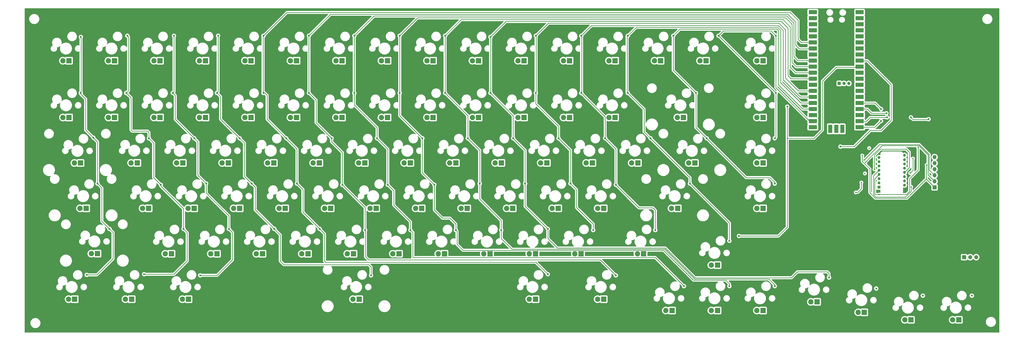
<source format=gbr>
%TF.GenerationSoftware,KiCad,Pcbnew,(6.0.10)*%
%TF.CreationDate,2023-01-18T21:24:14-08:00*%
%TF.ProjectId,OOTstag rev2,4f4f5473-7461-4672-9072-6576322e6b69,rev?*%
%TF.SameCoordinates,Original*%
%TF.FileFunction,Copper,L1,Top*%
%TF.FilePolarity,Positive*%
%FSLAX46Y46*%
G04 Gerber Fmt 4.6, Leading zero omitted, Abs format (unit mm)*
G04 Created by KiCad (PCBNEW (6.0.10)) date 2023-01-18 21:24:14*
%MOMM*%
%LPD*%
G01*
G04 APERTURE LIST*
%TA.AperFunction,ComponentPad*%
%ADD10C,2.200000*%
%TD*%
%TA.AperFunction,ComponentPad*%
%ADD11R,2.200000X2.200000*%
%TD*%
%TA.AperFunction,ComponentPad*%
%ADD12R,1.200000X1.200000*%
%TD*%
%TA.AperFunction,ComponentPad*%
%ADD13C,1.200000*%
%TD*%
%TA.AperFunction,ComponentPad*%
%ADD14R,1.350000X1.350000*%
%TD*%
%TA.AperFunction,ComponentPad*%
%ADD15O,1.350000X1.350000*%
%TD*%
%TA.AperFunction,ComponentPad*%
%ADD16O,1.700000X1.700000*%
%TD*%
%TA.AperFunction,ComponentPad*%
%ADD17R,1.700000X1.700000*%
%TD*%
%TA.AperFunction,SMDPad,CuDef*%
%ADD18R,3.500000X1.700000*%
%TD*%
%TA.AperFunction,SMDPad,CuDef*%
%ADD19R,1.700000X3.500000*%
%TD*%
%TA.AperFunction,ViaPad*%
%ADD20C,0.800000*%
%TD*%
%TA.AperFunction,ViaPad*%
%ADD21C,0.600000*%
%TD*%
%TA.AperFunction,Conductor*%
%ADD22C,0.250000*%
%TD*%
G04 APERTURE END LIST*
D10*
%TO.P,K67,3*%
%TO.N,N/C*%
X241367100Y-243527900D03*
D11*
%TO.P,K67,4*%
X243932500Y-243527900D03*
%TD*%
D10*
%TO.P,K19,3*%
%TO.N,N/C*%
X141354600Y-186377900D03*
D11*
%TO.P,K19,4*%
X143920000Y-186377900D03*
%TD*%
D12*
%TO.P,U2,1,NC*%
%TO.N,N/C*%
X425845000Y-215620000D03*
D13*
%TO.P,U2,2,NC*%
X425845000Y-213840000D03*
%TO.P,U2,3,VDDPIX*%
X425845000Y-212060000D03*
%TO.P,U2,4,VDD*%
X425845000Y-210280000D03*
%TO.P,U2,5,VDDIO*%
X425845000Y-208500000D03*
%TO.P,U2,6,NC*%
X425845000Y-206720000D03*
%TO.P,U2,7,NRESET*%
X425845000Y-204940000D03*
%TO.P,U2,8,GND*%
X425845000Y-203160000D03*
%TO.P,U2,9,MOTION*%
X436545000Y-202270000D03*
%TO.P,U2,10,SCLK*%
X436545000Y-204050000D03*
%TO.P,U2,11,MOSI*%
X436545000Y-205830000D03*
%TO.P,U2,12,MISO*%
X436545000Y-207610000D03*
%TO.P,U2,13,NCS*%
X436545000Y-209390000D03*
%TO.P,U2,14,NC*%
X436545000Y-211170000D03*
%TO.P,U2,15,LED_P*%
X436545000Y-212950000D03*
%TO.P,U2,16,NC*%
X436545000Y-214730000D03*
%TD*%
D10*
%TO.P,K21,3*%
%TO.N,N/C*%
X179454600Y-186377900D03*
D11*
%TO.P,K21,4*%
X182020000Y-186377900D03*
%TD*%
D10*
%TO.P,K36,3*%
%TO.N,N/C*%
X188979600Y-205427900D03*
D11*
%TO.P,K36,4*%
X191545000Y-205427900D03*
%TD*%
D10*
%TO.P,K59,3*%
%TO.N,N/C*%
X374717100Y-224477900D03*
D11*
%TO.P,K59,4*%
X377282500Y-224477900D03*
%TD*%
D10*
%TO.P,K30,3*%
%TO.N,N/C*%
X374717100Y-186377900D03*
D11*
%TO.P,K30,4*%
X377282500Y-186377900D03*
%TD*%
D10*
%TO.P,K28,3*%
%TO.N,N/C*%
X312804600Y-186377900D03*
D11*
%TO.P,K28,4*%
X315370000Y-186377900D03*
%TD*%
D10*
%TO.P,K54,3*%
%TO.N,N/C*%
X250892100Y-224477900D03*
D11*
%TO.P,K54,4*%
X253457500Y-224477900D03*
%TD*%
D10*
%TO.P,K71,3*%
%TO.N,N/C*%
X324710850Y-243527900D03*
D11*
%TO.P,K71,4*%
X327276250Y-243527900D03*
%TD*%
D10*
%TO.P,K78,3*%
%TO.N,N/C*%
X308042100Y-262577900D03*
D11*
%TO.P,K78,4*%
X310607500Y-262577900D03*
%TD*%
D10*
%TO.P,K74,3*%
%TO.N,N/C*%
X110398350Y-262577900D03*
D11*
%TO.P,K74,4*%
X112963750Y-262577900D03*
%TD*%
D10*
%TO.P,K53,3*%
%TO.N,N/C*%
X231842100Y-224477900D03*
D11*
%TO.P,K53,4*%
X234407500Y-224477900D03*
%TD*%
D10*
%TO.P,K9,3*%
%TO.N,N/C*%
X255654600Y-162565400D03*
D11*
%TO.P,K9,4*%
X258220000Y-162565400D03*
%TD*%
D10*
%TO.P,K76,3*%
%TO.N,N/C*%
X339004900Y-224473600D03*
D11*
%TO.P,K76,4*%
X341570300Y-224473600D03*
%TD*%
D10*
%TO.P,MX_NUM6,3*%
%TO.N,N/C*%
X436634600Y-271245400D03*
D11*
%TO.P,MX_NUM6,4*%
X439200000Y-271245400D03*
%TD*%
D10*
%TO.P,K76,3*%
%TO.N,N/C*%
X91404900Y-224473600D03*
D11*
%TO.P,K76,4*%
X93970300Y-224473600D03*
%TD*%
D10*
%TO.P,K72,3*%
%TO.N,N/C*%
X355667100Y-248290400D03*
D11*
%TO.P,K72,4*%
X358232500Y-248290400D03*
%TD*%
D10*
%TO.P,K65,3*%
%TO.N,N/C*%
X203267100Y-243527900D03*
D11*
%TO.P,K65,4*%
X205832500Y-243527900D03*
%TD*%
D10*
%TO.P,K57,3*%
%TO.N,N/C*%
X308042100Y-224477900D03*
D11*
%TO.P,K57,4*%
X310607500Y-224477900D03*
%TD*%
D10*
%TO.P,K52,3*%
%TO.N,N/C*%
X212792100Y-224477900D03*
D11*
%TO.P,K52,4*%
X215357500Y-224477900D03*
%TD*%
D10*
%TO.P,K70,3*%
%TO.N,N/C*%
X298517100Y-243527900D03*
D11*
%TO.P,K70,4*%
X301082500Y-243527900D03*
%TD*%
D10*
%TO.P,K12,3*%
%TO.N,N/C*%
X312804600Y-162565400D03*
D11*
%TO.P,K12,4*%
X315370000Y-162565400D03*
%TD*%
D14*
%TO.P,REF\u002A\u002A,1*%
%TO.N,N/C*%
X409200000Y-172100000D03*
D15*
%TO.P,REF\u002A\u002A,2*%
X411200000Y-172100000D03*
%TO.P,REF\u002A\u002A,3*%
X413200000Y-172100000D03*
%TD*%
D10*
%TO.P,K43,3*%
%TO.N,N/C*%
X322329600Y-205427900D03*
D11*
%TO.P,K43,4*%
X324895000Y-205427900D03*
%TD*%
D10*
%TO.P,K40,3*%
%TO.N,N/C*%
X265179600Y-205427900D03*
D11*
%TO.P,K40,4*%
X267745000Y-205427900D03*
%TD*%
D10*
%TO.P,K27,3*%
%TO.N,N/C*%
X293754600Y-186377900D03*
D11*
%TO.P,K27,4*%
X296320000Y-186377900D03*
%TD*%
D10*
%TO.P,K42,3*%
%TO.N,N/C*%
X303279600Y-205427900D03*
D11*
%TO.P,K42,4*%
X305845000Y-205427900D03*
%TD*%
D16*
%TO.P,J1,1,Pin_1*%
%TO.N,N/C*%
X449109000Y-203002000D03*
%TO.P,J1,2,Pin_2*%
X449109000Y-205542000D03*
%TO.P,J1,3,Pin_3*%
X449109000Y-208082000D03*
%TO.P,J1,4,Pin_4*%
X449109000Y-210622000D03*
%TO.P,J1,5,Pin_5*%
X449109000Y-213162000D03*
D17*
%TO.P,J1,6,Pin_6*%
X449109000Y-215702000D03*
%TD*%
D10*
%TO.P,K22,3*%
%TO.N,N/C*%
X198504600Y-186377900D03*
D11*
%TO.P,K22,4*%
X201070000Y-186377900D03*
%TD*%
D10*
%TO.P,K10,3*%
%TO.N,N/C*%
X274704600Y-162565400D03*
D11*
%TO.P,K10,4*%
X277270000Y-162565400D03*
%TD*%
D10*
%TO.P,K35,3*%
%TO.N,N/C*%
X169929600Y-205427900D03*
D11*
%TO.P,K35,4*%
X172495000Y-205427900D03*
%TD*%
D10*
%TO.P,K14,3*%
%TO.N,N/C*%
X350904600Y-162565400D03*
D11*
%TO.P,K14,4*%
X353470000Y-162565400D03*
%TD*%
D10*
%TO.P,K2,3*%
%TO.N,N/C*%
X122304600Y-162565400D03*
D11*
%TO.P,K2,4*%
X124870000Y-162565400D03*
%TD*%
D10*
%TO.P,K80,3*%
%TO.N,N/C*%
X355667100Y-267340400D03*
D11*
%TO.P,K80,4*%
X358232500Y-267340400D03*
%TD*%
D10*
%TO.P,K32,3*%
%TO.N,N/C*%
X112779600Y-205427900D03*
D11*
%TO.P,K32,4*%
X115345000Y-205427900D03*
%TD*%
D10*
%TO.P,MX_NUM5,3*%
%TO.N,N/C*%
X417134600Y-268100000D03*
D11*
%TO.P,MX_NUM5,4*%
X419700000Y-268100000D03*
%TD*%
D10*
%TO.P,K68,3*%
%TO.N,N/C*%
X260417100Y-243527900D03*
D11*
%TO.P,K68,4*%
X262982500Y-243527900D03*
%TD*%
D10*
%TO.P,MX_NUM4,3*%
%TO.N,N/C*%
X397339200Y-263705400D03*
D11*
%TO.P,MX_NUM4,4*%
X399904600Y-263705400D03*
%TD*%
D10*
%TO.P,K6,3*%
%TO.N,N/C*%
X198504600Y-162565400D03*
D11*
%TO.P,K6,4*%
X201070000Y-162565400D03*
%TD*%
D10*
%TO.P,K13,3*%
%TO.N,N/C*%
X331854600Y-162565400D03*
D11*
%TO.P,K13,4*%
X334420000Y-162565400D03*
%TD*%
D10*
%TO.P,K47,3*%
%TO.N,N/C*%
X117542100Y-224477900D03*
D11*
%TO.P,K47,4*%
X120107500Y-224477900D03*
%TD*%
D10*
%TO.P,K77,3*%
%TO.N,N/C*%
X279467100Y-262577900D03*
D11*
%TO.P,K77,4*%
X282032500Y-262577900D03*
%TD*%
D10*
%TO.P,K33,3*%
%TO.N,N/C*%
X131829600Y-205427900D03*
D11*
%TO.P,K33,4*%
X134395000Y-205427900D03*
%TD*%
D10*
%TO.P,K24,3*%
%TO.N,N/C*%
X236604600Y-186377900D03*
D11*
%TO.P,K24,4*%
X239170000Y-186377900D03*
%TD*%
D10*
%TO.P,K63,3*%
%TO.N,N/C*%
X165167100Y-243527900D03*
D11*
%TO.P,K63,4*%
X167732500Y-243527900D03*
%TD*%
D10*
%TO.P,K11,3*%
%TO.N,N/C*%
X293754600Y-162565400D03*
D11*
%TO.P,K11,4*%
X296320000Y-162565400D03*
%TD*%
D10*
%TO.P,K20,3*%
%TO.N,N/C*%
X160404600Y-186377900D03*
D11*
%TO.P,K20,4*%
X162970000Y-186377900D03*
%TD*%
D10*
%TO.P,K1,3*%
%TO.N,N/C*%
X103254600Y-162565400D03*
D11*
%TO.P,K1,4*%
X105820000Y-162565400D03*
%TD*%
D10*
%TO.P,K69,3*%
%TO.N,N/C*%
X279467100Y-243527900D03*
D11*
%TO.P,K69,4*%
X282032500Y-243527900D03*
%TD*%
D10*
%TO.P,K62,3*%
%TO.N,N/C*%
X146117100Y-243527900D03*
D11*
%TO.P,K62,4*%
X148682500Y-243527900D03*
%TD*%
D10*
%TO.P,K3,3*%
%TO.N,N/C*%
X141354600Y-162565400D03*
D11*
%TO.P,K3,4*%
X143920000Y-162565400D03*
%TD*%
D10*
%TO.P,K41,3*%
%TO.N,N/C*%
X284229600Y-205427900D03*
D11*
%TO.P,K41,4*%
X286795000Y-205427900D03*
%TD*%
D10*
%TO.P,K56,3*%
%TO.N,N/C*%
X288992100Y-224477900D03*
D11*
%TO.P,K56,4*%
X291557500Y-224477900D03*
%TD*%
D10*
%TO.P,K7,3*%
%TO.N,N/C*%
X217554600Y-162565400D03*
D11*
%TO.P,K7,4*%
X220120000Y-162565400D03*
%TD*%
D10*
%TO.P,K76,3*%
%TO.N,N/C*%
X346204900Y-205473600D03*
D11*
%TO.P,K76,4*%
X348770300Y-205473600D03*
%TD*%
D10*
%TO.P,K46,3*%
%TO.N,N/C*%
X91348350Y-224477900D03*
D11*
%TO.P,K46,4*%
X93913750Y-224477900D03*
%TD*%
D10*
%TO.P,K50,3*%
%TO.N,N/C*%
X174692100Y-224477900D03*
D11*
%TO.P,K50,4*%
X177257500Y-224477900D03*
%TD*%
D10*
%TO.P,K79,3*%
%TO.N,N/C*%
X336617100Y-267340400D03*
D11*
%TO.P,K79,4*%
X339182500Y-267340400D03*
%TD*%
D10*
%TO.P,K76,3*%
%TO.N,N/C*%
X341404900Y-186373600D03*
D11*
%TO.P,K76,4*%
X343970300Y-186373600D03*
%TD*%
D10*
%TO.P,K18,3*%
%TO.N,N/C*%
X122304600Y-186377900D03*
D11*
%TO.P,K18,4*%
X124870000Y-186377900D03*
%TD*%
D10*
%TO.P,K61,3*%
%TO.N,N/C*%
X127067100Y-243527900D03*
D11*
%TO.P,K61,4*%
X129632500Y-243527900D03*
%TD*%
D10*
%TO.P,K25,3*%
%TO.N,N/C*%
X255654600Y-186377900D03*
D11*
%TO.P,K25,4*%
X258220000Y-186377900D03*
%TD*%
D10*
%TO.P,K76,3*%
%TO.N,N/C*%
X205648350Y-262577900D03*
D11*
%TO.P,K76,4*%
X208213750Y-262577900D03*
%TD*%
D10*
%TO.P,K51,3*%
%TO.N,N/C*%
X193742100Y-224477900D03*
D11*
%TO.P,K51,4*%
X196307500Y-224477900D03*
%TD*%
D10*
%TO.P,K15,3*%
%TO.N,N/C*%
X374717100Y-162565400D03*
D11*
%TO.P,K15,4*%
X377282500Y-162565400D03*
%TD*%
D10*
%TO.P,K16,3*%
%TO.N,N/C*%
X84204600Y-186377900D03*
D11*
%TO.P,K16,4*%
X86770000Y-186377900D03*
%TD*%
D10*
%TO.P,K45,3*%
%TO.N,N/C*%
X374717100Y-205427900D03*
D11*
%TO.P,K45,4*%
X377282500Y-205427900D03*
%TD*%
D10*
%TO.P,K26,3*%
%TO.N,N/C*%
X274704600Y-186377900D03*
D11*
%TO.P,K26,4*%
X277270000Y-186377900D03*
%TD*%
D10*
%TO.P,K48,3*%
%TO.N,N/C*%
X136592100Y-224477900D03*
D11*
%TO.P,K48,4*%
X139157500Y-224477900D03*
%TD*%
D10*
%TO.P,K76,3*%
%TO.N,N/C*%
X89004900Y-205473600D03*
D11*
%TO.P,K76,4*%
X91570300Y-205473600D03*
%TD*%
D17*
%TO.P,REF\u002A\u002A,1*%
%TO.N,N/C*%
X461457011Y-244983012D03*
D16*
%TO.P,REF\u002A\u002A,2*%
X463997011Y-244983012D03*
%TO.P,REF\u002A\u002A,3*%
X466537011Y-244983012D03*
%TD*%
D10*
%TO.P,K17,3*%
%TO.N,N/C*%
X103254600Y-186377900D03*
D11*
%TO.P,K17,4*%
X105820000Y-186377900D03*
%TD*%
D10*
%TO.P,K73,3*%
%TO.N,N/C*%
X86585850Y-262577900D03*
D11*
%TO.P,K73,4*%
X89151250Y-262577900D03*
%TD*%
D10*
%TO.P,K8,3*%
%TO.N,N/C*%
X236604600Y-162565400D03*
D11*
%TO.P,K8,4*%
X239170000Y-162565400D03*
%TD*%
D10*
%TO.P,MX_NUM7,3*%
%TO.N,N/C*%
X456699200Y-271245400D03*
D11*
%TO.P,MX_NUM7,4*%
X459264600Y-271245400D03*
%TD*%
D10*
%TO.P,K38,3*%
%TO.N,N/C*%
X227079600Y-205427900D03*
D11*
%TO.P,K38,4*%
X229645000Y-205427900D03*
%TD*%
D16*
%TO.P,REF\u002A\u002A,1*%
%TO.N,N/C*%
X399060000Y-142220000D03*
D18*
X398160000Y-142220000D03*
%TO.P,REF\u002A\u002A,2*%
X398160000Y-144760000D03*
D16*
X399060000Y-144760000D03*
D17*
%TO.P,REF\u002A\u002A,3*%
X399060000Y-147300000D03*
D18*
X398160000Y-147300000D03*
%TO.P,REF\u002A\u002A,4*%
X398160000Y-149840000D03*
D16*
X399060000Y-149840000D03*
%TO.P,REF\u002A\u002A,5*%
X399060000Y-152380000D03*
D18*
X398160000Y-152380000D03*
%TO.P,REF\u002A\u002A,6*%
X398160000Y-154920000D03*
D16*
X399060000Y-154920000D03*
%TO.P,REF\u002A\u002A,7*%
X399060000Y-157460000D03*
D18*
X398160000Y-157460000D03*
%TO.P,REF\u002A\u002A,8*%
X398160000Y-160000000D03*
D17*
X399060000Y-160000000D03*
D16*
%TO.P,REF\u002A\u002A,9*%
X399060000Y-162540000D03*
D18*
X398160000Y-162540000D03*
D16*
%TO.P,REF\u002A\u002A,10*%
X399060000Y-165080000D03*
D18*
X398160000Y-165080000D03*
D16*
%TO.P,REF\u002A\u002A,11*%
X399060000Y-167620000D03*
D18*
X398160000Y-167620000D03*
%TO.P,REF\u002A\u002A,12*%
X398160000Y-170160000D03*
D16*
X399060000Y-170160000D03*
D17*
%TO.P,REF\u002A\u002A,13*%
X399060000Y-172700000D03*
D18*
X398160000Y-172700000D03*
D16*
%TO.P,REF\u002A\u002A,14*%
X399060000Y-175240000D03*
D18*
X398160000Y-175240000D03*
%TO.P,REF\u002A\u002A,15*%
X398160000Y-177780000D03*
D16*
X399060000Y-177780000D03*
D18*
%TO.P,REF\u002A\u002A,16*%
X398160000Y-180320000D03*
D16*
X399060000Y-180320000D03*
D18*
%TO.P,REF\u002A\u002A,17*%
X398160000Y-182860000D03*
D16*
X399060000Y-182860000D03*
D17*
%TO.P,REF\u002A\u002A,18*%
X399060000Y-185400000D03*
D18*
X398160000Y-185400000D03*
D16*
%TO.P,REF\u002A\u002A,19*%
X399060000Y-187940000D03*
D18*
X398160000Y-187940000D03*
%TO.P,REF\u002A\u002A,20*%
X398160000Y-190480000D03*
D16*
X399060000Y-190480000D03*
%TO.P,REF\u002A\u002A,21*%
X416840000Y-190480000D03*
D18*
X417740000Y-190480000D03*
%TO.P,REF\u002A\u002A,22*%
X417740000Y-187940000D03*
D16*
X416840000Y-187940000D03*
D17*
%TO.P,REF\u002A\u002A,23*%
X416840000Y-185400000D03*
D18*
X417740000Y-185400000D03*
D16*
%TO.P,REF\u002A\u002A,24*%
X416840000Y-182860000D03*
D18*
X417740000Y-182860000D03*
%TO.P,REF\u002A\u002A,25*%
X417740000Y-180320000D03*
D16*
X416840000Y-180320000D03*
%TO.P,REF\u002A\u002A,26*%
X416840000Y-177780000D03*
D18*
X417740000Y-177780000D03*
D16*
%TO.P,REF\u002A\u002A,27*%
X416840000Y-175240000D03*
D18*
X417740000Y-175240000D03*
D17*
%TO.P,REF\u002A\u002A,28*%
X416840000Y-172700000D03*
D18*
X417740000Y-172700000D03*
D16*
%TO.P,REF\u002A\u002A,29*%
X416840000Y-170160000D03*
D18*
X417740000Y-170160000D03*
D16*
%TO.P,REF\u002A\u002A,30*%
X416840000Y-167620000D03*
D18*
X417740000Y-167620000D03*
%TO.P,REF\u002A\u002A,31*%
X417740000Y-165080000D03*
D16*
X416840000Y-165080000D03*
%TO.P,REF\u002A\u002A,32*%
X416840000Y-162540000D03*
D18*
X417740000Y-162540000D03*
%TO.P,REF\u002A\u002A,33*%
X417740000Y-160000000D03*
D17*
X416840000Y-160000000D03*
D18*
%TO.P,REF\u002A\u002A,34*%
X417740000Y-157460000D03*
D16*
X416840000Y-157460000D03*
D18*
%TO.P,REF\u002A\u002A,35*%
X417740000Y-154920000D03*
D16*
X416840000Y-154920000D03*
%TO.P,REF\u002A\u002A,36*%
X416840000Y-152380000D03*
D18*
X417740000Y-152380000D03*
D16*
%TO.P,REF\u002A\u002A,37*%
X416840000Y-149840000D03*
D18*
X417740000Y-149840000D03*
%TO.P,REF\u002A\u002A,38*%
X417740000Y-147300000D03*
D17*
X416840000Y-147300000D03*
D18*
%TO.P,REF\u002A\u002A,39*%
X417740000Y-144760000D03*
D16*
X416840000Y-144760000D03*
D18*
%TO.P,REF\u002A\u002A,40*%
X417740000Y-142220000D03*
D16*
X416840000Y-142220000D03*
D19*
%TO.P,REF\u002A\u002A,41*%
X405410000Y-191150000D03*
D16*
X405410000Y-190250000D03*
D17*
%TO.P,REF\u002A\u002A,42*%
X407950000Y-190250000D03*
D19*
X407950000Y-191150000D03*
%TO.P,REF\u002A\u002A,43*%
X410490000Y-191150000D03*
D16*
X410490000Y-190250000D03*
%TD*%
D10*
%TO.P,K49,3*%
%TO.N,N/C*%
X155642100Y-224477900D03*
D11*
%TO.P,K49,4*%
X158207500Y-224477900D03*
%TD*%
D10*
%TO.P,K37,3*%
%TO.N,N/C*%
X208029600Y-205427900D03*
D11*
%TO.P,K37,4*%
X210595000Y-205427900D03*
%TD*%
D10*
%TO.P,K0,3*%
%TO.N,N/C*%
X84204600Y-162565400D03*
D11*
%TO.P,K0,4*%
X86770000Y-162565400D03*
%TD*%
D10*
%TO.P,K64,3*%
%TO.N,N/C*%
X184217100Y-243527900D03*
D11*
%TO.P,K64,4*%
X186782500Y-243527900D03*
%TD*%
D10*
%TO.P,K5,3*%
%TO.N,N/C*%
X179454600Y-162565400D03*
D11*
%TO.P,K5,4*%
X182020000Y-162565400D03*
%TD*%
D10*
%TO.P,K81,3*%
%TO.N,N/C*%
X374717100Y-267340400D03*
D11*
%TO.P,K81,4*%
X377282500Y-267340400D03*
%TD*%
D10*
%TO.P,K4,3*%
%TO.N,N/C*%
X160404600Y-162565400D03*
D11*
%TO.P,K4,4*%
X162970000Y-162565400D03*
%TD*%
D10*
%TO.P,K66,3*%
%TO.N,N/C*%
X222317100Y-243527900D03*
D11*
%TO.P,K66,4*%
X224882500Y-243527900D03*
%TD*%
D10*
%TO.P,K76,3*%
%TO.N,N/C*%
X96104900Y-243473600D03*
D11*
%TO.P,K76,4*%
X98670300Y-243473600D03*
%TD*%
D10*
%TO.P,K39,3*%
%TO.N,N/C*%
X246129600Y-205427900D03*
D11*
%TO.P,K39,4*%
X248695000Y-205427900D03*
%TD*%
D10*
%TO.P,K34,3*%
%TO.N,N/C*%
X150879600Y-205427900D03*
D11*
%TO.P,K34,4*%
X153445000Y-205427900D03*
%TD*%
D10*
%TO.P,K55,3*%
%TO.N,N/C*%
X269942100Y-224477900D03*
D11*
%TO.P,K55,4*%
X272507500Y-224477900D03*
%TD*%
D10*
%TO.P,K23,3*%
%TO.N,N/C*%
X217554600Y-186377900D03*
D11*
%TO.P,K23,4*%
X220120000Y-186377900D03*
%TD*%
D10*
%TO.P,K75,3*%
%TO.N,N/C*%
X134210850Y-262577900D03*
D11*
%TO.P,K75,4*%
X136776250Y-262577900D03*
%TD*%
D20*
%TO.N,*%
X111200000Y-152100000D03*
X96950000Y-194850000D03*
X382700000Y-176100000D03*
X282200000Y-176100000D03*
X94171250Y-252392500D03*
X91700000Y-152600000D03*
X291700000Y-195100000D03*
X296700000Y-214100000D03*
X103700000Y-233100000D03*
X363200000Y-238100000D03*
X158200000Y-195100000D03*
X332200000Y-233600000D03*
X397610497Y-142220000D03*
X110700000Y-176100000D03*
X120200000Y-195100000D03*
X301200000Y-176100000D03*
X141700000Y-252600000D03*
X282200000Y-152100000D03*
X339700000Y-152100000D03*
X358700000Y-152100000D03*
X397610497Y-152380000D03*
X191700000Y-233100000D03*
X125200000Y-214600000D03*
X134700000Y-233100000D03*
X118200000Y-252100000D03*
X144200000Y-214100000D03*
X130700000Y-152100000D03*
X306200000Y-233600000D03*
X382200000Y-214100000D03*
X315700000Y-214600000D03*
X320700000Y-176100000D03*
X382200000Y-195100000D03*
X382700000Y-152100000D03*
X139200000Y-195100000D03*
X301200000Y-152100000D03*
X320700000Y-152100000D03*
X346700000Y-214100000D03*
X349200000Y-176100000D03*
X130200000Y-176100000D03*
X163200000Y-214100000D03*
X177700000Y-195100000D03*
X353700000Y-195100000D03*
X91700000Y-176100000D03*
X397610497Y-144760000D03*
X330200000Y-195100000D03*
X311200000Y-195100000D03*
X153700000Y-233100000D03*
X149200000Y-152100000D03*
X172700000Y-233100000D03*
X98700000Y-214100000D03*
X397610497Y-149840000D03*
X168200000Y-176100000D03*
X168200000Y-152100000D03*
X148700000Y-176100000D03*
X213200000Y-252600000D03*
X182200000Y-214100000D03*
X244200000Y-176100000D03*
X196700000Y-195100000D03*
X187200000Y-152100000D03*
X215700000Y-195100000D03*
X267700000Y-233600000D03*
X287200000Y-233100000D03*
X428950000Y-184600000D03*
D21*
X438884000Y-209702000D03*
X439296000Y-215438000D03*
D20*
X210700000Y-233600000D03*
X201200000Y-214600000D03*
X206200000Y-152100000D03*
X206200000Y-176100000D03*
D21*
X418468000Y-213660000D03*
X423934000Y-208152000D03*
D20*
X426700000Y-187850000D03*
X464700000Y-261100000D03*
X439200000Y-186350000D03*
X225200000Y-152100000D03*
D21*
X445782990Y-206294000D03*
X419934000Y-209852000D03*
D20*
X263200000Y-152600000D03*
D21*
X418834000Y-202352000D03*
D20*
X315700000Y-252600000D03*
X220200000Y-214600000D03*
X263200000Y-176100000D03*
X387450000Y-181850000D03*
X225200000Y-176100000D03*
X446575000Y-187100000D03*
X363200000Y-257100000D03*
X258700000Y-214100000D03*
D21*
X426046764Y-218664764D03*
X420134000Y-205152000D03*
D20*
X382200000Y-257100000D03*
X272700000Y-195100000D03*
X409700000Y-198600000D03*
X367200000Y-236100000D03*
X287200000Y-252100000D03*
X277700000Y-214100000D03*
X424700000Y-258100000D03*
X187200000Y-176100000D03*
X344200000Y-257100000D03*
X229700000Y-233600000D03*
X234700000Y-195100000D03*
X253700000Y-195100000D03*
X239700000Y-214600000D03*
X444200000Y-261100000D03*
X404924600Y-253520000D03*
X426700000Y-182850000D03*
D21*
X416134000Y-217802000D03*
X440034000Y-203602000D03*
X442234000Y-198802000D03*
X421734000Y-199252000D03*
D20*
X429200000Y-186350000D03*
D21*
X419534000Y-204252000D03*
D20*
X248700000Y-233600000D03*
X244200000Y-152100000D03*
%TD*%
D22*
%TO.N,*%
X103700000Y-233100000D02*
X105200000Y-234600000D01*
X282200000Y-152100000D02*
X282305901Y-152205901D01*
X98407500Y-252392500D02*
X94171250Y-252392500D01*
X103700000Y-233100000D02*
X100500000Y-229900000D01*
X91700000Y-152600000D02*
X91805901Y-152705901D01*
X134700000Y-233100000D02*
X136200000Y-234600000D01*
X136200000Y-246600000D02*
X130700000Y-252100000D01*
X282305901Y-175994099D02*
X282200000Y-176100000D01*
X306200000Y-233600000D02*
X306200000Y-231100000D01*
X287450000Y-146850000D02*
X383950000Y-146850000D01*
X111700000Y-152600000D02*
X111700000Y-175100000D01*
X100500000Y-229900000D02*
X100500000Y-215900000D01*
X91700000Y-176100000D02*
X91700000Y-176600000D01*
X386700000Y-169850000D02*
X392090000Y-175240000D01*
X98700000Y-196600000D02*
X98700000Y-214100000D01*
X105200000Y-234600000D02*
X105200000Y-245600000D01*
X110700000Y-176100000D02*
X112700000Y-178100000D01*
X122200000Y-211600000D02*
X125200000Y-214600000D01*
X113200000Y-192100000D02*
X119700000Y-192100000D01*
X91700000Y-176600000D02*
X93700000Y-178600000D01*
X93700000Y-178600000D02*
X93700000Y-191600000D01*
X112700000Y-191600000D02*
X113200000Y-192100000D01*
X122200000Y-197100000D02*
X122200000Y-211600000D01*
X136200000Y-234600000D02*
X136200000Y-246600000D01*
X282200000Y-180658814D02*
X291700000Y-190158814D01*
X296700000Y-214100000D02*
X299200000Y-216600000D01*
X91805901Y-152705901D02*
X91805901Y-175994099D01*
X93700000Y-191600000D02*
X96950000Y-194850000D01*
X291700000Y-195100000D02*
X296700000Y-200100000D01*
X134700000Y-224601055D02*
X134700000Y-233100000D01*
X111200000Y-152100000D02*
X111700000Y-152600000D01*
X120200000Y-195100000D02*
X122200000Y-197100000D01*
X105200000Y-245600000D02*
X98407500Y-252392500D01*
X120200000Y-192600000D02*
X120200000Y-195100000D01*
X112700000Y-178100000D02*
X112700000Y-191600000D01*
X119700000Y-192100000D02*
X120200000Y-192600000D01*
X100500000Y-215900000D02*
X98700000Y-214100000D01*
X130700000Y-252100000D02*
X118200000Y-252100000D01*
X96950000Y-194850000D02*
X98700000Y-196600000D01*
X111700000Y-175100000D02*
X110700000Y-176100000D01*
X91805901Y-175994099D02*
X91700000Y-176100000D01*
X125200000Y-215101055D02*
X134700000Y-224601055D01*
X125200000Y-214600000D02*
X125200000Y-215101055D01*
X305450000Y-147850000D02*
X383700000Y-147850000D01*
X385700000Y-149850000D02*
X385700000Y-170600000D01*
X383950000Y-146850000D02*
X386700000Y-149600000D01*
X296700000Y-200100000D02*
X296700000Y-214100000D01*
X383700000Y-172600000D02*
X393960000Y-182860000D01*
X392090000Y-175240000D02*
X397885000Y-175240000D01*
X380200000Y-211600000D02*
X382200000Y-213600000D01*
X386700000Y-149600000D02*
X386700000Y-169850000D01*
X383700000Y-147850000D02*
X385700000Y-149850000D01*
X393170000Y-180320000D02*
X397885000Y-180320000D01*
X320700000Y-152100000D02*
X324200000Y-148600000D01*
X383450000Y-148600000D02*
X384700000Y-149850000D01*
X332200000Y-225300000D02*
X332200000Y-233600000D01*
X301355901Y-152255901D02*
X301200000Y-152100000D01*
X392880000Y-177780000D02*
X397885000Y-177780000D01*
X301200000Y-152100000D02*
X305450000Y-147850000D01*
X384700000Y-149850000D02*
X384700000Y-171850000D01*
X360700000Y-150100000D02*
X380700000Y-150100000D01*
X301355901Y-175944099D02*
X301355901Y-152255901D01*
X346700000Y-214100000D02*
X363200000Y-230600000D01*
X324200000Y-148600000D02*
X383450000Y-148600000D01*
X382700000Y-176100000D02*
X358700000Y-152100000D01*
X330200000Y-195100000D02*
X346700000Y-211600000D01*
X339700000Y-166600000D02*
X349200000Y-176100000D01*
X315700000Y-214600000D02*
X325350000Y-224250000D01*
X325350000Y-224250000D02*
X331150000Y-224250000D01*
X330200000Y-195100000D02*
X327500000Y-192400000D01*
X327500000Y-192400000D02*
X327500000Y-182900000D01*
X393960000Y-182860000D02*
X397885000Y-182860000D01*
X382200000Y-213600000D02*
X382200000Y-214100000D01*
X346700000Y-211600000D02*
X346700000Y-214100000D01*
X349200000Y-176100000D02*
X349200000Y-190600000D01*
X385700000Y-170600000D02*
X392880000Y-177780000D01*
X301200000Y-176100000D02*
X301355901Y-175944099D01*
X358700000Y-152100000D02*
X360700000Y-150100000D01*
X311200000Y-195100000D02*
X311200000Y-186100000D01*
X315700000Y-214600000D02*
X315700000Y-199600000D01*
X384700000Y-171850000D02*
X393170000Y-180320000D01*
X320405901Y-152394099D02*
X320405901Y-175805901D01*
X382200000Y-195100000D02*
X382700000Y-194600000D01*
X349200000Y-190600000D02*
X353700000Y-195100000D01*
X382700000Y-194600000D02*
X382700000Y-176100000D01*
X383700000Y-149850000D02*
X383700000Y-172600000D01*
X370200000Y-211600000D02*
X380200000Y-211600000D01*
X339700000Y-152100000D02*
X342450000Y-149350000D01*
X363200000Y-230600000D02*
X363200000Y-238100000D01*
X380700000Y-150100000D02*
X382700000Y-152100000D01*
X382700000Y-152100000D02*
X382700000Y-173850000D01*
X331150000Y-224250000D02*
X332200000Y-225300000D01*
X311200000Y-186100000D02*
X301200000Y-176100000D01*
X339700000Y-152100000D02*
X339700000Y-166600000D01*
X291700000Y-190158814D02*
X291700000Y-195100000D01*
X282200000Y-176100000D02*
X282200000Y-180658814D01*
X383200000Y-149350000D02*
X383700000Y-149850000D01*
X282305901Y-152205901D02*
X282305901Y-175994099D01*
X299200000Y-216600000D02*
X299200000Y-224100000D01*
X306200000Y-231100000D02*
X299200000Y-224100000D01*
X282200000Y-152100000D02*
X287450000Y-146850000D01*
X315700000Y-199600000D02*
X311200000Y-195100000D01*
X320405901Y-175805901D02*
X320700000Y-176100000D01*
X327500000Y-182900000D02*
X320700000Y-176100000D01*
X320700000Y-152100000D02*
X320405901Y-152394099D01*
X353700000Y-195100000D02*
X370200000Y-211600000D01*
X342450000Y-149350000D02*
X383200000Y-149350000D01*
X168200000Y-152100000D02*
X168005901Y-152294099D01*
X131200000Y-187100000D02*
X131200000Y-177100000D01*
X155200000Y-234600000D02*
X153700000Y-233100000D01*
X169700000Y-187100000D02*
X169700000Y-177100000D01*
X168005901Y-175905901D02*
X168200000Y-176100000D01*
X149200000Y-152100000D02*
X149200000Y-175600000D01*
X144200000Y-214100000D02*
X140700000Y-210600000D01*
X164700000Y-215600000D02*
X164700000Y-225100000D01*
X168200000Y-152100000D02*
X177950000Y-142350000D01*
X144200000Y-218100000D02*
X144200000Y-214100000D01*
X131200000Y-177100000D02*
X130200000Y-176100000D01*
X140700000Y-210600000D02*
X140700000Y-196600000D01*
X153700000Y-227600000D02*
X144200000Y-218100000D01*
X130700000Y-152100000D02*
X130700000Y-175600000D01*
X191700000Y-233100000D02*
X193700000Y-235100000D01*
X155200000Y-246100000D02*
X155200000Y-234600000D01*
X140700000Y-196600000D02*
X139200000Y-195100000D01*
X176700000Y-248100000D02*
X212200000Y-248100000D01*
X175200000Y-235600000D02*
X175200000Y-246600000D01*
X391950000Y-153600000D02*
X393270000Y-154920000D01*
X139200000Y-195100000D02*
X131200000Y-187100000D01*
X193700000Y-235100000D02*
X193700000Y-246600000D01*
X163200000Y-214100000D02*
X164700000Y-215600000D01*
X184700000Y-226100000D02*
X184700000Y-216600000D01*
X177700000Y-195100000D02*
X169700000Y-187100000D01*
X184700000Y-216600000D02*
X182200000Y-214100000D01*
X182200000Y-199600000D02*
X177700000Y-195100000D01*
X194200000Y-247100000D02*
X282200000Y-247100000D01*
X393270000Y-154920000D02*
X397885000Y-154920000D01*
X172700000Y-233100000D02*
X175200000Y-235600000D01*
X150200000Y-187100000D02*
X150200000Y-177600000D01*
X182200000Y-214100000D02*
X182200000Y-199600000D01*
X169700000Y-177100000D02*
X168700000Y-176100000D01*
X160200000Y-197100000D02*
X160200000Y-211100000D01*
X158200000Y-195100000D02*
X150200000Y-187100000D01*
X158200000Y-195100000D02*
X160200000Y-197100000D01*
X282200000Y-247100000D02*
X287200000Y-252100000D01*
X150200000Y-177600000D02*
X148700000Y-176100000D01*
X191700000Y-233100000D02*
X184700000Y-226100000D01*
X213200000Y-249100000D02*
X213200000Y-252600000D01*
X388700000Y-142350000D02*
X391950000Y-145600000D01*
X177950000Y-142350000D02*
X388700000Y-142350000D01*
X168005901Y-152294099D02*
X168005901Y-175905901D01*
X153700000Y-233100000D02*
X153700000Y-227600000D01*
X175200000Y-246600000D02*
X176700000Y-248100000D01*
X193700000Y-246600000D02*
X194200000Y-247100000D01*
X164700000Y-225100000D02*
X172700000Y-233100000D01*
X149200000Y-175600000D02*
X148700000Y-176100000D01*
X382700000Y-173850000D02*
X396450000Y-187600000D01*
X141700000Y-252600000D02*
X148700000Y-252600000D01*
X130700000Y-175600000D02*
X130200000Y-176100000D01*
X148700000Y-252600000D02*
X155200000Y-246100000D01*
X391950000Y-145600000D02*
X391950000Y-153600000D01*
X168700000Y-176100000D02*
X168200000Y-176100000D01*
X212200000Y-248100000D02*
X213200000Y-249100000D01*
X160200000Y-211100000D02*
X163200000Y-214100000D01*
X232700000Y-144600000D02*
X386700000Y-144600000D01*
X397538299Y-157600000D02*
X398229150Y-158290851D01*
X187200000Y-152100000D02*
X196200000Y-143100000D01*
X220200000Y-199600000D02*
X215700000Y-195100000D01*
X392450000Y-157600000D02*
X397538299Y-157600000D01*
X229700000Y-233600000D02*
X229700000Y-230100000D01*
X225200000Y-152100000D02*
X225200000Y-176100000D01*
X206200000Y-181100000D02*
X215700000Y-190600000D01*
X230700000Y-245100000D02*
X332200000Y-245100000D01*
X386700000Y-144600000D02*
X389450000Y-147350000D01*
X335700000Y-242100000D02*
X348200000Y-254600000D01*
X210868401Y-244768401D02*
X212200000Y-246100000D01*
X387700000Y-143100000D02*
X390950000Y-146350000D01*
X190200000Y-188600000D02*
X190200000Y-179100000D01*
X196700000Y-195100000D02*
X196700000Y-196600000D01*
X309200000Y-246100000D02*
X315700000Y-252600000D01*
X212200000Y-246100000D02*
X309200000Y-246100000D01*
X196700000Y-195100000D02*
X190200000Y-188600000D01*
X196700000Y-196600000D02*
X201200000Y-201100000D01*
X391180000Y-165080000D02*
X397885000Y-165080000D01*
X390200000Y-146850000D02*
X390200000Y-160850000D01*
X201200000Y-214600000D02*
X210700000Y-224100000D01*
X390950000Y-156100000D02*
X392450000Y-157600000D01*
X229700000Y-230100000D02*
X222700000Y-223100000D01*
X249200000Y-239600000D02*
X251700000Y-242100000D01*
X215700000Y-190600000D02*
X215700000Y-195100000D01*
X230700000Y-234600000D02*
X230700000Y-245100000D01*
X210868401Y-233768401D02*
X210868401Y-244768401D01*
X391890000Y-162540000D02*
X397885000Y-162540000D01*
X206200000Y-176100000D02*
X206200000Y-152100000D01*
X225200000Y-185600000D02*
X234700000Y-195100000D01*
X229700000Y-233600000D02*
X230700000Y-234600000D01*
X239700000Y-214600000D02*
X239700000Y-225188348D01*
X332200000Y-245100000D02*
X344200000Y-257100000D01*
X361700000Y-254600000D02*
X363200000Y-256100000D01*
X249200000Y-234100000D02*
X249200000Y-239600000D01*
X210700000Y-224100000D02*
X210700000Y-233600000D01*
X187200000Y-152100000D02*
X187200000Y-176100000D01*
X222700000Y-223100000D02*
X222700000Y-217100000D01*
X206200000Y-176100000D02*
X206200000Y-181100000D01*
X222700000Y-217100000D02*
X220200000Y-214600000D01*
X389450000Y-147350000D02*
X389450000Y-163350000D01*
X248700000Y-233600000D02*
X249200000Y-234100000D01*
X239700000Y-225188348D02*
X243111652Y-228600000D01*
X214450000Y-143850000D02*
X387200000Y-143850000D01*
X363200000Y-256100000D02*
X363200000Y-257100000D01*
X387200000Y-143850000D02*
X390200000Y-146850000D01*
X389450000Y-163350000D02*
X391180000Y-165080000D01*
X220200000Y-214600000D02*
X220200000Y-199600000D01*
X225200000Y-152100000D02*
X232700000Y-144600000D01*
X234700000Y-195100000D02*
X234700000Y-209600000D01*
X243111652Y-228600000D02*
X246200000Y-228600000D01*
X348200000Y-254600000D02*
X361700000Y-254600000D01*
X390200000Y-160850000D02*
X391890000Y-162540000D01*
X190200000Y-179100000D02*
X187200000Y-176100000D01*
X201200000Y-201100000D02*
X201200000Y-214600000D01*
X206200000Y-152100000D02*
X214450000Y-143850000D01*
X251700000Y-242100000D02*
X335700000Y-242100000D01*
X234700000Y-209600000D02*
X239700000Y-214600000D01*
X196200000Y-143100000D02*
X387700000Y-143100000D01*
X390950000Y-146350000D02*
X390950000Y-156100000D01*
X248700000Y-231100000D02*
X248700000Y-233600000D01*
X387700000Y-168850000D02*
X389010000Y-170160000D01*
X263200000Y-152600000D02*
X263255901Y-152655901D01*
X277700000Y-214100000D02*
X277700000Y-223600000D01*
X244200000Y-176100000D02*
X244205901Y-176094099D01*
X385700000Y-145350000D02*
X388700000Y-148350000D01*
X391700000Y-251100000D02*
X389200000Y-253600000D01*
X277700000Y-223600000D02*
X287200000Y-233100000D01*
X389200000Y-253600000D02*
X348836396Y-253600000D01*
X267700000Y-229600000D02*
X258700000Y-220600000D01*
X379700000Y-254100000D02*
X382200000Y-256600000D01*
X277700000Y-200100000D02*
X277700000Y-214100000D01*
X291200000Y-241100000D02*
X287200000Y-237100000D01*
X404200000Y-251100000D02*
X391700000Y-251100000D01*
X244205901Y-176094099D02*
X244205901Y-152105901D01*
X404924600Y-253520000D02*
X404924600Y-251824600D01*
X244200000Y-152100000D02*
X250950000Y-145350000D01*
X390970000Y-167620000D02*
X397885000Y-167620000D01*
X272700000Y-195100000D02*
X272700000Y-185600000D01*
X267700000Y-237100000D02*
X272200000Y-241600000D01*
X382200000Y-256600000D02*
X382200000Y-257100000D01*
X263255901Y-152655901D02*
X263255901Y-176044099D01*
X258700000Y-200100000D02*
X253700000Y-195100000D01*
X388700000Y-148350000D02*
X388700000Y-165350000D01*
X253700000Y-185600000D02*
X244200000Y-176100000D01*
X250950000Y-145350000D02*
X385700000Y-145350000D01*
X404924600Y-251824600D02*
X404200000Y-251100000D01*
X384950000Y-146100000D02*
X387700000Y-148850000D01*
X348836396Y-253600000D02*
X336336396Y-241100000D01*
X263200000Y-152600000D02*
X269700000Y-146100000D01*
X287200000Y-237100000D02*
X287200000Y-233100000D01*
X244205901Y-152105901D02*
X244200000Y-152100000D01*
X258700000Y-220600000D02*
X258700000Y-214100000D01*
X272700000Y-195100000D02*
X277700000Y-200100000D01*
X246200000Y-228600000D02*
X248700000Y-231100000D01*
X225200000Y-176100000D02*
X225200000Y-185600000D01*
X269700000Y-146100000D02*
X384950000Y-146100000D01*
X267700000Y-233600000D02*
X267700000Y-237100000D01*
X387700000Y-148850000D02*
X387700000Y-168850000D01*
X336200000Y-241600000D02*
X348700000Y-254100000D01*
X348700000Y-254100000D02*
X379700000Y-254100000D01*
X389010000Y-170160000D02*
X397885000Y-170160000D01*
X336336396Y-241100000D02*
X291200000Y-241100000D01*
X267700000Y-233600000D02*
X267700000Y-229600000D01*
X258700000Y-214100000D02*
X258700000Y-200100000D01*
X388700000Y-165350000D02*
X390970000Y-167620000D01*
X272700000Y-185600000D02*
X263200000Y-176100000D01*
X272200000Y-241600000D02*
X336200000Y-241600000D01*
X253700000Y-195100000D02*
X253700000Y-185600000D01*
X263255901Y-176044099D02*
X263200000Y-176100000D01*
X367200000Y-236100000D02*
X383700000Y-236100000D01*
X402200000Y-191600000D02*
X402200000Y-171100000D01*
X398700000Y-195100000D02*
X402200000Y-191600000D01*
X407950000Y-165350000D02*
X416570000Y-165350000D01*
X387450000Y-195100000D02*
X398700000Y-195100000D01*
X430950000Y-187600000D02*
X430950000Y-172600000D01*
X422200000Y-191850000D02*
X426700000Y-191850000D01*
X409700000Y-198600000D02*
X415450000Y-198600000D01*
X402200000Y-171100000D02*
X407950000Y-165350000D01*
X416570000Y-165350000D02*
X416840000Y-165080000D01*
X387450000Y-181850000D02*
X387450000Y-195100000D01*
X426700000Y-191850000D02*
X430950000Y-187600000D01*
X420950000Y-162600000D02*
X418265000Y-162600000D01*
X440034000Y-208552000D02*
X438884000Y-209702000D01*
X418265000Y-162600000D02*
X418265000Y-162540000D01*
X430950000Y-172600000D02*
X420950000Y-162600000D01*
X415450000Y-198600000D02*
X422200000Y-191850000D01*
X387450000Y-232350000D02*
X387450000Y-195100000D01*
X383700000Y-236100000D02*
X387450000Y-232350000D01*
X416927010Y-217802000D02*
X416134000Y-217802000D01*
X418468000Y-216261010D02*
X416927010Y-217802000D01*
X440034000Y-203602000D02*
X440034000Y-208552000D01*
X418468000Y-213660000D02*
X418468000Y-216261010D01*
X446858011Y-201864598D02*
X442720401Y-197726988D01*
X416940000Y-160100000D02*
X416840000Y-160000000D01*
X446450000Y-187225000D02*
X440075000Y-187225000D01*
X426059012Y-197726988D02*
X419534000Y-204252000D01*
X427109001Y-198176999D02*
X420134000Y-205152000D01*
X446408000Y-210461000D02*
X446408000Y-202050998D01*
X424056000Y-212069000D02*
X424056000Y-218664764D01*
X446858011Y-208371011D02*
X446858011Y-201864598D01*
X442234000Y-208436000D02*
X442234000Y-198802000D01*
X445703989Y-206490011D02*
X445703989Y-212078011D01*
X424531812Y-219776988D02*
X423548000Y-218793176D01*
X420450000Y-188100000D02*
X417000000Y-188100000D01*
X438534000Y-207401000D02*
X438534000Y-200960000D01*
X422024000Y-213842000D02*
X422024000Y-208442000D01*
X424070000Y-190480000D02*
X416840000Y-190480000D01*
X420960000Y-182860000D02*
X416840000Y-182860000D01*
X418834000Y-204752000D02*
X418834000Y-202352000D01*
X422024000Y-207942000D02*
X418834000Y-204752000D01*
X426700000Y-187850000D02*
X424070000Y-190480000D01*
X424056000Y-218664764D02*
X426046764Y-218664764D01*
X436863436Y-219776988D02*
X424531812Y-219776988D01*
X445703989Y-212078011D02*
X437555001Y-220226999D01*
X436545000Y-209390000D02*
X438534000Y-207401000D01*
X422024000Y-208442000D02*
X422024000Y-207942000D01*
X442534001Y-198176999D02*
X427109001Y-198176999D01*
X439296000Y-217344424D02*
X436863436Y-219776988D01*
X424345411Y-220226999D02*
X422024000Y-217905588D01*
X422700000Y-184600000D02*
X420960000Y-182860000D01*
X445782990Y-206411010D02*
X445782990Y-206294000D01*
X445703989Y-206490011D02*
X445782990Y-206411010D01*
X449109000Y-210622000D02*
X446858011Y-208371011D01*
X440075000Y-187225000D02*
X439200000Y-186350000D01*
X437264000Y-199690000D02*
X426296000Y-199690000D01*
X446408000Y-202050998D02*
X442534001Y-198176999D01*
X426700000Y-182850000D02*
X424170000Y-180320000D01*
X442720401Y-197726988D02*
X426059012Y-197726988D01*
X437555001Y-220226999D02*
X424345411Y-220226999D01*
X437339236Y-218664764D02*
X438661000Y-217343000D01*
X424170000Y-180320000D02*
X416840000Y-180320000D01*
X423548000Y-210797000D02*
X425845000Y-208500000D01*
X428950000Y-184600000D02*
X422700000Y-184600000D01*
X438661000Y-212009000D02*
X442234000Y-208436000D01*
X417000000Y-188100000D02*
X416840000Y-187940000D01*
X423934000Y-202052000D02*
X423934000Y-208152000D01*
X438534000Y-200960000D02*
X437264000Y-199690000D01*
X438661000Y-217343000D02*
X438661000Y-212009000D01*
X429200000Y-186350000D02*
X422200000Y-186350000D01*
X426046764Y-218664764D02*
X437339236Y-218664764D01*
X426296000Y-199690000D02*
X423934000Y-202052000D01*
X422200000Y-186350000D02*
X420450000Y-188100000D01*
X439296000Y-215438000D02*
X439296000Y-217344424D01*
X423548000Y-218793176D02*
X423548000Y-210797000D01*
X445703989Y-212296989D02*
X449109000Y-215702000D01*
X449109000Y-213162000D02*
X446408000Y-210461000D01*
X445703989Y-206490011D02*
X445703989Y-212296989D01*
X446575000Y-187100000D02*
X446450000Y-187225000D01*
X425845000Y-210280000D02*
X424056000Y-212069000D01*
X422024000Y-217905588D02*
X422024000Y-213842000D01*
X210700000Y-233600000D02*
X210868401Y-233768401D01*
%TD*%
%TA.AperFunction,NonConductor*%
G36*
X424776012Y-203515863D02*
G01*
X424807926Y-203558336D01*
X424880898Y-203716624D01*
X424998479Y-203882997D01*
X425002613Y-203887024D01*
X425076354Y-203958860D01*
X425111191Y-204020722D01*
X425107054Y-204091598D01*
X425071509Y-204143846D01*
X425037478Y-204173690D01*
X425033911Y-204178215D01*
X425033906Y-204178220D01*
X424966345Y-204263921D01*
X424911351Y-204333681D01*
X424908662Y-204338792D01*
X424908660Y-204338795D01*
X424872987Y-204406598D01*
X424816492Y-204513978D01*
X424814777Y-204519500D01*
X424814777Y-204519501D01*
X424813832Y-204522543D01*
X424812995Y-204523803D01*
X424812567Y-204524835D01*
X424812364Y-204524751D01*
X424774528Y-204581667D01*
X424709499Y-204610157D01*
X424639390Y-204598967D01*
X424586460Y-204551649D01*
X424567500Y-204485177D01*
X424567500Y-203611087D01*
X424587502Y-203542966D01*
X424641158Y-203496473D01*
X424711432Y-203486369D01*
X424776012Y-203515863D01*
G37*
%TD.AperFunction*%
%TA.AperFunction,NonConductor*%
G36*
X424776012Y-205295863D02*
G01*
X424807926Y-205338336D01*
X424880898Y-205496624D01*
X424998479Y-205662997D01*
X425016244Y-205680303D01*
X425076354Y-205738860D01*
X425111191Y-205800722D01*
X425107054Y-205871598D01*
X425071509Y-205923846D01*
X425037478Y-205953690D01*
X425033911Y-205958215D01*
X425033906Y-205958220D01*
X424966432Y-206043811D01*
X424911351Y-206113681D01*
X424908662Y-206118792D01*
X424908660Y-206118795D01*
X424865132Y-206201528D01*
X424816492Y-206293978D01*
X424814777Y-206299500D01*
X424814777Y-206299501D01*
X424813832Y-206302543D01*
X424812995Y-206303803D01*
X424812567Y-206304835D01*
X424812364Y-206304751D01*
X424774528Y-206361667D01*
X424709499Y-206390157D01*
X424639390Y-206378967D01*
X424586460Y-206331649D01*
X424567500Y-206265177D01*
X424567500Y-205391087D01*
X424587502Y-205322966D01*
X424641158Y-205276473D01*
X424711432Y-205266369D01*
X424776012Y-205295863D01*
G37*
%TD.AperFunction*%
%TA.AperFunction,NonConductor*%
G36*
X437017527Y-200343502D02*
G01*
X437038501Y-200360405D01*
X437863595Y-201185499D01*
X437897621Y-201247811D01*
X437900500Y-201274594D01*
X437900500Y-202158128D01*
X437880498Y-202226249D01*
X437826842Y-202272742D01*
X437812596Y-202274790D01*
X437869822Y-202311664D01*
X437899239Y-202376279D01*
X437900500Y-202394063D01*
X437900500Y-203938128D01*
X437880498Y-204006249D01*
X437826842Y-204052742D01*
X437812596Y-204054790D01*
X437869822Y-204091664D01*
X437899239Y-204156279D01*
X437900500Y-204174063D01*
X437900500Y-205718128D01*
X437880498Y-205786249D01*
X437826842Y-205832742D01*
X437812596Y-205834790D01*
X437869822Y-205871664D01*
X437899239Y-205936279D01*
X437900500Y-205954063D01*
X437900500Y-207086406D01*
X437880498Y-207154527D01*
X437863595Y-207175501D01*
X437788703Y-207250393D01*
X437726391Y-207284419D01*
X437655576Y-207279354D01*
X437598740Y-207236807D01*
X437584470Y-207210967D01*
X437584307Y-207211047D01*
X437494201Y-207028329D01*
X437479962Y-207009260D01*
X437375758Y-206869715D01*
X437375758Y-206869714D01*
X437372305Y-206865091D01*
X437368067Y-206861173D01*
X437368063Y-206861169D01*
X437317640Y-206814558D01*
X437281195Y-206753630D01*
X437283476Y-206682670D01*
X437322596Y-206625163D01*
X437327742Y-206620883D01*
X437327748Y-206620877D01*
X437332186Y-206617186D01*
X437462458Y-206460551D01*
X437550947Y-206302543D01*
X437559180Y-206287842D01*
X437559181Y-206287840D01*
X437562004Y-206282799D01*
X437563860Y-206277332D01*
X437563862Y-206277327D01*
X437625634Y-206095352D01*
X437625635Y-206095347D01*
X437627490Y-206089883D01*
X437649804Y-205935983D01*
X437679374Y-205871438D01*
X437737538Y-205834155D01*
X437691988Y-205813352D01*
X437653604Y-205753626D01*
X437649029Y-205729657D01*
X437640137Y-205632880D01*
X437640136Y-205632877D01*
X437639608Y-205627126D01*
X437634380Y-205608590D01*
X437585875Y-205436606D01*
X437585874Y-205436604D01*
X437584307Y-205431047D01*
X437549725Y-205360920D01*
X437496756Y-205253510D01*
X437494201Y-205248329D01*
X437476996Y-205225288D01*
X437375758Y-205089715D01*
X437375758Y-205089714D01*
X437372305Y-205085091D01*
X437368067Y-205081173D01*
X437368063Y-205081169D01*
X437317640Y-205034558D01*
X437281195Y-204973630D01*
X437283476Y-204902670D01*
X437322596Y-204845163D01*
X437327742Y-204840883D01*
X437327748Y-204840877D01*
X437332186Y-204837186D01*
X437462458Y-204680551D01*
X437538342Y-204545051D01*
X437559180Y-204507842D01*
X437559181Y-204507840D01*
X437562004Y-204502799D01*
X437563860Y-204497332D01*
X437563862Y-204497327D01*
X437625634Y-204315352D01*
X437625635Y-204315347D01*
X437627490Y-204309883D01*
X437649804Y-204155983D01*
X437679374Y-204091438D01*
X437737538Y-204054155D01*
X437691988Y-204033352D01*
X437653604Y-203973626D01*
X437649029Y-203949657D01*
X437640137Y-203852880D01*
X437640136Y-203852877D01*
X437639608Y-203847126D01*
X437634476Y-203828929D01*
X437585875Y-203656606D01*
X437585874Y-203656604D01*
X437584307Y-203651047D01*
X437569500Y-203621020D01*
X437496756Y-203473510D01*
X437494201Y-203468329D01*
X437464642Y-203428744D01*
X437375758Y-203309715D01*
X437375758Y-203309714D01*
X437372305Y-203305091D01*
X437368067Y-203301173D01*
X437368063Y-203301169D01*
X437317640Y-203254558D01*
X437281195Y-203193630D01*
X437283476Y-203122670D01*
X437322596Y-203065163D01*
X437327742Y-203060883D01*
X437327748Y-203060877D01*
X437332186Y-203057186D01*
X437462458Y-202900551D01*
X437551482Y-202741588D01*
X437559180Y-202727842D01*
X437559181Y-202727840D01*
X437562004Y-202722799D01*
X437563860Y-202717332D01*
X437563862Y-202717327D01*
X437625634Y-202535352D01*
X437625635Y-202535347D01*
X437627490Y-202529883D01*
X437649804Y-202375983D01*
X437679374Y-202311438D01*
X437737538Y-202274155D01*
X437691988Y-202253352D01*
X437653604Y-202193626D01*
X437649029Y-202169657D01*
X437640137Y-202072880D01*
X437640136Y-202072877D01*
X437639608Y-202067126D01*
X437635899Y-202053976D01*
X437585875Y-201876606D01*
X437585874Y-201876604D01*
X437584307Y-201871047D01*
X437577189Y-201856612D01*
X437496756Y-201693510D01*
X437494201Y-201688329D01*
X437490662Y-201683589D01*
X437375758Y-201529715D01*
X437375758Y-201529714D01*
X437372305Y-201525091D01*
X437273659Y-201433903D01*
X437226943Y-201390719D01*
X437226940Y-201390717D01*
X437222703Y-201386800D01*
X437173182Y-201355555D01*
X437055288Y-201281169D01*
X437055283Y-201281167D01*
X437050404Y-201278088D01*
X436861180Y-201202595D01*
X436661366Y-201162849D01*
X436655592Y-201162773D01*
X436655588Y-201162773D01*
X436552452Y-201161424D01*
X436457655Y-201160183D01*
X436451958Y-201161162D01*
X436451957Y-201161162D01*
X436262567Y-201193705D01*
X436256870Y-201194684D01*
X436065734Y-201265198D01*
X436043189Y-201278611D01*
X435974422Y-201296250D01*
X435907032Y-201273910D01*
X435864573Y-201223575D01*
X435825047Y-201138811D01*
X435825045Y-201138807D01*
X435822722Y-201133826D01*
X435799726Y-201100983D01*
X435754703Y-201036684D01*
X435721507Y-200989274D01*
X435596727Y-200864495D01*
X435579597Y-200852500D01*
X435533806Y-200820437D01*
X435452176Y-200763279D01*
X435416608Y-200746693D01*
X435297227Y-200691024D01*
X435297225Y-200691023D01*
X435292245Y-200688701D01*
X435286937Y-200687279D01*
X435286935Y-200687278D01*
X435127108Y-200644453D01*
X435127107Y-200644453D01*
X435121793Y-200643029D01*
X434992288Y-200631699D01*
X434982374Y-200630433D01*
X434971444Y-200628594D01*
X434963344Y-200627231D01*
X434963342Y-200627231D01*
X434958552Y-200626425D01*
X434952276Y-200626348D01*
X434950860Y-200626331D01*
X434950857Y-200626331D01*
X434946000Y-200626272D01*
X434921679Y-200629755D01*
X434918376Y-200630228D01*
X434900514Y-200631501D01*
X427499250Y-200631501D01*
X427478345Y-200629755D01*
X427463344Y-200627231D01*
X427463341Y-200627231D01*
X427458552Y-200626425D01*
X427452276Y-200626348D01*
X427450859Y-200626331D01*
X427450856Y-200626331D01*
X427446000Y-200626272D01*
X427434256Y-200627954D01*
X427424745Y-200629316D01*
X427417863Y-200630110D01*
X427384992Y-200632986D01*
X427270207Y-200643028D01*
X427222261Y-200655875D01*
X427105065Y-200687277D01*
X427105063Y-200687278D01*
X427099755Y-200688700D01*
X427094775Y-200691022D01*
X427094773Y-200691023D01*
X426944810Y-200760952D01*
X426944805Y-200760955D01*
X426939823Y-200763278D01*
X426795272Y-200864494D01*
X426670493Y-200989274D01*
X426569277Y-201133825D01*
X426566954Y-201138807D01*
X426566951Y-201138812D01*
X426501763Y-201278610D01*
X426494700Y-201293757D01*
X426493278Y-201299065D01*
X426493277Y-201299067D01*
X426454581Y-201443484D01*
X426449028Y-201464209D01*
X426439264Y-201575816D01*
X426437698Y-201593711D01*
X426436432Y-201603628D01*
X426435916Y-201606694D01*
X426433911Y-201618614D01*
X426432424Y-201627450D01*
X426432271Y-201640002D01*
X426434619Y-201656395D01*
X426436227Y-201667626D01*
X426437500Y-201685488D01*
X426437500Y-202016909D01*
X426417498Y-202085030D01*
X426363842Y-202131523D01*
X426293568Y-202141627D01*
X426264810Y-202133939D01*
X426166549Y-202094737D01*
X426161180Y-202092595D01*
X425961366Y-202052849D01*
X425955592Y-202052773D01*
X425955588Y-202052773D01*
X425852452Y-202051424D01*
X425757655Y-202050183D01*
X425751958Y-202051162D01*
X425751957Y-202051162D01*
X425562567Y-202083705D01*
X425556870Y-202084684D01*
X425365734Y-202155198D01*
X425360773Y-202158150D01*
X425360772Y-202158150D01*
X425200753Y-202253352D01*
X425190649Y-202259363D01*
X425037478Y-202393690D01*
X425033911Y-202398215D01*
X425033906Y-202398220D01*
X425033442Y-202398809D01*
X424911351Y-202553681D01*
X424908662Y-202558792D01*
X424908660Y-202558795D01*
X424860709Y-202649935D01*
X424816492Y-202733978D01*
X424814777Y-202739500D01*
X424814777Y-202739501D01*
X424813832Y-202742543D01*
X424812995Y-202743803D01*
X424812567Y-202744835D01*
X424812364Y-202744751D01*
X424774528Y-202801667D01*
X424709499Y-202830157D01*
X424639390Y-202818967D01*
X424586460Y-202771649D01*
X424567500Y-202705177D01*
X424567500Y-202366594D01*
X424587502Y-202298473D01*
X424604405Y-202277499D01*
X426521499Y-200360405D01*
X426583811Y-200326379D01*
X426610594Y-200323500D01*
X436949406Y-200323500D01*
X437017527Y-200343502D01*
G37*
%TD.AperFunction*%
%TA.AperFunction,NonConductor*%
G36*
X424776012Y-207075863D02*
G01*
X424807926Y-207118336D01*
X424880898Y-207276624D01*
X424998479Y-207442997D01*
X425002613Y-207447024D01*
X425076354Y-207518860D01*
X425111191Y-207580722D01*
X425107054Y-207651598D01*
X425071509Y-207703846D01*
X425037478Y-207733690D01*
X425033911Y-207738215D01*
X425033906Y-207738220D01*
X424914927Y-207889144D01*
X424914924Y-207889149D01*
X424911351Y-207893681D01*
X424910756Y-207893212D01*
X424860336Y-207936483D01*
X424790014Y-207946253D01*
X424725575Y-207916453D01*
X424689549Y-207863061D01*
X424667745Y-207800448D01*
X424648327Y-207769372D01*
X424586646Y-207670661D01*
X424567500Y-207603892D01*
X424567500Y-207171087D01*
X424587502Y-207102966D01*
X424641158Y-207056473D01*
X424711432Y-207046369D01*
X424776012Y-207075863D01*
G37*
%TD.AperFunction*%
%TA.AperFunction,NonConductor*%
G36*
X441376281Y-198830501D02*
G01*
X441422774Y-198884157D01*
X441433559Y-198924203D01*
X441438163Y-198971160D01*
X441495418Y-199143273D01*
X441499065Y-199149295D01*
X441499066Y-199149297D01*
X441582276Y-199286694D01*
X441600500Y-199351965D01*
X441600500Y-208121406D01*
X441580498Y-208189527D01*
X441563599Y-208210497D01*
X440814952Y-208959144D01*
X440752640Y-208993169D01*
X440681824Y-208988104D01*
X440624989Y-208945557D01*
X440600178Y-208879037D01*
X440615444Y-208809345D01*
X440623874Y-208794011D01*
X440623875Y-208794009D01*
X440627695Y-208787060D01*
X440632733Y-208767437D01*
X440639137Y-208748734D01*
X440644033Y-208737420D01*
X440644033Y-208737419D01*
X440647181Y-208730145D01*
X440648420Y-208722322D01*
X440648423Y-208722312D01*
X440654099Y-208686476D01*
X440656505Y-208674856D01*
X440665528Y-208639711D01*
X440665528Y-208639710D01*
X440667500Y-208632030D01*
X440667500Y-208611776D01*
X440669051Y-208592065D01*
X440670980Y-208579886D01*
X440672220Y-208572057D01*
X440668059Y-208528038D01*
X440667500Y-208516181D01*
X440667500Y-204147620D01*
X440688552Y-204077893D01*
X440736152Y-204006249D01*
X440757643Y-203973902D01*
X440812714Y-203828929D01*
X440819555Y-203810920D01*
X440819556Y-203810918D01*
X440822055Y-203804338D01*
X440833720Y-203721340D01*
X440846748Y-203628639D01*
X440846748Y-203628636D01*
X440847299Y-203624717D01*
X440847616Y-203602000D01*
X440827397Y-203421745D01*
X440824848Y-203414425D01*
X440770064Y-203257106D01*
X440770062Y-203257103D01*
X440767745Y-203250448D01*
X440671626Y-203096624D01*
X440643787Y-203068590D01*
X440548778Y-202972915D01*
X440548774Y-202972912D01*
X440543815Y-202967918D01*
X440532697Y-202960862D01*
X440437661Y-202900551D01*
X440390666Y-202870727D01*
X440349381Y-202856026D01*
X440226425Y-202812243D01*
X440226420Y-202812242D01*
X440219790Y-202809881D01*
X440212802Y-202809048D01*
X440212799Y-202809047D01*
X440089698Y-202794368D01*
X440039680Y-202788404D01*
X440032677Y-202789140D01*
X440032676Y-202789140D01*
X439866288Y-202806628D01*
X439866286Y-202806629D01*
X439859288Y-202807364D01*
X439687579Y-202865818D01*
X439639325Y-202895504D01*
X439539095Y-202957166D01*
X439539092Y-202957168D01*
X439533088Y-202960862D01*
X439528053Y-202965793D01*
X439528050Y-202965795D01*
X439408525Y-203082843D01*
X439403493Y-203087771D01*
X439399677Y-203093693D01*
X439399411Y-203094105D01*
X439399172Y-203094312D01*
X439395226Y-203099150D01*
X439394376Y-203098457D01*
X439345697Y-203140530D01*
X439275410Y-203150545D01*
X439210867Y-203120969D01*
X439172559Y-203061195D01*
X439167500Y-203025850D01*
X439167500Y-201038767D01*
X439168027Y-201027584D01*
X439169702Y-201020091D01*
X439167562Y-200952014D01*
X439167500Y-200948055D01*
X439167500Y-200920144D01*
X439166995Y-200916144D01*
X439166062Y-200904301D01*
X439164922Y-200868029D01*
X439164673Y-200860110D01*
X439159022Y-200840658D01*
X439155014Y-200821306D01*
X439153467Y-200809063D01*
X439152474Y-200801203D01*
X439147403Y-200788394D01*
X439136200Y-200760097D01*
X439132355Y-200748870D01*
X439123825Y-200719511D01*
X439120018Y-200706407D01*
X439115984Y-200699585D01*
X439115981Y-200699579D01*
X439109706Y-200688968D01*
X439101010Y-200671218D01*
X439096472Y-200659756D01*
X439096469Y-200659751D01*
X439093552Y-200652383D01*
X439078524Y-200631699D01*
X439067573Y-200616625D01*
X439061057Y-200606707D01*
X439042575Y-200575457D01*
X439038542Y-200568637D01*
X439024218Y-200554313D01*
X439011376Y-200539278D01*
X438999472Y-200522893D01*
X438965406Y-200494711D01*
X438956627Y-200486722D01*
X437767652Y-199297747D01*
X437760112Y-199289461D01*
X437756000Y-199282982D01*
X437706348Y-199236356D01*
X437703507Y-199233602D01*
X437683770Y-199213865D01*
X437680573Y-199211385D01*
X437671551Y-199203680D01*
X437662832Y-199195492D01*
X437639321Y-199173414D01*
X437632375Y-199169595D01*
X437632372Y-199169593D01*
X437621566Y-199163652D01*
X437605047Y-199152801D01*
X437600529Y-199149297D01*
X437589041Y-199140386D01*
X437581772Y-199137241D01*
X437581768Y-199137238D01*
X437548463Y-199122826D01*
X437537813Y-199117609D01*
X437499060Y-199096305D01*
X437479437Y-199091267D01*
X437460734Y-199084863D01*
X437449420Y-199079967D01*
X437449419Y-199079967D01*
X437442145Y-199076819D01*
X437434322Y-199075580D01*
X437434312Y-199075577D01*
X437398476Y-199069901D01*
X437386856Y-199067495D01*
X437351980Y-199058541D01*
X437290973Y-199022227D01*
X437259284Y-198958696D01*
X437266972Y-198888117D01*
X437311598Y-198832899D01*
X437383313Y-198810499D01*
X441308160Y-198810499D01*
X441376281Y-198830501D01*
G37*
%TD.AperFunction*%
%TA.AperFunction,NonConductor*%
G36*
X447250012Y-209659370D02*
G01*
X447256595Y-209665499D01*
X447758778Y-210167682D01*
X447792804Y-210229994D01*
X447791100Y-210290448D01*
X447769989Y-210366570D01*
X447769441Y-210371700D01*
X447769440Y-210371704D01*
X447763813Y-210424364D01*
X447746251Y-210588695D01*
X447746548Y-210593853D01*
X447746422Y-210599024D01*
X447744914Y-210598987D01*
X447730411Y-210661482D01*
X447679520Y-210710986D01*
X447609944Y-210725117D01*
X447543773Y-210699389D01*
X447531574Y-210688669D01*
X447078405Y-210235500D01*
X447044379Y-210173188D01*
X447041500Y-210146405D01*
X447041500Y-209754594D01*
X447061502Y-209686473D01*
X447115158Y-209639980D01*
X447185432Y-209629876D01*
X447250012Y-209659370D01*
G37*
%TD.AperFunction*%
%TA.AperFunction,NonConductor*%
G36*
X446546001Y-211495359D02*
G01*
X446552582Y-211501486D01*
X447159954Y-212108859D01*
X447758777Y-212707682D01*
X447792803Y-212769994D01*
X447791100Y-212830446D01*
X447769989Y-212906570D01*
X447746251Y-213128695D01*
X447746548Y-213133853D01*
X447746422Y-213139024D01*
X447744914Y-213138987D01*
X447730410Y-213201485D01*
X447679518Y-213250988D01*
X447609942Y-213265118D01*
X447543771Y-213239389D01*
X447531574Y-213228670D01*
X447062546Y-212759641D01*
X446374394Y-212071489D01*
X446340368Y-212009177D01*
X446337489Y-211982394D01*
X446337489Y-211590583D01*
X446357491Y-211522462D01*
X446411147Y-211475969D01*
X446481421Y-211465865D01*
X446546001Y-211495359D01*
G37*
%TD.AperFunction*%
%TA.AperFunction,NonConductor*%
G36*
X424898012Y-212647180D02*
G01*
X424918397Y-212669684D01*
X424998479Y-212782997D01*
X425002613Y-212787024D01*
X425076354Y-212858860D01*
X425111191Y-212920722D01*
X425107054Y-212991598D01*
X425071509Y-213043846D01*
X425037478Y-213073690D01*
X425033911Y-213078215D01*
X425033906Y-213078220D01*
X424914450Y-213229750D01*
X424856569Y-213270863D01*
X424785649Y-213274157D01*
X424724206Y-213238585D01*
X424691749Y-213175442D01*
X424689500Y-213151744D01*
X424689500Y-212742404D01*
X424709502Y-212674283D01*
X424763158Y-212627790D01*
X424833432Y-212617686D01*
X424898012Y-212647180D01*
G37*
%TD.AperFunction*%
%TA.AperFunction,NonConductor*%
G36*
X443076012Y-199615368D02*
G01*
X443082594Y-199621496D01*
X444410167Y-200949070D01*
X445737595Y-202276498D01*
X445771621Y-202338810D01*
X445774500Y-202365593D01*
X445774500Y-205368442D01*
X445754498Y-205436563D01*
X445700842Y-205483056D01*
X445661671Y-205493752D01*
X445615278Y-205498628D01*
X445615276Y-205498628D01*
X445608278Y-205499364D01*
X445436569Y-205557818D01*
X445430565Y-205561512D01*
X445288085Y-205649166D01*
X445288082Y-205649168D01*
X445282078Y-205652862D01*
X445277043Y-205657793D01*
X445277040Y-205657795D01*
X445184614Y-205748306D01*
X445152483Y-205779771D01*
X445054225Y-205932238D01*
X445051816Y-205938858D01*
X445051814Y-205938861D01*
X444994856Y-206095352D01*
X444992187Y-206102685D01*
X444969453Y-206282640D01*
X444987153Y-206463160D01*
X445044408Y-206635273D01*
X445052264Y-206648246D01*
X445070489Y-206713517D01*
X445070489Y-211763416D01*
X445050487Y-211831537D01*
X445033584Y-211852511D01*
X440144595Y-216741500D01*
X440082283Y-216775526D01*
X440011468Y-216770461D01*
X439954632Y-216727914D01*
X439929821Y-216661394D01*
X439929500Y-216652405D01*
X439929500Y-215983620D01*
X439950552Y-215913893D01*
X439984761Y-215862404D01*
X440019643Y-215809902D01*
X440073963Y-215666906D01*
X440081555Y-215646920D01*
X440081556Y-215646918D01*
X440084055Y-215640338D01*
X440086852Y-215620434D01*
X440108748Y-215464639D01*
X440108748Y-215464636D01*
X440109299Y-215460717D01*
X440109616Y-215438000D01*
X440089397Y-215257745D01*
X440085553Y-215246707D01*
X440032064Y-215093106D01*
X440032062Y-215093103D01*
X440029745Y-215086448D01*
X439933626Y-214932624D01*
X439928664Y-214927627D01*
X439810778Y-214808915D01*
X439810774Y-214808912D01*
X439805815Y-214803918D01*
X439783771Y-214789928D01*
X439746538Y-214766300D01*
X439652666Y-214706727D01*
X439623463Y-214696328D01*
X439488425Y-214648243D01*
X439488420Y-214648242D01*
X439481790Y-214645881D01*
X439474802Y-214645048D01*
X439474799Y-214645047D01*
X439438432Y-214640711D01*
X439405581Y-214636794D01*
X439340308Y-214608867D01*
X439300495Y-214550084D01*
X439294500Y-214511680D01*
X439294500Y-212323594D01*
X439314502Y-212255473D01*
X439331405Y-212234499D01*
X440965639Y-210600266D01*
X442626253Y-208939652D01*
X442634539Y-208932112D01*
X442641018Y-208928000D01*
X442661088Y-208906628D01*
X442687643Y-208878349D01*
X442690398Y-208875507D01*
X442710135Y-208855770D01*
X442712615Y-208852573D01*
X442720320Y-208843551D01*
X442745159Y-208817100D01*
X442750586Y-208811321D01*
X442754405Y-208804375D01*
X442754407Y-208804372D01*
X442760348Y-208793566D01*
X442771199Y-208777047D01*
X442778758Y-208767301D01*
X442783614Y-208761041D01*
X442786759Y-208753772D01*
X442786762Y-208753768D01*
X442801174Y-208720463D01*
X442806391Y-208709813D01*
X442827695Y-208671060D01*
X442832733Y-208651437D01*
X442839137Y-208632734D01*
X442844033Y-208621420D01*
X442844033Y-208621419D01*
X442847181Y-208614145D01*
X442848420Y-208606322D01*
X442848423Y-208606312D01*
X442854099Y-208570476D01*
X442856505Y-208558856D01*
X442865528Y-208523711D01*
X442865528Y-208523710D01*
X442867500Y-208516030D01*
X442867500Y-208495776D01*
X442869051Y-208476065D01*
X442870980Y-208463886D01*
X442872220Y-208456057D01*
X442868059Y-208412038D01*
X442867500Y-208400181D01*
X442867500Y-199710592D01*
X442887502Y-199642471D01*
X442941158Y-199595978D01*
X443011432Y-199585874D01*
X443076012Y-199615368D01*
G37*
%TD.AperFunction*%
%TA.AperFunction,NonConductor*%
G36*
X423218532Y-203067538D02*
G01*
X423275368Y-203110085D01*
X423300179Y-203176605D01*
X423300500Y-203185594D01*
X423300500Y-207605331D01*
X423280411Y-207673586D01*
X423209054Y-207784310D01*
X423209050Y-207784319D01*
X423205235Y-207790238D01*
X423202826Y-207796858D01*
X423202825Y-207796859D01*
X423152006Y-207936483D01*
X423143197Y-207960685D01*
X423120463Y-208140640D01*
X423138163Y-208321160D01*
X423195418Y-208493273D01*
X423199065Y-208499295D01*
X423199066Y-208499297D01*
X423279452Y-208632030D01*
X423289380Y-208648424D01*
X423294269Y-208653487D01*
X423294270Y-208653488D01*
X423336934Y-208697667D01*
X423415382Y-208778902D01*
X423473755Y-208817100D01*
X423537134Y-208858574D01*
X423567159Y-208878222D01*
X423573763Y-208880678D01*
X423573765Y-208880679D01*
X423730558Y-208938990D01*
X423730560Y-208938990D01*
X423737168Y-208941448D01*
X423816917Y-208952089D01*
X423909980Y-208964507D01*
X423909984Y-208964507D01*
X423916961Y-208965438D01*
X423923972Y-208964800D01*
X423923976Y-208964800D01*
X424066459Y-208951832D01*
X424097600Y-208948998D01*
X424104302Y-208946820D01*
X424104304Y-208946820D01*
X424194683Y-208917454D01*
X424265651Y-208915427D01*
X424326449Y-208952089D01*
X424357774Y-209015801D01*
X424349680Y-209086335D01*
X424322715Y-209126381D01*
X423729756Y-209719339D01*
X423155747Y-210293348D01*
X423147461Y-210300888D01*
X423140982Y-210305000D01*
X423135557Y-210310777D01*
X423094357Y-210354651D01*
X423091602Y-210357493D01*
X423071865Y-210377230D01*
X423069385Y-210380427D01*
X423061682Y-210389447D01*
X423031414Y-210421679D01*
X423027595Y-210428625D01*
X423027593Y-210428628D01*
X423021652Y-210439434D01*
X423010801Y-210455953D01*
X422998386Y-210471959D01*
X422995241Y-210479228D01*
X422995238Y-210479232D01*
X422980826Y-210512537D01*
X422975609Y-210523187D01*
X422954305Y-210561940D01*
X422950125Y-210578222D01*
X422949267Y-210581562D01*
X422942863Y-210600266D01*
X422934819Y-210618855D01*
X422933580Y-210626678D01*
X422933577Y-210626688D01*
X422927901Y-210662524D01*
X422925495Y-210674144D01*
X422919014Y-210699389D01*
X422914500Y-210716970D01*
X422914500Y-210737224D01*
X422912949Y-210756934D01*
X422909780Y-210776943D01*
X422910526Y-210784835D01*
X422913941Y-210820961D01*
X422914500Y-210832819D01*
X422914500Y-217595993D01*
X422894498Y-217664114D01*
X422840842Y-217710607D01*
X422770568Y-217720711D01*
X422705988Y-217691217D01*
X422699405Y-217685088D01*
X422694405Y-217680088D01*
X422660379Y-217617776D01*
X422657500Y-217590993D01*
X422657500Y-208020767D01*
X422658027Y-208009584D01*
X422659702Y-208002091D01*
X422657562Y-207934014D01*
X422657500Y-207930055D01*
X422657500Y-207902144D01*
X422656995Y-207898144D01*
X422656062Y-207886301D01*
X422655332Y-207863058D01*
X422654673Y-207842110D01*
X422649022Y-207822658D01*
X422645014Y-207803306D01*
X422643467Y-207791063D01*
X422642474Y-207783203D01*
X422632720Y-207758566D01*
X422626200Y-207742097D01*
X422622355Y-207730870D01*
X422618839Y-207718768D01*
X422610018Y-207688407D01*
X422605984Y-207681585D01*
X422605981Y-207681579D01*
X422599706Y-207670968D01*
X422591010Y-207653218D01*
X422586472Y-207641756D01*
X422586469Y-207641751D01*
X422583552Y-207634383D01*
X422562445Y-207605331D01*
X422557573Y-207598625D01*
X422551057Y-207588707D01*
X422532575Y-207557457D01*
X422528542Y-207550637D01*
X422514218Y-207536313D01*
X422501376Y-207521278D01*
X422489472Y-207504893D01*
X422455406Y-207476711D01*
X422446627Y-207468722D01*
X420788523Y-205810618D01*
X420754497Y-205748306D01*
X420759562Y-205677491D01*
X420772666Y-205651804D01*
X420857643Y-205523902D01*
X420908095Y-205391087D01*
X420919555Y-205360920D01*
X420919556Y-205360918D01*
X420922055Y-205354338D01*
X420931639Y-205286145D01*
X420960927Y-205221471D01*
X420967318Y-205214586D01*
X423085405Y-203096499D01*
X423147717Y-203062473D01*
X423218532Y-203067538D01*
G37*
%TD.AperFunction*%
%TA.AperFunction,NonConductor*%
G36*
X439311723Y-207460362D02*
G01*
X439370894Y-207499595D01*
X439399461Y-207564591D01*
X439400500Y-207580738D01*
X439400500Y-208237405D01*
X439380498Y-208305526D01*
X439363595Y-208326501D01*
X438822907Y-208867188D01*
X438760595Y-208901213D01*
X438746983Y-208903402D01*
X438716288Y-208906628D01*
X438716286Y-208906628D01*
X438709288Y-208907364D01*
X438537579Y-208965818D01*
X438531575Y-208969512D01*
X438389095Y-209057166D01*
X438389092Y-209057168D01*
X438383088Y-209060862D01*
X438378053Y-209065793D01*
X438378050Y-209065795D01*
X438316181Y-209126382D01*
X438253493Y-209187771D01*
X438155235Y-209340238D01*
X438152826Y-209346858D01*
X438152824Y-209346861D01*
X438096923Y-209500448D01*
X438093197Y-209510685D01*
X438070463Y-209690640D01*
X438088163Y-209871160D01*
X438145418Y-210043273D01*
X438149065Y-210049295D01*
X438149066Y-210049297D01*
X438231904Y-210186079D01*
X438239380Y-210198424D01*
X438244269Y-210203487D01*
X438244270Y-210203488D01*
X438269867Y-210229994D01*
X438365382Y-210328902D01*
X438404731Y-210354651D01*
X438480942Y-210404522D01*
X438517159Y-210428222D01*
X438523763Y-210430678D01*
X438523765Y-210430679D01*
X438680558Y-210488990D01*
X438680560Y-210488990D01*
X438687168Y-210491448D01*
X438770995Y-210502633D01*
X438859980Y-210514507D01*
X438859984Y-210514507D01*
X438866961Y-210515438D01*
X438873972Y-210514800D01*
X438873976Y-210514800D01*
X438935534Y-210509197D01*
X438951236Y-210507768D01*
X439020889Y-210521513D01*
X439072054Y-210570734D01*
X439088485Y-210639803D01*
X439064967Y-210706791D01*
X439051751Y-210722344D01*
X438268747Y-211505348D01*
X438260461Y-211512888D01*
X438253982Y-211517000D01*
X438248557Y-211522777D01*
X438207357Y-211566651D01*
X438204602Y-211569493D01*
X438184865Y-211589230D01*
X438182385Y-211592427D01*
X438174682Y-211601447D01*
X438144414Y-211633679D01*
X438140595Y-211640625D01*
X438140593Y-211640628D01*
X438134652Y-211651434D01*
X438123801Y-211667953D01*
X438111386Y-211683959D01*
X438108241Y-211691228D01*
X438108238Y-211691232D01*
X438093826Y-211724537D01*
X438088609Y-211735187D01*
X438067305Y-211773940D01*
X438065334Y-211781615D01*
X438065334Y-211781616D01*
X438062267Y-211793562D01*
X438055863Y-211812266D01*
X438047819Y-211830855D01*
X438046580Y-211838678D01*
X438046577Y-211838688D01*
X438040901Y-211874524D01*
X438038495Y-211886144D01*
X438034875Y-211900246D01*
X438027500Y-211928970D01*
X438027500Y-211949224D01*
X438025949Y-211968934D01*
X438022780Y-211988943D01*
X438026340Y-212026598D01*
X438026941Y-212032961D01*
X438027500Y-212044819D01*
X438027500Y-217028405D01*
X438007498Y-217096526D01*
X437990595Y-217117501D01*
X437113735Y-217994360D01*
X437051423Y-218028385D01*
X437024640Y-218031264D01*
X435957511Y-218031264D01*
X435889390Y-218011262D01*
X435842897Y-217957606D01*
X435832793Y-217887332D01*
X435843316Y-217852015D01*
X435894973Y-217741236D01*
X435894976Y-217741227D01*
X435897299Y-217736246D01*
X435922236Y-217643183D01*
X435941549Y-217571106D01*
X435941549Y-217571105D01*
X435942972Y-217565795D01*
X435954302Y-217436290D01*
X435955569Y-217426370D01*
X435958770Y-217407346D01*
X435958770Y-217407344D01*
X435959576Y-217402554D01*
X435959729Y-217390002D01*
X435955773Y-217362378D01*
X435954500Y-217344516D01*
X435954500Y-215874135D01*
X435974502Y-215806014D01*
X436028158Y-215759521D01*
X436098432Y-215749417D01*
X436130237Y-215758367D01*
X436195676Y-215786482D01*
X436195684Y-215786484D01*
X436200987Y-215788763D01*
X436251134Y-215800110D01*
X436394055Y-215832450D01*
X436394060Y-215832451D01*
X436399692Y-215833725D01*
X436405463Y-215833952D01*
X436405465Y-215833952D01*
X436468470Y-215836427D01*
X436603263Y-215841723D01*
X436804883Y-215812490D01*
X436810347Y-215810635D01*
X436810352Y-215810634D01*
X436992327Y-215748862D01*
X436992332Y-215748860D01*
X436997799Y-215747004D01*
X437008158Y-215741203D01*
X437070786Y-215706129D01*
X437175551Y-215647458D01*
X437332186Y-215517186D01*
X437462458Y-215360551D01*
X437550971Y-215202500D01*
X437559180Y-215187842D01*
X437559181Y-215187840D01*
X437562004Y-215182799D01*
X437563860Y-215177332D01*
X437563862Y-215177327D01*
X437625634Y-214995352D01*
X437625635Y-214995347D01*
X437627490Y-214989883D01*
X437656723Y-214788263D01*
X437658249Y-214730000D01*
X437642904Y-214562997D01*
X437640137Y-214532880D01*
X437640136Y-214532877D01*
X437639608Y-214527126D01*
X437627264Y-214483358D01*
X437585875Y-214336606D01*
X437585874Y-214336604D01*
X437584307Y-214331047D01*
X437576058Y-214314318D01*
X437496756Y-214153510D01*
X437494201Y-214148329D01*
X437447986Y-214086439D01*
X437375758Y-213989715D01*
X437375758Y-213989714D01*
X437372305Y-213985091D01*
X437368067Y-213981173D01*
X437368063Y-213981169D01*
X437317640Y-213934558D01*
X437281195Y-213873630D01*
X437283476Y-213802670D01*
X437322596Y-213745163D01*
X437327742Y-213740883D01*
X437327748Y-213740877D01*
X437332186Y-213737186D01*
X437462458Y-213580551D01*
X437537899Y-213445842D01*
X437559180Y-213407842D01*
X437559181Y-213407840D01*
X437562004Y-213402799D01*
X437563860Y-213397332D01*
X437563862Y-213397327D01*
X437625634Y-213215352D01*
X437625635Y-213215347D01*
X437627490Y-213209883D01*
X437656723Y-213008263D01*
X437658249Y-212950000D01*
X437645378Y-212809921D01*
X437640137Y-212752880D01*
X437640136Y-212752877D01*
X437639608Y-212747126D01*
X437632720Y-212722702D01*
X437585875Y-212556606D01*
X437585874Y-212556604D01*
X437584307Y-212551047D01*
X437567932Y-212517840D01*
X437496756Y-212373510D01*
X437494201Y-212368329D01*
X437488504Y-212360699D01*
X437375758Y-212209715D01*
X437375758Y-212209714D01*
X437372305Y-212205091D01*
X437368067Y-212201173D01*
X437368063Y-212201169D01*
X437317640Y-212154558D01*
X437281195Y-212093630D01*
X437283476Y-212022670D01*
X437322596Y-211965163D01*
X437327742Y-211960883D01*
X437327748Y-211960877D01*
X437332186Y-211957186D01*
X437462458Y-211800551D01*
X437530660Y-211678768D01*
X437559180Y-211627842D01*
X437559181Y-211627840D01*
X437562004Y-211622799D01*
X437563860Y-211617332D01*
X437563862Y-211617327D01*
X437625634Y-211435352D01*
X437625635Y-211435347D01*
X437627490Y-211429883D01*
X437656723Y-211228263D01*
X437658249Y-211170000D01*
X437645428Y-211030467D01*
X437640137Y-210972880D01*
X437640136Y-210972877D01*
X437639608Y-210967126D01*
X437624594Y-210913890D01*
X437585875Y-210776606D01*
X437585874Y-210776604D01*
X437584307Y-210771047D01*
X437577359Y-210756956D01*
X437496756Y-210593510D01*
X437494201Y-210588329D01*
X437488489Y-210580679D01*
X437375758Y-210429715D01*
X437375758Y-210429714D01*
X437372305Y-210425091D01*
X437368067Y-210421173D01*
X437368063Y-210421169D01*
X437317640Y-210374558D01*
X437281195Y-210313630D01*
X437283476Y-210242670D01*
X437322596Y-210185163D01*
X437327742Y-210180883D01*
X437327748Y-210180877D01*
X437332186Y-210177186D01*
X437462458Y-210020551D01*
X437529832Y-209900246D01*
X437559180Y-209847842D01*
X437559181Y-209847840D01*
X437562004Y-209842799D01*
X437563860Y-209837332D01*
X437563862Y-209837327D01*
X437625634Y-209655352D01*
X437625635Y-209655347D01*
X437627490Y-209649883D01*
X437656723Y-209448263D01*
X437658249Y-209390000D01*
X437651099Y-209312188D01*
X437645366Y-209249785D01*
X437659051Y-209180120D01*
X437681742Y-209149162D01*
X438302866Y-208528039D01*
X438926253Y-207904652D01*
X438934539Y-207897112D01*
X438941018Y-207893000D01*
X438987644Y-207843348D01*
X438990398Y-207840507D01*
X439010135Y-207820770D01*
X439012615Y-207817573D01*
X439020320Y-207808551D01*
X439021682Y-207807101D01*
X439050586Y-207776321D01*
X439054405Y-207769375D01*
X439054407Y-207769372D01*
X439060348Y-207758566D01*
X439071199Y-207742047D01*
X439078758Y-207732301D01*
X439083614Y-207726041D01*
X439086759Y-207718772D01*
X439086762Y-207718768D01*
X439101174Y-207685463D01*
X439106391Y-207674813D01*
X439127695Y-207636060D01*
X439132733Y-207616437D01*
X439139137Y-207597734D01*
X439144033Y-207586420D01*
X439144033Y-207586419D01*
X439147181Y-207579145D01*
X439148421Y-207571320D01*
X439148423Y-207571311D01*
X439150052Y-207561026D01*
X439180465Y-207496873D01*
X439240733Y-207459347D01*
X439311723Y-207460362D01*
G37*
%TD.AperFunction*%
%TA.AperFunction,NonConductor*%
G36*
X424891064Y-216590249D02*
G01*
X424998295Y-216670615D01*
X425134684Y-216721745D01*
X425196866Y-216728500D01*
X426311500Y-216728500D01*
X426379621Y-216748502D01*
X426426114Y-216802158D01*
X426437500Y-216854500D01*
X426437500Y-217336752D01*
X426435754Y-217357657D01*
X426432424Y-217377450D01*
X426432271Y-217390002D01*
X426432961Y-217394818D01*
X426435315Y-217411257D01*
X426436109Y-217418139D01*
X426449027Y-217565795D01*
X426494700Y-217736247D01*
X426497025Y-217741232D01*
X426498906Y-217746401D01*
X426497124Y-217747049D01*
X426506525Y-217808931D01*
X426477548Y-217873744D01*
X426418129Y-217912603D01*
X426347135Y-217913168D01*
X426339409Y-217910694D01*
X426273800Y-217887332D01*
X426239188Y-217875007D01*
X426239186Y-217875007D01*
X426232554Y-217872645D01*
X426225566Y-217871812D01*
X426225563Y-217871811D01*
X426102462Y-217857132D01*
X426052444Y-217851168D01*
X426045441Y-217851904D01*
X426045440Y-217851904D01*
X425879052Y-217869392D01*
X425879050Y-217869393D01*
X425872052Y-217870128D01*
X425700343Y-217928582D01*
X425563803Y-218012583D01*
X425497783Y-218031264D01*
X424815500Y-218031264D01*
X424747379Y-218011262D01*
X424700886Y-217957606D01*
X424689500Y-217905264D01*
X424689500Y-216691076D01*
X424709502Y-216622955D01*
X424763158Y-216576462D01*
X424833432Y-216566358D01*
X424891064Y-216590249D01*
G37*
%TD.AperFunction*%
%TA.AperFunction,NonConductor*%
G36*
X423923527Y-180973502D02*
G01*
X423944501Y-180990405D01*
X425752878Y-182798782D01*
X425786904Y-182861094D01*
X425789092Y-182874703D01*
X425806458Y-183039928D01*
X425865473Y-183221556D01*
X425868776Y-183227278D01*
X425868777Y-183227279D01*
X425894853Y-183272443D01*
X425960960Y-183386944D01*
X425965378Y-183391851D01*
X425965379Y-183391852D01*
X426061153Y-183498220D01*
X426088747Y-183528866D01*
X426243248Y-183641118D01*
X426249276Y-183643802D01*
X426249278Y-183643803D01*
X426356408Y-183691500D01*
X426417712Y-183718794D01*
X426424168Y-183720166D01*
X426425709Y-183720667D01*
X426484315Y-183760741D01*
X426511951Y-183826138D01*
X426499844Y-183896095D01*
X426451837Y-183948401D01*
X426386772Y-183966500D01*
X423014594Y-183966500D01*
X422946473Y-183946498D01*
X422925499Y-183929595D01*
X421463652Y-182467747D01*
X421456112Y-182459461D01*
X421452000Y-182452982D01*
X421402348Y-182406356D01*
X421399507Y-182403602D01*
X421379770Y-182383865D01*
X421376573Y-182381385D01*
X421367551Y-182373680D01*
X421335321Y-182343414D01*
X421328375Y-182339595D01*
X421328372Y-182339593D01*
X421317566Y-182333652D01*
X421301047Y-182322801D01*
X421295855Y-182318774D01*
X421285041Y-182310386D01*
X421277772Y-182307241D01*
X421277768Y-182307238D01*
X421244463Y-182292826D01*
X421233813Y-182287609D01*
X421195060Y-182266305D01*
X421175437Y-182261267D01*
X421156734Y-182254863D01*
X421145420Y-182249967D01*
X421145419Y-182249967D01*
X421138145Y-182246819D01*
X421130322Y-182245580D01*
X421130312Y-182245577D01*
X421094476Y-182239901D01*
X421082856Y-182237495D01*
X421047711Y-182228472D01*
X421047710Y-182228472D01*
X421040030Y-182226500D01*
X421019776Y-182226500D01*
X421000065Y-182224949D01*
X420987886Y-182223020D01*
X420980057Y-182221780D01*
X420972165Y-182222526D01*
X420936039Y-182225941D01*
X420924181Y-182226500D01*
X420124500Y-182226500D01*
X420056379Y-182206498D01*
X420009886Y-182152842D01*
X419998500Y-182100500D01*
X419998500Y-181961866D01*
X419991745Y-181899684D01*
X419940615Y-181763295D01*
X419867370Y-181665564D01*
X419842522Y-181599059D01*
X419857575Y-181529676D01*
X419867370Y-181514435D01*
X419887090Y-181488123D01*
X419940615Y-181416705D01*
X419991745Y-181280316D01*
X419998500Y-181218134D01*
X419998500Y-181079500D01*
X420018502Y-181011379D01*
X420072158Y-180964886D01*
X420124500Y-180953500D01*
X423855406Y-180953500D01*
X423923527Y-180973502D01*
G37*
%TD.AperFunction*%
%TA.AperFunction,NonConductor*%
G36*
X420703527Y-163253502D02*
G01*
X420724501Y-163270405D01*
X430279595Y-172825499D01*
X430313621Y-172887811D01*
X430316500Y-172914594D01*
X430316500Y-186050735D01*
X430296498Y-186118856D01*
X430242842Y-186165349D01*
X430172568Y-186175453D01*
X430107988Y-186145959D01*
X430070667Y-186089671D01*
X430045657Y-186012697D01*
X430034527Y-185978444D01*
X430027354Y-185966019D01*
X429980069Y-185884121D01*
X429939040Y-185813056D01*
X429932175Y-185805431D01*
X429815675Y-185676045D01*
X429815674Y-185676044D01*
X429811253Y-185671134D01*
X429656752Y-185558882D01*
X429650726Y-185556199D01*
X429650719Y-185556195D01*
X429557942Y-185514889D01*
X429503846Y-185468909D01*
X429483196Y-185400982D01*
X429502548Y-185332674D01*
X429535128Y-185297847D01*
X429561253Y-185278866D01*
X429597851Y-185238220D01*
X429684621Y-185141852D01*
X429684622Y-185141851D01*
X429689040Y-185136944D01*
X429764053Y-185007018D01*
X429781223Y-184977279D01*
X429781224Y-184977278D01*
X429784527Y-184971556D01*
X429843542Y-184789928D01*
X429844587Y-184779991D01*
X429862814Y-184606565D01*
X429863504Y-184600000D01*
X429843542Y-184410072D01*
X429784527Y-184228444D01*
X429689040Y-184063056D01*
X429561253Y-183921134D01*
X429425589Y-183822568D01*
X429412094Y-183812763D01*
X429412093Y-183812762D01*
X429406752Y-183808882D01*
X429400724Y-183806198D01*
X429400722Y-183806197D01*
X429238319Y-183733891D01*
X429238318Y-183733891D01*
X429232288Y-183731206D01*
X429138887Y-183711353D01*
X429051944Y-183692872D01*
X429051939Y-183692872D01*
X429045487Y-183691500D01*
X428854513Y-183691500D01*
X428848061Y-183692872D01*
X428848056Y-183692872D01*
X428761113Y-183711353D01*
X428667712Y-183731206D01*
X428661682Y-183733891D01*
X428661681Y-183733891D01*
X428499278Y-183806197D01*
X428499276Y-183806198D01*
X428493248Y-183808882D01*
X428487907Y-183812762D01*
X428487906Y-183812763D01*
X428377687Y-183892842D01*
X428338747Y-183921134D01*
X428334332Y-183926037D01*
X428329420Y-183930460D01*
X428328295Y-183929211D01*
X428274986Y-183962051D01*
X428241800Y-183966500D01*
X427013228Y-183966500D01*
X426945107Y-183946498D01*
X426898614Y-183892842D01*
X426888510Y-183822568D01*
X426918004Y-183757988D01*
X426974291Y-183720667D01*
X426975832Y-183720166D01*
X426982288Y-183718794D01*
X427043592Y-183691500D01*
X427150722Y-183643803D01*
X427150724Y-183643802D01*
X427156752Y-183641118D01*
X427311253Y-183528866D01*
X427338847Y-183498220D01*
X427434621Y-183391852D01*
X427434622Y-183391851D01*
X427439040Y-183386944D01*
X427505147Y-183272443D01*
X427531223Y-183227279D01*
X427531224Y-183227278D01*
X427534527Y-183221556D01*
X427593542Y-183039928D01*
X427605106Y-182929908D01*
X427612814Y-182856565D01*
X427613504Y-182850000D01*
X427611830Y-182834074D01*
X427594232Y-182666635D01*
X427594232Y-182666633D01*
X427593542Y-182660072D01*
X427534527Y-182478444D01*
X427524816Y-182461623D01*
X427481699Y-182386944D01*
X427439040Y-182313056D01*
X427433802Y-182307238D01*
X427315675Y-182176045D01*
X427315674Y-182176044D01*
X427311253Y-182171134D01*
X427174513Y-182071786D01*
X427162094Y-182062763D01*
X427162093Y-182062762D01*
X427156752Y-182058882D01*
X427150724Y-182056198D01*
X427150722Y-182056197D01*
X426988319Y-181983891D01*
X426988318Y-181983891D01*
X426982288Y-181981206D01*
X426888888Y-181961353D01*
X426801944Y-181942872D01*
X426801939Y-181942872D01*
X426795487Y-181941500D01*
X426739595Y-181941500D01*
X426671474Y-181921498D01*
X426650500Y-181904595D01*
X424673652Y-179927747D01*
X424666112Y-179919461D01*
X424662000Y-179912982D01*
X424612348Y-179866356D01*
X424609507Y-179863602D01*
X424589770Y-179843865D01*
X424586573Y-179841385D01*
X424577551Y-179833680D01*
X424551100Y-179808841D01*
X424545321Y-179803414D01*
X424538375Y-179799595D01*
X424538372Y-179799593D01*
X424527566Y-179793652D01*
X424511047Y-179782801D01*
X424510583Y-179782441D01*
X424495041Y-179770386D01*
X424487772Y-179767241D01*
X424487768Y-179767238D01*
X424454463Y-179752826D01*
X424443813Y-179747609D01*
X424405060Y-179726305D01*
X424385437Y-179721267D01*
X424366734Y-179714863D01*
X424355420Y-179709967D01*
X424355419Y-179709967D01*
X424348145Y-179706819D01*
X424340322Y-179705580D01*
X424340312Y-179705577D01*
X424304476Y-179699901D01*
X424292856Y-179697495D01*
X424257711Y-179688472D01*
X424257710Y-179688472D01*
X424250030Y-179686500D01*
X424229776Y-179686500D01*
X424210065Y-179684949D01*
X424197886Y-179683020D01*
X424190057Y-179681780D01*
X424182165Y-179682526D01*
X424146039Y-179685941D01*
X424134181Y-179686500D01*
X420124500Y-179686500D01*
X420056379Y-179666498D01*
X420009886Y-179612842D01*
X419998500Y-179560500D01*
X419998500Y-179421866D01*
X419991745Y-179359684D01*
X419940615Y-179223295D01*
X419867370Y-179125564D01*
X419842522Y-179059059D01*
X419857575Y-178989676D01*
X419867370Y-178974435D01*
X419869845Y-178971133D01*
X419940615Y-178876705D01*
X419991745Y-178740316D01*
X419998500Y-178678134D01*
X419998500Y-176881866D01*
X419991745Y-176819684D01*
X419940615Y-176683295D01*
X419867370Y-176585564D01*
X419842522Y-176519059D01*
X419857575Y-176449676D01*
X419867370Y-176434435D01*
X419887716Y-176407288D01*
X419940615Y-176336705D01*
X419991745Y-176200316D01*
X419998500Y-176138134D01*
X419998500Y-174341866D01*
X419991745Y-174279684D01*
X419940615Y-174143295D01*
X419867370Y-174045564D01*
X419842522Y-173979059D01*
X419857575Y-173909676D01*
X419867370Y-173894435D01*
X419873773Y-173885892D01*
X419940615Y-173796705D01*
X419991745Y-173660316D01*
X419998500Y-173598134D01*
X419998500Y-171801866D01*
X419991745Y-171739684D01*
X419940615Y-171603295D01*
X419867370Y-171505564D01*
X419842522Y-171439059D01*
X419857575Y-171369676D01*
X419867370Y-171354435D01*
X419940615Y-171256705D01*
X419991745Y-171120316D01*
X419998500Y-171058134D01*
X419998500Y-169261866D01*
X419991745Y-169199684D01*
X419940615Y-169063295D01*
X419867370Y-168965564D01*
X419842522Y-168899059D01*
X419857575Y-168829676D01*
X419867370Y-168814435D01*
X419935229Y-168723891D01*
X419940615Y-168716705D01*
X419991745Y-168580316D01*
X419998500Y-168518134D01*
X419998500Y-166721866D01*
X419991745Y-166659684D01*
X419940615Y-166523295D01*
X419867370Y-166425564D01*
X419842522Y-166359059D01*
X419857575Y-166289676D01*
X419867370Y-166274435D01*
X419935229Y-166183891D01*
X419940615Y-166176705D01*
X419991745Y-166040316D01*
X419998500Y-165978134D01*
X419998500Y-164181866D01*
X419991745Y-164119684D01*
X419940615Y-163983295D01*
X419867370Y-163885564D01*
X419842522Y-163819059D01*
X419857575Y-163749676D01*
X419867370Y-163734435D01*
X419880489Y-163716931D01*
X419940615Y-163636705D01*
X419991745Y-163500316D01*
X419998500Y-163438134D01*
X419998500Y-163359500D01*
X420018502Y-163291379D01*
X420072158Y-163244886D01*
X420124500Y-163233500D01*
X420635406Y-163233500D01*
X420703527Y-163253502D01*
G37*
%TD.AperFunction*%
%TA.AperFunction,NonConductor*%
G36*
X420713527Y-183513502D02*
G01*
X420734501Y-183530405D01*
X422196343Y-184992247D01*
X422203887Y-185000537D01*
X422208000Y-185007018D01*
X422213777Y-185012443D01*
X422257667Y-185053658D01*
X422260509Y-185056413D01*
X422280231Y-185076135D01*
X422283355Y-185078558D01*
X422283359Y-185078562D01*
X422283424Y-185078612D01*
X422292445Y-185086317D01*
X422324679Y-185116586D01*
X422331627Y-185120405D01*
X422331629Y-185120407D01*
X422342432Y-185126346D01*
X422358959Y-185137202D01*
X422368698Y-185144757D01*
X422368700Y-185144758D01*
X422374960Y-185149614D01*
X422415540Y-185167174D01*
X422426188Y-185172391D01*
X422438725Y-185179283D01*
X422464940Y-185193695D01*
X422472616Y-185195666D01*
X422472619Y-185195667D01*
X422484562Y-185198733D01*
X422503266Y-185205137D01*
X422511357Y-185208638D01*
X422521855Y-185213181D01*
X422529678Y-185214420D01*
X422529688Y-185214423D01*
X422565524Y-185220099D01*
X422577144Y-185222505D01*
X422605426Y-185229766D01*
X422619970Y-185233500D01*
X422640224Y-185233500D01*
X422659934Y-185235051D01*
X422679943Y-185238220D01*
X422687835Y-185237474D01*
X422723961Y-185234059D01*
X422735819Y-185233500D01*
X428241800Y-185233500D01*
X428309921Y-185253502D01*
X428329147Y-185269843D01*
X428329420Y-185269540D01*
X428334332Y-185273963D01*
X428338747Y-185278866D01*
X428344086Y-185282745D01*
X428421129Y-185338720D01*
X428493248Y-185391118D01*
X428499274Y-185393801D01*
X428499281Y-185393805D01*
X428592058Y-185435111D01*
X428646154Y-185481091D01*
X428666804Y-185549018D01*
X428647452Y-185617326D01*
X428614872Y-185652153D01*
X428588747Y-185671134D01*
X428584332Y-185676038D01*
X428579420Y-185680460D01*
X428578295Y-185679211D01*
X428524986Y-185712051D01*
X428491800Y-185716500D01*
X422278768Y-185716500D01*
X422267585Y-185715973D01*
X422260092Y-185714298D01*
X422252166Y-185714547D01*
X422252165Y-185714547D01*
X422192002Y-185716438D01*
X422188044Y-185716500D01*
X422160144Y-185716500D01*
X422156154Y-185717004D01*
X422144320Y-185717936D01*
X422100111Y-185719326D01*
X422092497Y-185721538D01*
X422092492Y-185721539D01*
X422080659Y-185724977D01*
X422061296Y-185728988D01*
X422041203Y-185731526D01*
X422033836Y-185734443D01*
X422033831Y-185734444D01*
X422000092Y-185747802D01*
X421988865Y-185751646D01*
X421946407Y-185763982D01*
X421939581Y-185768019D01*
X421928972Y-185774293D01*
X421911224Y-185782988D01*
X421892383Y-185790448D01*
X421885967Y-185795110D01*
X421885966Y-185795110D01*
X421856613Y-185816436D01*
X421846693Y-185822952D01*
X421815465Y-185841420D01*
X421815462Y-185841422D01*
X421808638Y-185845458D01*
X421794317Y-185859779D01*
X421779284Y-185872619D01*
X421762893Y-185884528D01*
X421738019Y-185914595D01*
X421734702Y-185918605D01*
X421726712Y-185927384D01*
X420224500Y-187429595D01*
X420162188Y-187463621D01*
X420135405Y-187466500D01*
X420124500Y-187466500D01*
X420056379Y-187446498D01*
X420009886Y-187392842D01*
X419998500Y-187340500D01*
X419998500Y-187041866D01*
X419991745Y-186979684D01*
X419940615Y-186843295D01*
X419867370Y-186745564D01*
X419842522Y-186679059D01*
X419857575Y-186609676D01*
X419867370Y-186594435D01*
X419872905Y-186587050D01*
X419940615Y-186496705D01*
X419991745Y-186360316D01*
X419998500Y-186298134D01*
X419998500Y-184501866D01*
X419991745Y-184439684D01*
X419940615Y-184303295D01*
X419867370Y-184205564D01*
X419842522Y-184139059D01*
X419857575Y-184069676D01*
X419867370Y-184054435D01*
X419935229Y-183963891D01*
X419940615Y-183956705D01*
X419991745Y-183820316D01*
X419998500Y-183758134D01*
X419998500Y-183619500D01*
X420018502Y-183551379D01*
X420072158Y-183504886D01*
X420124500Y-183493500D01*
X420645406Y-183493500D01*
X420713527Y-183513502D01*
G37*
%TD.AperFunction*%
%TA.AperFunction,NonConductor*%
G36*
X426042814Y-187003502D02*
G01*
X426089307Y-187057158D01*
X426099411Y-187127432D01*
X426068329Y-187193810D01*
X425965379Y-187308148D01*
X425960960Y-187313056D01*
X425865473Y-187478444D01*
X425806458Y-187660072D01*
X425805768Y-187666633D01*
X425805768Y-187666635D01*
X425799859Y-187722856D01*
X425790121Y-187815516D01*
X425789093Y-187825293D01*
X425762080Y-187890950D01*
X425752878Y-187901218D01*
X423844500Y-189809595D01*
X423782188Y-189843621D01*
X423755405Y-189846500D01*
X420124500Y-189846500D01*
X420056379Y-189826498D01*
X420009886Y-189772842D01*
X419998500Y-189720500D01*
X419998500Y-189581866D01*
X419991745Y-189519684D01*
X419940615Y-189383295D01*
X419867370Y-189285564D01*
X419842522Y-189219059D01*
X419857575Y-189149676D01*
X419867370Y-189134435D01*
X419883850Y-189112446D01*
X419940615Y-189036705D01*
X419991745Y-188900316D01*
X419992598Y-188892464D01*
X419992599Y-188892460D01*
X419997657Y-188845893D01*
X420024899Y-188780331D01*
X420083261Y-188739904D01*
X420122920Y-188733500D01*
X420371233Y-188733500D01*
X420382416Y-188734027D01*
X420389909Y-188735702D01*
X420397835Y-188735453D01*
X420397836Y-188735453D01*
X420457986Y-188733562D01*
X420461945Y-188733500D01*
X420489856Y-188733500D01*
X420493791Y-188733003D01*
X420493856Y-188732995D01*
X420505693Y-188732062D01*
X420537951Y-188731048D01*
X420541970Y-188730922D01*
X420549889Y-188730673D01*
X420569343Y-188725021D01*
X420588700Y-188721013D01*
X420600930Y-188719468D01*
X420600931Y-188719468D01*
X420608797Y-188718474D01*
X420616168Y-188715555D01*
X420616170Y-188715555D01*
X420649912Y-188702196D01*
X420661142Y-188698351D01*
X420695983Y-188688229D01*
X420695984Y-188688229D01*
X420703593Y-188686018D01*
X420710412Y-188681985D01*
X420710417Y-188681983D01*
X420721028Y-188675707D01*
X420738776Y-188667012D01*
X420757617Y-188659552D01*
X420779311Y-188643791D01*
X420793387Y-188633564D01*
X420803307Y-188627048D01*
X420834535Y-188608580D01*
X420834538Y-188608578D01*
X420841362Y-188604542D01*
X420855683Y-188590221D01*
X420870717Y-188577380D01*
X420880694Y-188570131D01*
X420887107Y-188565472D01*
X420915298Y-188531395D01*
X420923288Y-188522616D01*
X422425500Y-187020405D01*
X422487812Y-186986379D01*
X422514595Y-186983500D01*
X425974693Y-186983500D01*
X426042814Y-187003502D01*
G37*
%TD.AperFunction*%
%TA.AperFunction,NonConductor*%
G36*
X430246094Y-186536193D02*
G01*
X430298400Y-186584199D01*
X430316500Y-186649265D01*
X430316500Y-187285406D01*
X430296498Y-187353527D01*
X430279595Y-187374501D01*
X426474500Y-191179595D01*
X426412188Y-191213621D01*
X426385405Y-191216500D01*
X424528718Y-191216500D01*
X424460597Y-191196498D01*
X424414104Y-191142842D01*
X424404000Y-191072568D01*
X424433494Y-191007988D01*
X424451490Y-190990942D01*
X424454538Y-190988578D01*
X424461362Y-190984542D01*
X424475683Y-190970221D01*
X424490717Y-190957380D01*
X424500694Y-190950131D01*
X424507107Y-190945472D01*
X424535298Y-190911395D01*
X424543288Y-190902616D01*
X426650499Y-188795405D01*
X426712811Y-188761379D01*
X426739594Y-188758500D01*
X426795487Y-188758500D01*
X426801939Y-188757128D01*
X426801944Y-188757128D01*
X426888888Y-188738647D01*
X426982288Y-188718794D01*
X427028204Y-188698351D01*
X427150722Y-188643803D01*
X427150724Y-188643802D01*
X427156752Y-188641118D01*
X427311253Y-188528866D01*
X427439040Y-188386944D01*
X427534527Y-188221556D01*
X427593542Y-188039928D01*
X427595489Y-188021409D01*
X427612814Y-187856565D01*
X427613504Y-187850000D01*
X427606868Y-187786860D01*
X427594232Y-187666635D01*
X427594232Y-187666633D01*
X427593542Y-187660072D01*
X427534527Y-187478444D01*
X427439040Y-187313056D01*
X427434621Y-187308148D01*
X427331671Y-187193810D01*
X427300953Y-187129803D01*
X427309718Y-187059349D01*
X427355181Y-187004818D01*
X427425307Y-186983500D01*
X428491800Y-186983500D01*
X428559921Y-187003502D01*
X428579147Y-187019843D01*
X428579420Y-187019540D01*
X428584332Y-187023963D01*
X428588747Y-187028866D01*
X428594565Y-187033093D01*
X428706780Y-187114622D01*
X428743248Y-187141118D01*
X428749276Y-187143802D01*
X428749278Y-187143803D01*
X428875250Y-187199889D01*
X428917712Y-187218794D01*
X429011113Y-187238647D01*
X429098056Y-187257128D01*
X429098061Y-187257128D01*
X429104513Y-187258500D01*
X429295487Y-187258500D01*
X429301939Y-187257128D01*
X429301944Y-187257128D01*
X429388888Y-187238647D01*
X429482288Y-187218794D01*
X429524750Y-187199889D01*
X429650722Y-187143803D01*
X429650724Y-187143802D01*
X429656752Y-187141118D01*
X429693221Y-187114622D01*
X429769297Y-187059349D01*
X429811253Y-187028866D01*
X429848463Y-186987540D01*
X429934621Y-186891852D01*
X429934622Y-186891851D01*
X429939040Y-186886944D01*
X430034527Y-186721556D01*
X430070667Y-186610329D01*
X430110741Y-186551723D01*
X430176137Y-186524086D01*
X430246094Y-186536193D01*
G37*
%TD.AperFunction*%
%TA.AperFunction,NonConductor*%
G36*
X382953526Y-150003502D02*
G01*
X382974501Y-150020405D01*
X383029596Y-150075501D01*
X383063621Y-150137814D01*
X383066500Y-150164596D01*
X383066500Y-151093508D01*
X383046498Y-151161629D01*
X382992842Y-151208122D01*
X382922568Y-151218226D01*
X382914303Y-151216755D01*
X382801944Y-151192872D01*
X382801939Y-151192872D01*
X382795487Y-151191500D01*
X382739594Y-151191500D01*
X382671473Y-151171498D01*
X382650503Y-151154599D01*
X381694498Y-150198593D01*
X381660474Y-150136283D01*
X381665539Y-150065467D01*
X381708086Y-150008632D01*
X381774606Y-149983821D01*
X381783595Y-149983500D01*
X382885405Y-149983500D01*
X382953526Y-150003502D01*
G37*
%TD.AperFunction*%
%TA.AperFunction,NonConductor*%
G36*
X391792012Y-154338370D02*
G01*
X391798579Y-154344483D01*
X392766359Y-155312264D01*
X392773888Y-155320538D01*
X392778000Y-155327018D01*
X392783777Y-155332443D01*
X392827651Y-155373643D01*
X392830493Y-155376398D01*
X392850230Y-155396135D01*
X392853427Y-155398615D01*
X392862447Y-155406318D01*
X392894679Y-155436586D01*
X392901625Y-155440405D01*
X392901628Y-155440407D01*
X392912434Y-155446348D01*
X392928953Y-155457199D01*
X392944959Y-155469614D01*
X392952228Y-155472759D01*
X392952232Y-155472762D01*
X392985537Y-155487174D01*
X392996187Y-155492391D01*
X393034940Y-155513695D01*
X393042615Y-155515666D01*
X393042616Y-155515666D01*
X393054562Y-155518733D01*
X393073267Y-155525137D01*
X393091855Y-155533181D01*
X393099678Y-155534420D01*
X393099688Y-155534423D01*
X393135524Y-155540099D01*
X393147144Y-155542505D01*
X393182289Y-155551528D01*
X393189970Y-155553500D01*
X393210224Y-155553500D01*
X393229934Y-155555051D01*
X393249943Y-155558220D01*
X393257835Y-155557474D01*
X393293961Y-155554059D01*
X393305819Y-155553500D01*
X395775500Y-155553500D01*
X395843621Y-155573502D01*
X395890114Y-155627158D01*
X395901500Y-155679500D01*
X395901500Y-155818134D01*
X395908255Y-155880316D01*
X395959385Y-156016705D01*
X396031770Y-156113288D01*
X396032630Y-156114435D01*
X396057478Y-156180941D01*
X396042425Y-156250324D01*
X396032632Y-156265562D01*
X395959385Y-156363295D01*
X395908255Y-156499684D01*
X395901500Y-156561866D01*
X395901500Y-156840500D01*
X395881498Y-156908621D01*
X395827842Y-156955114D01*
X395775500Y-156966500D01*
X392764595Y-156966500D01*
X392696474Y-156946498D01*
X392675500Y-156929595D01*
X391620405Y-155874500D01*
X391586379Y-155812188D01*
X391583500Y-155785405D01*
X391583500Y-154433594D01*
X391603502Y-154365473D01*
X391657158Y-154318980D01*
X391727432Y-154308876D01*
X391792012Y-154338370D01*
G37*
%TD.AperFunction*%
%TA.AperFunction,NonConductor*%
G36*
X391042012Y-157088370D02*
G01*
X391048595Y-157094499D01*
X391946343Y-157992247D01*
X391953887Y-158000537D01*
X391958000Y-158007018D01*
X391963777Y-158012443D01*
X392007667Y-158053658D01*
X392010509Y-158056413D01*
X392030230Y-158076134D01*
X392033425Y-158078612D01*
X392042447Y-158086318D01*
X392074679Y-158116586D01*
X392081628Y-158120406D01*
X392092432Y-158126346D01*
X392108956Y-158137199D01*
X392124959Y-158149613D01*
X392165543Y-158167176D01*
X392176173Y-158172383D01*
X392214940Y-158193695D01*
X392222617Y-158195666D01*
X392222622Y-158195668D01*
X392234558Y-158198732D01*
X392253266Y-158205137D01*
X392271855Y-158213181D01*
X392279680Y-158214420D01*
X392279682Y-158214421D01*
X392315519Y-158220097D01*
X392327140Y-158222504D01*
X392362289Y-158231528D01*
X392369970Y-158233500D01*
X392390231Y-158233500D01*
X392409940Y-158235051D01*
X392429943Y-158238219D01*
X392437835Y-158237473D01*
X392443062Y-158236979D01*
X392473954Y-158234059D01*
X392485811Y-158233500D01*
X395775574Y-158233500D01*
X395843695Y-158253502D01*
X395890188Y-158307158D01*
X395901390Y-158352686D01*
X395901500Y-158354717D01*
X395901500Y-158358134D01*
X395908255Y-158420316D01*
X395959385Y-158556705D01*
X396032630Y-158654435D01*
X396057478Y-158720941D01*
X396042425Y-158790324D01*
X396032632Y-158805562D01*
X395959385Y-158903295D01*
X395908255Y-159039684D01*
X395901500Y-159101866D01*
X395901500Y-160898134D01*
X395908255Y-160960316D01*
X395959385Y-161096705D01*
X396024144Y-161183112D01*
X396032630Y-161194435D01*
X396057478Y-161260941D01*
X396042425Y-161330324D01*
X396032632Y-161345562D01*
X395959385Y-161443295D01*
X395908255Y-161579684D01*
X395901500Y-161641866D01*
X395901500Y-161780500D01*
X395881498Y-161848621D01*
X395827842Y-161895114D01*
X395775500Y-161906500D01*
X392204594Y-161906500D01*
X392136473Y-161886498D01*
X392115499Y-161869595D01*
X390870405Y-160624500D01*
X390836379Y-160562188D01*
X390833500Y-160535405D01*
X390833500Y-157183594D01*
X390853502Y-157115473D01*
X390907158Y-157068980D01*
X390977432Y-157058876D01*
X391042012Y-157088370D01*
G37*
%TD.AperFunction*%
%TA.AperFunction,NonConductor*%
G36*
X390292012Y-161838370D02*
G01*
X390298593Y-161844497D01*
X390914314Y-162460219D01*
X391386348Y-162932253D01*
X391393888Y-162940539D01*
X391398000Y-162947018D01*
X391403777Y-162952443D01*
X391447651Y-162993643D01*
X391450493Y-162996398D01*
X391470230Y-163016135D01*
X391473427Y-163018615D01*
X391482447Y-163026318D01*
X391514679Y-163056586D01*
X391521625Y-163060405D01*
X391521628Y-163060407D01*
X391532434Y-163066348D01*
X391548953Y-163077199D01*
X391564959Y-163089614D01*
X391572228Y-163092759D01*
X391572232Y-163092762D01*
X391605537Y-163107174D01*
X391616187Y-163112391D01*
X391654940Y-163133695D01*
X391662615Y-163135666D01*
X391662616Y-163135666D01*
X391674562Y-163138733D01*
X391693267Y-163145137D01*
X391711855Y-163153181D01*
X391719678Y-163154420D01*
X391719688Y-163154423D01*
X391755524Y-163160099D01*
X391767144Y-163162505D01*
X391802289Y-163171528D01*
X391809970Y-163173500D01*
X391830224Y-163173500D01*
X391849934Y-163175051D01*
X391869943Y-163178220D01*
X391877835Y-163177474D01*
X391913961Y-163174059D01*
X391925819Y-163173500D01*
X395775500Y-163173500D01*
X395843621Y-163193502D01*
X395890114Y-163247158D01*
X395901500Y-163299500D01*
X395901500Y-163438134D01*
X395908255Y-163500316D01*
X395959385Y-163636705D01*
X396019511Y-163716931D01*
X396032630Y-163734435D01*
X396057478Y-163800941D01*
X396042425Y-163870324D01*
X396032632Y-163885562D01*
X395959385Y-163983295D01*
X395908255Y-164119684D01*
X395901500Y-164181866D01*
X395901500Y-164320500D01*
X395881498Y-164388621D01*
X395827842Y-164435114D01*
X395775500Y-164446500D01*
X391494595Y-164446500D01*
X391426474Y-164426498D01*
X391405500Y-164409595D01*
X390120405Y-163124500D01*
X390086379Y-163062188D01*
X390083500Y-163035405D01*
X390083500Y-161933594D01*
X390103502Y-161865473D01*
X390157158Y-161818980D01*
X390227432Y-161808876D01*
X390292012Y-161838370D01*
G37*
%TD.AperFunction*%
%TA.AperFunction,NonConductor*%
G36*
X389542012Y-164338370D02*
G01*
X389548595Y-164344499D01*
X390676343Y-165472247D01*
X390683887Y-165480537D01*
X390688000Y-165487018D01*
X390693777Y-165492443D01*
X390737667Y-165533658D01*
X390740509Y-165536413D01*
X390760230Y-165556134D01*
X390763425Y-165558612D01*
X390772447Y-165566318D01*
X390804679Y-165596586D01*
X390811628Y-165600406D01*
X390822432Y-165606346D01*
X390838956Y-165617199D01*
X390854959Y-165629613D01*
X390895543Y-165647176D01*
X390906173Y-165652383D01*
X390944940Y-165673695D01*
X390952617Y-165675666D01*
X390952622Y-165675668D01*
X390964558Y-165678732D01*
X390983266Y-165685137D01*
X391001855Y-165693181D01*
X391009680Y-165694420D01*
X391009682Y-165694421D01*
X391045519Y-165700097D01*
X391057140Y-165702504D01*
X391092289Y-165711528D01*
X391099970Y-165713500D01*
X391120231Y-165713500D01*
X391139940Y-165715051D01*
X391159943Y-165718219D01*
X391167835Y-165717473D01*
X391173062Y-165716979D01*
X391203954Y-165714059D01*
X391215811Y-165713500D01*
X395775500Y-165713500D01*
X395843621Y-165733502D01*
X395890114Y-165787158D01*
X395901500Y-165839500D01*
X395901500Y-165978134D01*
X395908255Y-166040316D01*
X395959385Y-166176705D01*
X395964771Y-166183891D01*
X396032630Y-166274435D01*
X396057478Y-166340941D01*
X396042425Y-166410324D01*
X396032632Y-166425562D01*
X395959385Y-166523295D01*
X395908255Y-166659684D01*
X395901500Y-166721866D01*
X395901500Y-166860500D01*
X395881498Y-166928621D01*
X395827842Y-166975114D01*
X395775500Y-166986500D01*
X391284594Y-166986500D01*
X391216473Y-166966498D01*
X391195499Y-166949595D01*
X389370405Y-165124500D01*
X389336379Y-165062188D01*
X389333500Y-165035405D01*
X389333500Y-164433594D01*
X389353502Y-164365473D01*
X389407158Y-164318980D01*
X389477432Y-164308876D01*
X389542012Y-164338370D01*
G37*
%TD.AperFunction*%
%TA.AperFunction,NonConductor*%
G36*
X388542012Y-166088370D02*
G01*
X388548594Y-166094498D01*
X389519393Y-167065298D01*
X390466348Y-168012253D01*
X390473888Y-168020539D01*
X390478000Y-168027018D01*
X390483777Y-168032443D01*
X390527651Y-168073643D01*
X390530493Y-168076398D01*
X390550230Y-168096135D01*
X390553427Y-168098615D01*
X390562447Y-168106318D01*
X390594679Y-168136586D01*
X390601625Y-168140405D01*
X390601628Y-168140407D01*
X390612434Y-168146348D01*
X390628953Y-168157199D01*
X390644959Y-168169614D01*
X390652228Y-168172759D01*
X390652232Y-168172762D01*
X390685537Y-168187174D01*
X390696187Y-168192391D01*
X390734940Y-168213695D01*
X390742615Y-168215666D01*
X390742616Y-168215666D01*
X390754562Y-168218733D01*
X390773267Y-168225137D01*
X390791855Y-168233181D01*
X390799678Y-168234420D01*
X390799688Y-168234423D01*
X390835524Y-168240099D01*
X390847144Y-168242505D01*
X390882289Y-168251528D01*
X390889970Y-168253500D01*
X390910224Y-168253500D01*
X390929934Y-168255051D01*
X390949943Y-168258220D01*
X390957835Y-168257474D01*
X390993961Y-168254059D01*
X391005819Y-168253500D01*
X395775500Y-168253500D01*
X395843621Y-168273502D01*
X395890114Y-168327158D01*
X395901500Y-168379500D01*
X395901500Y-168518134D01*
X395908255Y-168580316D01*
X395959385Y-168716705D01*
X395964771Y-168723891D01*
X396032630Y-168814435D01*
X396057478Y-168880941D01*
X396042425Y-168950324D01*
X396032632Y-168965562D01*
X395959385Y-169063295D01*
X395908255Y-169199684D01*
X395901500Y-169261866D01*
X395901500Y-169400500D01*
X395881498Y-169468621D01*
X395827842Y-169515114D01*
X395775500Y-169526500D01*
X389324595Y-169526500D01*
X389256474Y-169506498D01*
X389235499Y-169489595D01*
X388370404Y-168624499D01*
X388336379Y-168562187D01*
X388333500Y-168535404D01*
X388333500Y-166183594D01*
X388353502Y-166115473D01*
X388407158Y-166068980D01*
X388477432Y-166058876D01*
X388542012Y-166088370D01*
G37*
%TD.AperFunction*%
%TA.AperFunction,NonConductor*%
G36*
X388843242Y-170774985D02*
G01*
X388875525Y-170780099D01*
X388887144Y-170782505D01*
X388922289Y-170791528D01*
X388929970Y-170793500D01*
X388950224Y-170793500D01*
X388969934Y-170795051D01*
X388989943Y-170798220D01*
X388997835Y-170797474D01*
X389033961Y-170794059D01*
X389045819Y-170793500D01*
X395775500Y-170793500D01*
X395843621Y-170813502D01*
X395890114Y-170867158D01*
X395901500Y-170919500D01*
X395901500Y-171058134D01*
X395908255Y-171120316D01*
X395959385Y-171256705D01*
X396032630Y-171354435D01*
X396057478Y-171420941D01*
X396042425Y-171490324D01*
X396032632Y-171505562D01*
X395959385Y-171603295D01*
X395908255Y-171739684D01*
X395901500Y-171801866D01*
X395901500Y-173598134D01*
X395908255Y-173660316D01*
X395959385Y-173796705D01*
X396026227Y-173885892D01*
X396032630Y-173894435D01*
X396057478Y-173960941D01*
X396042425Y-174030324D01*
X396032632Y-174045562D01*
X395959385Y-174143295D01*
X395908255Y-174279684D01*
X395901500Y-174341866D01*
X395901500Y-174480500D01*
X395881498Y-174548621D01*
X395827842Y-174595114D01*
X395775500Y-174606500D01*
X392404594Y-174606500D01*
X392336473Y-174586498D01*
X392315499Y-174569595D01*
X388734433Y-170988528D01*
X388700407Y-170926216D01*
X388705472Y-170855400D01*
X388748019Y-170798565D01*
X388814539Y-170773754D01*
X388843242Y-170774985D01*
G37*
%TD.AperFunction*%
%TA.AperFunction,NonConductor*%
G36*
X377122410Y-150753502D02*
G01*
X377168903Y-150807158D01*
X377179007Y-150877432D01*
X377149513Y-150942012D01*
X377141816Y-150950137D01*
X377056248Y-151032769D01*
X376883312Y-151254118D01*
X376881116Y-151257922D01*
X376881111Y-151257929D01*
X376791994Y-151412285D01*
X376742864Y-151497381D01*
X376637638Y-151757824D01*
X376636573Y-151762097D01*
X376636572Y-151762099D01*
X376574538Y-152010905D01*
X376569683Y-152030376D01*
X376569224Y-152034744D01*
X376569223Y-152034749D01*
X376541744Y-152296206D01*
X376540322Y-152309733D01*
X376540475Y-152314121D01*
X376540475Y-152314127D01*
X376549205Y-152564110D01*
X376550125Y-152590458D01*
X376550887Y-152594781D01*
X376550888Y-152594788D01*
X376574351Y-152727850D01*
X376598902Y-152867087D01*
X376685703Y-153134235D01*
X376687631Y-153138188D01*
X376687633Y-153138193D01*
X376689415Y-153141846D01*
X376808840Y-153386702D01*
X376811295Y-153390341D01*
X376811298Y-153390347D01*
X376874395Y-153483891D01*
X376965915Y-153619576D01*
X377153871Y-153828322D01*
X377369050Y-154008879D01*
X377607264Y-154157731D01*
X377740984Y-154217267D01*
X377851558Y-154266498D01*
X377863875Y-154271982D01*
X377868103Y-154273194D01*
X377868102Y-154273194D01*
X378116774Y-154344499D01*
X378133890Y-154349407D01*
X378138240Y-154350018D01*
X378138243Y-154350019D01*
X378241190Y-154364487D01*
X378412052Y-154388500D01*
X378622646Y-154388500D01*
X378624832Y-154388347D01*
X378624836Y-154388347D01*
X378828327Y-154374118D01*
X378828332Y-154374117D01*
X378832712Y-154373811D01*
X379107470Y-154315409D01*
X379111599Y-154313906D01*
X379111603Y-154313905D01*
X379367281Y-154220846D01*
X379367285Y-154220844D01*
X379371426Y-154219337D01*
X379619442Y-154087464D01*
X379688376Y-154037381D01*
X379843129Y-153924947D01*
X379843132Y-153924944D01*
X379846692Y-153922358D01*
X379851982Y-153917250D01*
X379979488Y-153794118D01*
X380048752Y-153727231D01*
X380221688Y-153505882D01*
X380223884Y-153502078D01*
X380223889Y-153502071D01*
X380359935Y-153266431D01*
X380362136Y-153262619D01*
X380467362Y-153002176D01*
X380468428Y-152997901D01*
X380534253Y-152733893D01*
X380534254Y-152733888D01*
X380535317Y-152729624D01*
X380535828Y-152724768D01*
X380564219Y-152454636D01*
X380564219Y-152454633D01*
X380564678Y-152450267D01*
X380564433Y-152443240D01*
X380555029Y-152173939D01*
X380555028Y-152173933D01*
X380554875Y-152169542D01*
X380552812Y-152157838D01*
X380510281Y-151916635D01*
X380506098Y-151892913D01*
X380419297Y-151625765D01*
X380391501Y-151568774D01*
X380349112Y-151481866D01*
X380296160Y-151373298D01*
X380293705Y-151369659D01*
X380293702Y-151369653D01*
X380200318Y-151231206D01*
X380139085Y-151140424D01*
X380119848Y-151119059D01*
X379962054Y-150943810D01*
X379931336Y-150879803D01*
X379940101Y-150809349D01*
X379985564Y-150754818D01*
X380055690Y-150733500D01*
X380385406Y-150733500D01*
X380453527Y-150753502D01*
X380474501Y-150770405D01*
X381752878Y-152048783D01*
X381786904Y-152111095D01*
X381789093Y-152124706D01*
X381806458Y-152289928D01*
X381865473Y-152471556D01*
X381868776Y-152477278D01*
X381868777Y-152477279D01*
X381872401Y-152483556D01*
X381960960Y-152636944D01*
X382034137Y-152718215D01*
X382064853Y-152782221D01*
X382066500Y-152802524D01*
X382066500Y-156235004D01*
X382046498Y-156303125D01*
X381992842Y-156349618D01*
X381922568Y-156359722D01*
X381869210Y-156338873D01*
X381865257Y-156335632D01*
X381829000Y-156314993D01*
X381684901Y-156232968D01*
X381664765Y-156221506D01*
X381659749Y-156219685D01*
X381659744Y-156219683D01*
X381452925Y-156144611D01*
X381452921Y-156144610D01*
X381447910Y-156142791D01*
X381442661Y-156141842D01*
X381442658Y-156141841D01*
X381224977Y-156102478D01*
X381224970Y-156102477D01*
X381220893Y-156101740D01*
X381203156Y-156100904D01*
X381198208Y-156100670D01*
X381198201Y-156100670D01*
X381196720Y-156100600D01*
X381034575Y-156100600D01*
X380967619Y-156106281D01*
X380867938Y-156114739D01*
X380867934Y-156114740D01*
X380862627Y-156115190D01*
X380857472Y-156116528D01*
X380857466Y-156116529D01*
X380644497Y-156171805D01*
X380644493Y-156171806D01*
X380639328Y-156173147D01*
X380634462Y-156175339D01*
X380634459Y-156175340D01*
X380475959Y-156246739D01*
X380428985Y-156267899D01*
X380424565Y-156270875D01*
X380424561Y-156270877D01*
X380376662Y-156303125D01*
X380237615Y-156396738D01*
X380070688Y-156555978D01*
X380067500Y-156560263D01*
X379977285Y-156681517D01*
X379932979Y-156741066D01*
X379930564Y-156745816D01*
X379875877Y-156853378D01*
X379828423Y-156946712D01*
X379822279Y-156966500D01*
X379761595Y-157161930D01*
X379761594Y-157161936D01*
X379760011Y-157167033D01*
X379759310Y-157172325D01*
X379730866Y-157386936D01*
X379729700Y-157395732D01*
X379729900Y-157401062D01*
X379729900Y-157401063D01*
X379732239Y-157463365D01*
X379738354Y-157626268D01*
X379785728Y-157852050D01*
X379787686Y-157857009D01*
X379787687Y-157857011D01*
X379816445Y-157929830D01*
X379870467Y-158066622D01*
X379990147Y-158263849D01*
X379993644Y-158267879D01*
X380125922Y-158420316D01*
X380141347Y-158438092D01*
X380145478Y-158441479D01*
X380315615Y-158580984D01*
X380315621Y-158580988D01*
X380319743Y-158584368D01*
X380520235Y-158698494D01*
X380525251Y-158700315D01*
X380525256Y-158700317D01*
X380732075Y-158775389D01*
X380732079Y-158775390D01*
X380737090Y-158777209D01*
X380742339Y-158778158D01*
X380742342Y-158778159D01*
X380960023Y-158817522D01*
X380960030Y-158817523D01*
X380964107Y-158818260D01*
X380981844Y-158819096D01*
X380986792Y-158819330D01*
X380986799Y-158819330D01*
X380988280Y-158819400D01*
X381150425Y-158819400D01*
X381217381Y-158813719D01*
X381317062Y-158805261D01*
X381317066Y-158805260D01*
X381322373Y-158804810D01*
X381327528Y-158803472D01*
X381327534Y-158803471D01*
X381540503Y-158748195D01*
X381540507Y-158748194D01*
X381545672Y-158746853D01*
X381550538Y-158744661D01*
X381550541Y-158744660D01*
X381751149Y-158654293D01*
X381756015Y-158652101D01*
X381760435Y-158649125D01*
X381760439Y-158649123D01*
X381852700Y-158587008D01*
X381870133Y-158575272D01*
X381937811Y-158553821D01*
X382006343Y-158572364D01*
X382053970Y-158625015D01*
X382066500Y-158679792D01*
X382066500Y-173771233D01*
X382065973Y-173782416D01*
X382064298Y-173789909D01*
X382064547Y-173797835D01*
X382064547Y-173797836D01*
X382066438Y-173857986D01*
X382066500Y-173861945D01*
X382066500Y-173889856D01*
X382066997Y-173893790D01*
X382066997Y-173893791D01*
X382067005Y-173893856D01*
X382067938Y-173905693D01*
X382069327Y-173949889D01*
X382072538Y-173960941D01*
X382074978Y-173969339D01*
X382078987Y-173988700D01*
X382081526Y-174008797D01*
X382084445Y-174016168D01*
X382084445Y-174016170D01*
X382097804Y-174049912D01*
X382101649Y-174061142D01*
X382113982Y-174103593D01*
X382118015Y-174110412D01*
X382118017Y-174110417D01*
X382124293Y-174121028D01*
X382132988Y-174138776D01*
X382140448Y-174157617D01*
X382145110Y-174164033D01*
X382145110Y-174164034D01*
X382166436Y-174193387D01*
X382172952Y-174203307D01*
X382184654Y-174223093D01*
X382195458Y-174241362D01*
X382209779Y-174255683D01*
X382222619Y-174270716D01*
X382234528Y-174287107D01*
X382249274Y-174299306D01*
X382268605Y-174315298D01*
X382277384Y-174323288D01*
X382939321Y-174985225D01*
X382973347Y-175047537D01*
X382968282Y-175118352D01*
X382925735Y-175175188D01*
X382859215Y-175199999D01*
X382824028Y-175197566D01*
X382801951Y-175192873D01*
X382801942Y-175192872D01*
X382795487Y-175191500D01*
X382739595Y-175191500D01*
X382671474Y-175171498D01*
X382650500Y-175154595D01*
X370061305Y-162565400D01*
X373103626Y-162565400D01*
X373123491Y-162817803D01*
X373124645Y-162822610D01*
X373124646Y-162822616D01*
X373155815Y-162952443D01*
X373182595Y-163063991D01*
X373184488Y-163068562D01*
X373184489Y-163068564D01*
X373229397Y-163176980D01*
X373279484Y-163297902D01*
X373411772Y-163513776D01*
X373576202Y-163706298D01*
X373768724Y-163870728D01*
X373984598Y-164003016D01*
X373989168Y-164004909D01*
X373989172Y-164004911D01*
X374059501Y-164034042D01*
X374218509Y-164099905D01*
X374270076Y-164112285D01*
X374459884Y-164157854D01*
X374459890Y-164157855D01*
X374464697Y-164159009D01*
X374717100Y-164178874D01*
X374969503Y-164159009D01*
X374974310Y-164157855D01*
X374974316Y-164157854D01*
X375164124Y-164112285D01*
X375215691Y-164099905D01*
X375374699Y-164034042D01*
X375445028Y-164004911D01*
X375445032Y-164004909D01*
X375449602Y-164003016D01*
X375453822Y-164000430D01*
X375453832Y-164000425D01*
X375591892Y-163915821D01*
X375660425Y-163897282D01*
X375728102Y-163918738D01*
X375758553Y-163947688D01*
X375819239Y-164028661D01*
X375935795Y-164116015D01*
X376072184Y-164167145D01*
X376134366Y-164173900D01*
X378430634Y-164173900D01*
X378492816Y-164167145D01*
X378629205Y-164116015D01*
X378745761Y-164028661D01*
X378833115Y-163912105D01*
X378884245Y-163775716D01*
X378891000Y-163713534D01*
X378891000Y-161417266D01*
X378884245Y-161355084D01*
X378833115Y-161218695D01*
X378745761Y-161102139D01*
X378629205Y-161014785D01*
X378492816Y-160963655D01*
X378430634Y-160956900D01*
X376134366Y-160956900D01*
X376072184Y-160963655D01*
X375935795Y-161014785D01*
X375819239Y-161102139D01*
X375813858Y-161109319D01*
X375758553Y-161183112D01*
X375701694Y-161225627D01*
X375630875Y-161230653D01*
X375591892Y-161214979D01*
X375453832Y-161130375D01*
X375453821Y-161130369D01*
X375449602Y-161127784D01*
X375445032Y-161125891D01*
X375445028Y-161125889D01*
X375220264Y-161032789D01*
X375220262Y-161032788D01*
X375215691Y-161030895D01*
X375131068Y-161010579D01*
X374974316Y-160972946D01*
X374974310Y-160972945D01*
X374969503Y-160971791D01*
X374717100Y-160951926D01*
X374464697Y-160971791D01*
X374459890Y-160972945D01*
X374459884Y-160972946D01*
X374303132Y-161010579D01*
X374218509Y-161030895D01*
X374213938Y-161032788D01*
X374213936Y-161032789D01*
X373989172Y-161125889D01*
X373989168Y-161125891D01*
X373984598Y-161127784D01*
X373768724Y-161260072D01*
X373576202Y-161424502D01*
X373411772Y-161617024D01*
X373279484Y-161832898D01*
X373277591Y-161837468D01*
X373277589Y-161837472D01*
X373187386Y-162055242D01*
X373182595Y-162066809D01*
X373123491Y-162312997D01*
X373103626Y-162565400D01*
X370061305Y-162565400D01*
X364891637Y-157395732D01*
X369569700Y-157395732D01*
X369569900Y-157401062D01*
X369569900Y-157401063D01*
X369572239Y-157463365D01*
X369578354Y-157626268D01*
X369625728Y-157852050D01*
X369627686Y-157857009D01*
X369627687Y-157857011D01*
X369656445Y-157929830D01*
X369710467Y-158066622D01*
X369830147Y-158263849D01*
X369833644Y-158267879D01*
X369965922Y-158420316D01*
X369981347Y-158438092D01*
X369985478Y-158441479D01*
X370155615Y-158580984D01*
X370155621Y-158580988D01*
X370159743Y-158584368D01*
X370360235Y-158698494D01*
X370365251Y-158700315D01*
X370365256Y-158700317D01*
X370572075Y-158775389D01*
X370572079Y-158775390D01*
X370577090Y-158777209D01*
X370582339Y-158778158D01*
X370582342Y-158778159D01*
X370800023Y-158817522D01*
X370800030Y-158817523D01*
X370804107Y-158818260D01*
X370821844Y-158819096D01*
X370826792Y-158819330D01*
X370826799Y-158819330D01*
X370828280Y-158819400D01*
X370990425Y-158819400D01*
X371057381Y-158813719D01*
X371157062Y-158805261D01*
X371157066Y-158805260D01*
X371162373Y-158804810D01*
X371167528Y-158803472D01*
X371167534Y-158803471D01*
X371380503Y-158748195D01*
X371380507Y-158748194D01*
X371385672Y-158746853D01*
X371390538Y-158744661D01*
X371390541Y-158744660D01*
X371591149Y-158654293D01*
X371596015Y-158652101D01*
X371600435Y-158649125D01*
X371600439Y-158649123D01*
X371727037Y-158563891D01*
X371787385Y-158523262D01*
X371954312Y-158364022D01*
X372036541Y-158253502D01*
X372088837Y-158183214D01*
X372088839Y-158183211D01*
X372092021Y-158178934D01*
X372130683Y-158102892D01*
X372194158Y-157978046D01*
X372194158Y-157978045D01*
X372196577Y-157973288D01*
X372235843Y-157846831D01*
X372263405Y-157758070D01*
X372263406Y-157758064D01*
X372264989Y-157752967D01*
X372283476Y-157613479D01*
X372294600Y-157529553D01*
X372294600Y-157529548D01*
X372295300Y-157524268D01*
X372292888Y-157460000D01*
X372286846Y-157299063D01*
X372286646Y-157293732D01*
X372240604Y-157074298D01*
X372246191Y-157003523D01*
X372289156Y-156947003D01*
X372355129Y-156922732D01*
X372399757Y-156919612D01*
X372478328Y-156914118D01*
X372478334Y-156914117D01*
X372482712Y-156913811D01*
X372757470Y-156855409D01*
X372761599Y-156853906D01*
X372761603Y-156853905D01*
X373017281Y-156760846D01*
X373017285Y-156760844D01*
X373021426Y-156759337D01*
X373269442Y-156627464D01*
X373453827Y-156493501D01*
X373520695Y-156469642D01*
X373589847Y-156485723D01*
X373639327Y-156536637D01*
X373653426Y-156606220D01*
X373645040Y-156641820D01*
X373627870Y-156685187D01*
X373549564Y-156990170D01*
X373510100Y-157302562D01*
X373510100Y-157617438D01*
X373549564Y-157929830D01*
X373627870Y-158234813D01*
X373629323Y-158238482D01*
X373629323Y-158238483D01*
X373635583Y-158254294D01*
X373743784Y-158527577D01*
X373745686Y-158531036D01*
X373745687Y-158531039D01*
X373880020Y-158775389D01*
X373895476Y-158803504D01*
X374080555Y-159058244D01*
X374296102Y-159287778D01*
X374538718Y-159488487D01*
X374804576Y-159657206D01*
X374808155Y-159658890D01*
X374808162Y-159658894D01*
X375085894Y-159789584D01*
X375085898Y-159789586D01*
X375089484Y-159791273D01*
X375388948Y-159888575D01*
X375698246Y-159947577D01*
X375791800Y-159953463D01*
X375931858Y-159962275D01*
X375931874Y-159962276D01*
X375933853Y-159962400D01*
X376091147Y-159962400D01*
X376093126Y-159962276D01*
X376093142Y-159962275D01*
X376233200Y-159953463D01*
X376326754Y-159947577D01*
X376636052Y-159888575D01*
X376935516Y-159791273D01*
X376939102Y-159789586D01*
X376939106Y-159789584D01*
X377216838Y-159658894D01*
X377216845Y-159658890D01*
X377220424Y-159657206D01*
X377486282Y-159488487D01*
X377728898Y-159287778D01*
X377944445Y-159058244D01*
X378129524Y-158803504D01*
X378144981Y-158775389D01*
X378279313Y-158531039D01*
X378279314Y-158531036D01*
X378281216Y-158527577D01*
X378389417Y-158254294D01*
X378395677Y-158238483D01*
X378395677Y-158238482D01*
X378397130Y-158234813D01*
X378475436Y-157929830D01*
X378514900Y-157617438D01*
X378514900Y-157302562D01*
X378475436Y-156990170D01*
X378397130Y-156685187D01*
X378281216Y-156392423D01*
X378279313Y-156388961D01*
X378131433Y-156119968D01*
X378131431Y-156119965D01*
X378129524Y-156116496D01*
X377944445Y-155861756D01*
X377728898Y-155632222D01*
X377486282Y-155431513D01*
X377220424Y-155262794D01*
X377216845Y-155261110D01*
X377216838Y-155261106D01*
X376939106Y-155130416D01*
X376939102Y-155130414D01*
X376935516Y-155128727D01*
X376636052Y-155031425D01*
X376326754Y-154972423D01*
X376233200Y-154966537D01*
X376093142Y-154957725D01*
X376093126Y-154957724D01*
X376091147Y-154957600D01*
X375933853Y-154957600D01*
X375931874Y-154957724D01*
X375931858Y-154957725D01*
X375791800Y-154966537D01*
X375698246Y-154972423D01*
X375388948Y-155031425D01*
X375089484Y-155128727D01*
X375085898Y-155130414D01*
X375085894Y-155130416D01*
X374808162Y-155261106D01*
X374808155Y-155261110D01*
X374804576Y-155262794D01*
X374538718Y-155431513D01*
X374338937Y-155596785D01*
X374337913Y-155597633D01*
X374272676Y-155625643D01*
X374202651Y-155613936D01*
X374150071Y-155566229D01*
X374131631Y-155497669D01*
X374135341Y-155470066D01*
X374136665Y-155464758D01*
X374159382Y-155373643D01*
X374184253Y-155273893D01*
X374184254Y-155273888D01*
X374185317Y-155269624D01*
X374186213Y-155261106D01*
X374214219Y-154994636D01*
X374214219Y-154994633D01*
X374214678Y-154990267D01*
X374214055Y-154972423D01*
X374205029Y-154713939D01*
X374205028Y-154713933D01*
X374204875Y-154709542D01*
X374181108Y-154574749D01*
X374156860Y-154437236D01*
X374156098Y-154432913D01*
X374069297Y-154165765D01*
X374066730Y-154160500D01*
X373999112Y-154021866D01*
X373946160Y-153913298D01*
X373943705Y-153909659D01*
X373943702Y-153909653D01*
X373822718Y-153730287D01*
X373789085Y-153680424D01*
X373601129Y-153471678D01*
X373385950Y-153291121D01*
X373147736Y-153142269D01*
X372891125Y-153028018D01*
X372621110Y-152950593D01*
X372616760Y-152949982D01*
X372616757Y-152949981D01*
X372513810Y-152935513D01*
X372342948Y-152911500D01*
X372132354Y-152911500D01*
X372130168Y-152911653D01*
X372130164Y-152911653D01*
X371926673Y-152925882D01*
X371926668Y-152925883D01*
X371922288Y-152926189D01*
X371647530Y-152984591D01*
X371643401Y-152986094D01*
X371643397Y-152986095D01*
X371387719Y-153079154D01*
X371387715Y-153079156D01*
X371383574Y-153080663D01*
X371135558Y-153212536D01*
X371131999Y-153215122D01*
X371131997Y-153215123D01*
X370998400Y-153312187D01*
X370908308Y-153377642D01*
X370905144Y-153380698D01*
X370905141Y-153380700D01*
X370881175Y-153403844D01*
X370706248Y-153572769D01*
X370533312Y-153794118D01*
X370531116Y-153797922D01*
X370531111Y-153797929D01*
X370457778Y-153924947D01*
X370392864Y-154037381D01*
X370287638Y-154297824D01*
X370286573Y-154302097D01*
X370286572Y-154302099D01*
X370252879Y-154437236D01*
X370219683Y-154570376D01*
X370190322Y-154849733D01*
X370190475Y-154854121D01*
X370190475Y-154854127D01*
X370196710Y-155032652D01*
X370200125Y-155130458D01*
X370200887Y-155134781D01*
X370200888Y-155134788D01*
X370224664Y-155269624D01*
X370248902Y-155407087D01*
X370335703Y-155674235D01*
X370337631Y-155678188D01*
X370337633Y-155678193D01*
X370392813Y-155791328D01*
X370458840Y-155926702D01*
X370461296Y-155930344D01*
X370461300Y-155930350D01*
X370507508Y-155998855D01*
X370529019Y-156066515D01*
X370510535Y-156135063D01*
X370454800Y-156184196D01*
X370268985Y-156267899D01*
X370264565Y-156270875D01*
X370264561Y-156270877D01*
X370216662Y-156303125D01*
X370077615Y-156396738D01*
X369910688Y-156555978D01*
X369907500Y-156560263D01*
X369817285Y-156681517D01*
X369772979Y-156741066D01*
X369770564Y-156745816D01*
X369715877Y-156853378D01*
X369668423Y-156946712D01*
X369662279Y-156966500D01*
X369601595Y-157161930D01*
X369601594Y-157161936D01*
X369600011Y-157167033D01*
X369599310Y-157172325D01*
X369570866Y-157386936D01*
X369569700Y-157395732D01*
X364891637Y-157395732D01*
X359685000Y-152189095D01*
X359650974Y-152126783D01*
X359656039Y-152055968D01*
X359685000Y-152010905D01*
X360925500Y-150770405D01*
X360987812Y-150736379D01*
X361014595Y-150733500D01*
X377054289Y-150733500D01*
X377122410Y-150753502D01*
G37*
%TD.AperFunction*%
%TA.AperFunction,NonConductor*%
G36*
X395843621Y-175893502D02*
G01*
X395890114Y-175947158D01*
X395901500Y-175999500D01*
X395901500Y-176138134D01*
X395908255Y-176200316D01*
X395959385Y-176336705D01*
X396012284Y-176407288D01*
X396032630Y-176434435D01*
X396057478Y-176500941D01*
X396042425Y-176570324D01*
X396032632Y-176585562D01*
X395959385Y-176683295D01*
X395908255Y-176819684D01*
X395901500Y-176881866D01*
X395901500Y-177020500D01*
X395881498Y-177088621D01*
X395827842Y-177135114D01*
X395775500Y-177146500D01*
X393194595Y-177146500D01*
X393126474Y-177126498D01*
X393105500Y-177109595D01*
X392084500Y-176088595D01*
X392050474Y-176026283D01*
X392055539Y-175955468D01*
X392098086Y-175898632D01*
X392164606Y-175873821D01*
X392173595Y-175873500D01*
X395775500Y-175873500D01*
X395843621Y-175893502D01*
G37*
%TD.AperFunction*%
%TA.AperFunction,NonConductor*%
G36*
X385542012Y-171338370D02*
G01*
X385548595Y-171344499D01*
X392376343Y-178172247D01*
X392383887Y-178180537D01*
X392388000Y-178187018D01*
X392393777Y-178192443D01*
X392437667Y-178233658D01*
X392440509Y-178236413D01*
X392460230Y-178256134D01*
X392463425Y-178258612D01*
X392472447Y-178266318D01*
X392504679Y-178296586D01*
X392511628Y-178300406D01*
X392522432Y-178306346D01*
X392538956Y-178317199D01*
X392554959Y-178329613D01*
X392595543Y-178347176D01*
X392606173Y-178352383D01*
X392644940Y-178373695D01*
X392652617Y-178375666D01*
X392652622Y-178375668D01*
X392664558Y-178378732D01*
X392683266Y-178385137D01*
X392701855Y-178393181D01*
X392709680Y-178394420D01*
X392709682Y-178394421D01*
X392745519Y-178400097D01*
X392757140Y-178402504D01*
X392792289Y-178411528D01*
X392799970Y-178413500D01*
X392820231Y-178413500D01*
X392839940Y-178415051D01*
X392859943Y-178418219D01*
X392867835Y-178417473D01*
X392873062Y-178416979D01*
X392903954Y-178414059D01*
X392915811Y-178413500D01*
X395775500Y-178413500D01*
X395843621Y-178433502D01*
X395890114Y-178487158D01*
X395901500Y-178539500D01*
X395901500Y-178678134D01*
X395908255Y-178740316D01*
X395959385Y-178876705D01*
X396030155Y-178971133D01*
X396032630Y-178974435D01*
X396057478Y-179040941D01*
X396042425Y-179110324D01*
X396032632Y-179125562D01*
X395959385Y-179223295D01*
X395908255Y-179359684D01*
X395901500Y-179421866D01*
X395901500Y-179560500D01*
X395881498Y-179628621D01*
X395827842Y-179675114D01*
X395775500Y-179686500D01*
X393484594Y-179686500D01*
X393416473Y-179666498D01*
X393395499Y-179649595D01*
X385370405Y-171624500D01*
X385336379Y-171562188D01*
X385333500Y-171535405D01*
X385333500Y-171433594D01*
X385353502Y-171365473D01*
X385407158Y-171318980D01*
X385477432Y-171308876D01*
X385542012Y-171338370D01*
G37*
%TD.AperFunction*%
%TA.AperFunction,NonConductor*%
G36*
X395843621Y-180973502D02*
G01*
X395890114Y-181027158D01*
X395901500Y-181079500D01*
X395901500Y-181218134D01*
X395908255Y-181280316D01*
X395959385Y-181416705D01*
X396012910Y-181488123D01*
X396032630Y-181514435D01*
X396057478Y-181580941D01*
X396042425Y-181650324D01*
X396032632Y-181665562D01*
X395959385Y-181763295D01*
X395908255Y-181899684D01*
X395901500Y-181961866D01*
X395901500Y-182100500D01*
X395881498Y-182168621D01*
X395827842Y-182215114D01*
X395775500Y-182226500D01*
X394274594Y-182226500D01*
X394206473Y-182206498D01*
X394185499Y-182189595D01*
X393164500Y-181168595D01*
X393130474Y-181106283D01*
X393135539Y-181035467D01*
X393178086Y-180978632D01*
X393244606Y-180953821D01*
X393253595Y-180953500D01*
X395775500Y-180953500D01*
X395843621Y-180973502D01*
G37*
%TD.AperFunction*%
%TA.AperFunction,NonConductor*%
G36*
X383542012Y-173338370D02*
G01*
X383548595Y-173344499D01*
X393456343Y-183252247D01*
X393463887Y-183260537D01*
X393468000Y-183267018D01*
X393473777Y-183272443D01*
X393517667Y-183313658D01*
X393520509Y-183316413D01*
X393540230Y-183336134D01*
X393543425Y-183338612D01*
X393552447Y-183346318D01*
X393584679Y-183376586D01*
X393591628Y-183380406D01*
X393602432Y-183386346D01*
X393618956Y-183397199D01*
X393634959Y-183409613D01*
X393675543Y-183427176D01*
X393686173Y-183432383D01*
X393724940Y-183453695D01*
X393732617Y-183455666D01*
X393732622Y-183455668D01*
X393744558Y-183458732D01*
X393763266Y-183465137D01*
X393781855Y-183473181D01*
X393789683Y-183474421D01*
X393789690Y-183474423D01*
X393825524Y-183480099D01*
X393837144Y-183482505D01*
X393872289Y-183491528D01*
X393879970Y-183493500D01*
X393900224Y-183493500D01*
X393919934Y-183495051D01*
X393939943Y-183498220D01*
X393947835Y-183497474D01*
X393983961Y-183494059D01*
X393995819Y-183493500D01*
X395775500Y-183493500D01*
X395843621Y-183513502D01*
X395890114Y-183567158D01*
X395901500Y-183619500D01*
X395901500Y-183758134D01*
X395908255Y-183820316D01*
X395959385Y-183956705D01*
X395964771Y-183963891D01*
X396032630Y-184054435D01*
X396057478Y-184120941D01*
X396042425Y-184190324D01*
X396032632Y-184205562D01*
X395959385Y-184303295D01*
X395908255Y-184439684D01*
X395901500Y-184501866D01*
X395901500Y-185851405D01*
X395881498Y-185919526D01*
X395827842Y-185966019D01*
X395757568Y-185976123D01*
X395692988Y-185946629D01*
X395686405Y-185940500D01*
X383370405Y-173624500D01*
X383336379Y-173562188D01*
X383333500Y-173535405D01*
X383333500Y-173433594D01*
X383353502Y-173365473D01*
X383407158Y-173318980D01*
X383477432Y-173308876D01*
X383542012Y-173338370D01*
G37*
%TD.AperFunction*%
%TA.AperFunction,NonConductor*%
G36*
X268684526Y-146003502D02*
G01*
X268731019Y-146057158D01*
X268741123Y-146127432D01*
X268711629Y-146192012D01*
X268705500Y-146198595D01*
X263249500Y-151654595D01*
X263187188Y-151688621D01*
X263160405Y-151691500D01*
X263104513Y-151691500D01*
X263098061Y-151692872D01*
X263098056Y-151692872D01*
X263011113Y-151711353D01*
X262917712Y-151731206D01*
X262911682Y-151733891D01*
X262911681Y-151733891D01*
X262749278Y-151806197D01*
X262749276Y-151806198D01*
X262743248Y-151808882D01*
X262588747Y-151921134D01*
X262460960Y-152063056D01*
X262425366Y-152124707D01*
X262372684Y-152215955D01*
X262365473Y-152228444D01*
X262306458Y-152410072D01*
X262305768Y-152416633D01*
X262305768Y-152416635D01*
X262297795Y-152492492D01*
X262286496Y-152600000D01*
X262287186Y-152606565D01*
X262302010Y-152747604D01*
X262306458Y-152789928D01*
X262365473Y-152971556D01*
X262368776Y-152977278D01*
X262368777Y-152977279D01*
X262386803Y-153008500D01*
X262460960Y-153136944D01*
X262465378Y-153141851D01*
X262465379Y-153141852D01*
X262588747Y-153278866D01*
X262586818Y-153280603D01*
X262617958Y-153331173D01*
X262622401Y-153364338D01*
X262622401Y-156049035D01*
X262602399Y-156117156D01*
X262548743Y-156163649D01*
X262478469Y-156173753D01*
X262453413Y-156167475D01*
X262385410Y-156142791D01*
X262380161Y-156141842D01*
X262380158Y-156141841D01*
X262162477Y-156102478D01*
X262162470Y-156102477D01*
X262158393Y-156101740D01*
X262140656Y-156100904D01*
X262135708Y-156100670D01*
X262135701Y-156100670D01*
X262134220Y-156100600D01*
X261972075Y-156100600D01*
X261905119Y-156106281D01*
X261805438Y-156114739D01*
X261805434Y-156114740D01*
X261800127Y-156115190D01*
X261794972Y-156116528D01*
X261794966Y-156116529D01*
X261581997Y-156171805D01*
X261581993Y-156171806D01*
X261576828Y-156173147D01*
X261571962Y-156175339D01*
X261571959Y-156175340D01*
X261413459Y-156246739D01*
X261366485Y-156267899D01*
X261362065Y-156270875D01*
X261362061Y-156270877D01*
X261314162Y-156303125D01*
X261175115Y-156396738D01*
X261008188Y-156555978D01*
X261005000Y-156560263D01*
X260914785Y-156681517D01*
X260870479Y-156741066D01*
X260868064Y-156745816D01*
X260813377Y-156853378D01*
X260765923Y-156946712D01*
X260759779Y-156966500D01*
X260699095Y-157161930D01*
X260699094Y-157161936D01*
X260697511Y-157167033D01*
X260696810Y-157172325D01*
X260668366Y-157386936D01*
X260667200Y-157395732D01*
X260667400Y-157401062D01*
X260667400Y-157401063D01*
X260669739Y-157463365D01*
X260675854Y-157626268D01*
X260723228Y-157852050D01*
X260725186Y-157857009D01*
X260725187Y-157857011D01*
X260753945Y-157929830D01*
X260807967Y-158066622D01*
X260927647Y-158263849D01*
X260931144Y-158267879D01*
X261063422Y-158420316D01*
X261078847Y-158438092D01*
X261082978Y-158441479D01*
X261253115Y-158580984D01*
X261253121Y-158580988D01*
X261257243Y-158584368D01*
X261457735Y-158698494D01*
X261462751Y-158700315D01*
X261462756Y-158700317D01*
X261669575Y-158775389D01*
X261669579Y-158775390D01*
X261674590Y-158777209D01*
X261679839Y-158778158D01*
X261679842Y-158778159D01*
X261897523Y-158817522D01*
X261897530Y-158817523D01*
X261901607Y-158818260D01*
X261919344Y-158819096D01*
X261924292Y-158819330D01*
X261924299Y-158819330D01*
X261925780Y-158819400D01*
X262087925Y-158819400D01*
X262154881Y-158813719D01*
X262254562Y-158805261D01*
X262254566Y-158805260D01*
X262259873Y-158804810D01*
X262265030Y-158803472D01*
X262265033Y-158803471D01*
X262456090Y-158753882D01*
X262464748Y-158751635D01*
X262535708Y-158753882D01*
X262594189Y-158794137D01*
X262621624Y-158859618D01*
X262622401Y-158873594D01*
X262622401Y-175335662D01*
X262602399Y-175403783D01*
X262588128Y-175420577D01*
X262588747Y-175421134D01*
X262475203Y-175547238D01*
X262460960Y-175563056D01*
X262416499Y-175640065D01*
X262381253Y-175701113D01*
X262365473Y-175728444D01*
X262306458Y-175910072D01*
X262305768Y-175916633D01*
X262305768Y-175916635D01*
X262291182Y-176055411D01*
X262286496Y-176100000D01*
X262287186Y-176106565D01*
X262303611Y-176262836D01*
X262306458Y-176289928D01*
X262365473Y-176471556D01*
X262460960Y-176636944D01*
X262465375Y-176641847D01*
X262465379Y-176641852D01*
X262559777Y-176746692D01*
X262588747Y-176778866D01*
X262666017Y-176835006D01*
X262715597Y-176871028D01*
X262743248Y-176891118D01*
X262749276Y-176893802D01*
X262749278Y-176893803D01*
X262900864Y-176961293D01*
X262917712Y-176968794D01*
X263011112Y-176988647D01*
X263098056Y-177007128D01*
X263098061Y-177007128D01*
X263104513Y-177008500D01*
X263160406Y-177008500D01*
X263228527Y-177028502D01*
X263249501Y-177045405D01*
X272029595Y-185825500D01*
X272063621Y-185887812D01*
X272066500Y-185914595D01*
X272066500Y-194397476D01*
X272046498Y-194465597D01*
X272034142Y-194481779D01*
X271960960Y-194563056D01*
X271865473Y-194728444D01*
X271806458Y-194910072D01*
X271805768Y-194916633D01*
X271805768Y-194916635D01*
X271789290Y-195073412D01*
X271786496Y-195100000D01*
X271806458Y-195289928D01*
X271865473Y-195471556D01*
X271960960Y-195636944D01*
X271965375Y-195641847D01*
X271965379Y-195641852D01*
X272047452Y-195733003D01*
X272088747Y-195778866D01*
X272164745Y-195834082D01*
X272212474Y-195868759D01*
X272243248Y-195891118D01*
X272249276Y-195893802D01*
X272249278Y-195893803D01*
X272411681Y-195966109D01*
X272417712Y-195968794D01*
X272511112Y-195988647D01*
X272598056Y-196007128D01*
X272598061Y-196007128D01*
X272604513Y-196008500D01*
X272660406Y-196008500D01*
X272728527Y-196028502D01*
X272749501Y-196045405D01*
X277029595Y-200325500D01*
X277063621Y-200387812D01*
X277066500Y-200414595D01*
X277066500Y-213397476D01*
X277046498Y-213465597D01*
X277034142Y-213481779D01*
X276960960Y-213563056D01*
X276945974Y-213589013D01*
X276886011Y-213692872D01*
X276865473Y-213728444D01*
X276806458Y-213910072D01*
X276805768Y-213916633D01*
X276805768Y-213916635D01*
X276796239Y-214007297D01*
X276786496Y-214100000D01*
X276787186Y-214106565D01*
X276802026Y-214247756D01*
X276806458Y-214289928D01*
X276865473Y-214471556D01*
X276868776Y-214477278D01*
X276868777Y-214477279D01*
X276878582Y-214494261D01*
X276960960Y-214636944D01*
X277034137Y-214718215D01*
X277064853Y-214782221D01*
X277066500Y-214802524D01*
X277066500Y-218019145D01*
X277046498Y-218087266D01*
X276992842Y-218133759D01*
X276922568Y-218143863D01*
X276890298Y-218134309D01*
X276889765Y-218134006D01*
X276884760Y-218132189D01*
X276884755Y-218132187D01*
X276677925Y-218057111D01*
X276677921Y-218057110D01*
X276672910Y-218055291D01*
X276667661Y-218054342D01*
X276667658Y-218054341D01*
X276449977Y-218014978D01*
X276449970Y-218014977D01*
X276445893Y-218014240D01*
X276428156Y-218013404D01*
X276423208Y-218013170D01*
X276423201Y-218013170D01*
X276421720Y-218013100D01*
X276259575Y-218013100D01*
X276192619Y-218018781D01*
X276092938Y-218027239D01*
X276092934Y-218027240D01*
X276087627Y-218027690D01*
X276082472Y-218029028D01*
X276082466Y-218029029D01*
X275869497Y-218084305D01*
X275869493Y-218084306D01*
X275864328Y-218085647D01*
X275859462Y-218087839D01*
X275859459Y-218087840D01*
X275697098Y-218160978D01*
X275653985Y-218180399D01*
X275649565Y-218183375D01*
X275649561Y-218183377D01*
X275563687Y-218241192D01*
X275462615Y-218309238D01*
X275295688Y-218468478D01*
X275292500Y-218472763D01*
X275164363Y-218644986D01*
X275157979Y-218653566D01*
X275155564Y-218658316D01*
X275070501Y-218825623D01*
X275053423Y-218859212D01*
X275042455Y-218894535D01*
X274986595Y-219074430D01*
X274986594Y-219074436D01*
X274985011Y-219079533D01*
X274954700Y-219308232D01*
X274954900Y-219313562D01*
X274954900Y-219313563D01*
X274955591Y-219331972D01*
X274963354Y-219538768D01*
X275010728Y-219764550D01*
X275012686Y-219769509D01*
X275012687Y-219769511D01*
X275041261Y-219841865D01*
X275095467Y-219979122D01*
X275215147Y-220176349D01*
X275218644Y-220180379D01*
X275362616Y-220346292D01*
X275366347Y-220350592D01*
X275370478Y-220353979D01*
X275540615Y-220493484D01*
X275540621Y-220493488D01*
X275544743Y-220496868D01*
X275745235Y-220610994D01*
X275750251Y-220612815D01*
X275750256Y-220612817D01*
X275957075Y-220687889D01*
X275957079Y-220687890D01*
X275962090Y-220689709D01*
X275967339Y-220690658D01*
X275967342Y-220690659D01*
X276185023Y-220730022D01*
X276185030Y-220730023D01*
X276189107Y-220730760D01*
X276206844Y-220731596D01*
X276211792Y-220731830D01*
X276211799Y-220731830D01*
X276213280Y-220731900D01*
X276375425Y-220731900D01*
X276442381Y-220726219D01*
X276542062Y-220717761D01*
X276542066Y-220717760D01*
X276547373Y-220717310D01*
X276552528Y-220715972D01*
X276552534Y-220715971D01*
X276765503Y-220660695D01*
X276765507Y-220660694D01*
X276770672Y-220659353D01*
X276775538Y-220657161D01*
X276775541Y-220657160D01*
X276879826Y-220610183D01*
X276888750Y-220606163D01*
X276959075Y-220596422D01*
X277023503Y-220626247D01*
X277061578Y-220686171D01*
X277066500Y-220721045D01*
X277066500Y-223521233D01*
X277065973Y-223532416D01*
X277064298Y-223539909D01*
X277064547Y-223547835D01*
X277064547Y-223547836D01*
X277066438Y-223607986D01*
X277066500Y-223611945D01*
X277066500Y-223639856D01*
X277066997Y-223643790D01*
X277066997Y-223643791D01*
X277067005Y-223643856D01*
X277067938Y-223655693D01*
X277069327Y-223699889D01*
X277074844Y-223718879D01*
X277074978Y-223719339D01*
X277078987Y-223738700D01*
X277081526Y-223758797D01*
X277084445Y-223766168D01*
X277084445Y-223766170D01*
X277097804Y-223799912D01*
X277101649Y-223811142D01*
X277109323Y-223837557D01*
X277113982Y-223853593D01*
X277118015Y-223860412D01*
X277118017Y-223860417D01*
X277124293Y-223871028D01*
X277132988Y-223888776D01*
X277140448Y-223907617D01*
X277145110Y-223914033D01*
X277145110Y-223914034D01*
X277166436Y-223943387D01*
X277172952Y-223953307D01*
X277191176Y-223984121D01*
X277195458Y-223991362D01*
X277209779Y-224005683D01*
X277222619Y-224020716D01*
X277234528Y-224037107D01*
X277240634Y-224042158D01*
X277268605Y-224065298D01*
X277277384Y-224073288D01*
X286252878Y-233048783D01*
X286286904Y-233111095D01*
X286289093Y-233124706D01*
X286306458Y-233289928D01*
X286365473Y-233471556D01*
X286460960Y-233636944D01*
X286534137Y-233718215D01*
X286564853Y-233782221D01*
X286566500Y-233802524D01*
X286566500Y-237021233D01*
X286565973Y-237032416D01*
X286564298Y-237039909D01*
X286564547Y-237047835D01*
X286564547Y-237047836D01*
X286564764Y-237054738D01*
X286546911Y-237123454D01*
X286494743Y-237171609D01*
X286424821Y-237183915D01*
X286395839Y-237177136D01*
X286197910Y-237105291D01*
X286192661Y-237104342D01*
X286192658Y-237104341D01*
X285974977Y-237064978D01*
X285974970Y-237064977D01*
X285970893Y-237064240D01*
X285953156Y-237063404D01*
X285948208Y-237063170D01*
X285948201Y-237063170D01*
X285946720Y-237063100D01*
X285784575Y-237063100D01*
X285717619Y-237068781D01*
X285617938Y-237077239D01*
X285617934Y-237077240D01*
X285612627Y-237077690D01*
X285607472Y-237079028D01*
X285607466Y-237079029D01*
X285394497Y-237134305D01*
X285394493Y-237134306D01*
X285389328Y-237135647D01*
X285384462Y-237137839D01*
X285384459Y-237137840D01*
X285292916Y-237179077D01*
X285178985Y-237230399D01*
X285174565Y-237233375D01*
X285174561Y-237233377D01*
X285136804Y-237258797D01*
X284987615Y-237359238D01*
X284820688Y-237518478D01*
X284817500Y-237522763D01*
X284697603Y-237683911D01*
X284682979Y-237703566D01*
X284680564Y-237708316D01*
X284625877Y-237815878D01*
X284578423Y-237909212D01*
X284555667Y-237982499D01*
X284511595Y-238124430D01*
X284511594Y-238124436D01*
X284510011Y-238129533D01*
X284496124Y-238234315D01*
X284486897Y-238303932D01*
X284479700Y-238358232D01*
X284488354Y-238588768D01*
X284535728Y-238814550D01*
X284537686Y-238819509D01*
X284537687Y-238819511D01*
X284565966Y-238891118D01*
X284620467Y-239029122D01*
X284740147Y-239226349D01*
X284743644Y-239230379D01*
X284868706Y-239374500D01*
X284891347Y-239400592D01*
X284895478Y-239403979D01*
X285065615Y-239543484D01*
X285065621Y-239543488D01*
X285069743Y-239546868D01*
X285270235Y-239660994D01*
X285275251Y-239662815D01*
X285275256Y-239662817D01*
X285482075Y-239737889D01*
X285482079Y-239737890D01*
X285487090Y-239739709D01*
X285492339Y-239740658D01*
X285492342Y-239740659D01*
X285710023Y-239780022D01*
X285710030Y-239780023D01*
X285714107Y-239780760D01*
X285731844Y-239781596D01*
X285736792Y-239781830D01*
X285736799Y-239781830D01*
X285738280Y-239781900D01*
X285900425Y-239781900D01*
X285967381Y-239776219D01*
X286067062Y-239767761D01*
X286067066Y-239767760D01*
X286072373Y-239767310D01*
X286077528Y-239765972D01*
X286077534Y-239765971D01*
X286290503Y-239710695D01*
X286290507Y-239710694D01*
X286295672Y-239709353D01*
X286300538Y-239707161D01*
X286300541Y-239707160D01*
X286501149Y-239616793D01*
X286506015Y-239614601D01*
X286510435Y-239611625D01*
X286510439Y-239611623D01*
X286647840Y-239519118D01*
X286697385Y-239485762D01*
X286864312Y-239326522D01*
X286935844Y-239230379D01*
X286998837Y-239145714D01*
X286998839Y-239145711D01*
X287002021Y-239141434D01*
X287056805Y-239033683D01*
X287104158Y-238940546D01*
X287104158Y-238940545D01*
X287106577Y-238935788D01*
X287145843Y-238809331D01*
X287173405Y-238720570D01*
X287173406Y-238720564D01*
X287174989Y-238715467D01*
X287193476Y-238575979D01*
X287204600Y-238492053D01*
X287204600Y-238492048D01*
X287205300Y-238486768D01*
X287198407Y-238303138D01*
X287215839Y-238234315D01*
X287267713Y-238185842D01*
X287337559Y-238173110D01*
X287403200Y-238200159D01*
X287413413Y-238209317D01*
X289955501Y-240751405D01*
X289989527Y-240813717D01*
X289984462Y-240884532D01*
X289941915Y-240941368D01*
X289875395Y-240966179D01*
X289866406Y-240966500D01*
X281797139Y-240966500D01*
X281729018Y-240946498D01*
X281682525Y-240892842D01*
X281672421Y-240822568D01*
X281701915Y-240757988D01*
X281743491Y-240726492D01*
X281767346Y-240715267D01*
X281970424Y-240619706D01*
X281979920Y-240613680D01*
X282152221Y-240504334D01*
X282236282Y-240450987D01*
X282478898Y-240250278D01*
X282694445Y-240020744D01*
X282700292Y-240012697D01*
X282847648Y-239809877D01*
X282879524Y-239766004D01*
X282883612Y-239758569D01*
X283029313Y-239493539D01*
X283029314Y-239493536D01*
X283031216Y-239490077D01*
X283147130Y-239197313D01*
X283225436Y-238892330D01*
X283264900Y-238579938D01*
X283264900Y-238265062D01*
X283225436Y-237952670D01*
X283147130Y-237647687D01*
X283031216Y-237354923D01*
X283023094Y-237340149D01*
X282881433Y-237082468D01*
X282881431Y-237082465D01*
X282879524Y-237078996D01*
X282702180Y-236834902D01*
X282696773Y-236827460D01*
X282696772Y-236827458D01*
X282694445Y-236824256D01*
X282478898Y-236594722D01*
X282236282Y-236394013D01*
X281970424Y-236225294D01*
X281966845Y-236223610D01*
X281966838Y-236223606D01*
X281689106Y-236092916D01*
X281689102Y-236092914D01*
X281685516Y-236091227D01*
X281386052Y-235993925D01*
X281076754Y-235934923D01*
X280983200Y-235929037D01*
X280843142Y-235920225D01*
X280843126Y-235920224D01*
X280841147Y-235920100D01*
X280683853Y-235920100D01*
X280681874Y-235920224D01*
X280681858Y-235920225D01*
X280541800Y-235929037D01*
X280448246Y-235934923D01*
X280138948Y-235993925D01*
X279839484Y-236091227D01*
X279835898Y-236092914D01*
X279835894Y-236092916D01*
X279558162Y-236223606D01*
X279558155Y-236223610D01*
X279554576Y-236225294D01*
X279288718Y-236394013D01*
X279128173Y-236526827D01*
X279087913Y-236560133D01*
X279022676Y-236588143D01*
X278952651Y-236576436D01*
X278900071Y-236528729D01*
X278881631Y-236460169D01*
X278885341Y-236432566D01*
X278934253Y-236236393D01*
X278934254Y-236236388D01*
X278935317Y-236232124D01*
X278936213Y-236223606D01*
X278964219Y-235957136D01*
X278964219Y-235957133D01*
X278964678Y-235952767D01*
X278964262Y-235940852D01*
X278955029Y-235676439D01*
X278955028Y-235676433D01*
X278954875Y-235672042D01*
X278945301Y-235617742D01*
X278919450Y-235471134D01*
X278906098Y-235395413D01*
X278819297Y-235128265D01*
X278816250Y-235122016D01*
X278756680Y-234999881D01*
X278696160Y-234875798D01*
X278693705Y-234872159D01*
X278693702Y-234872153D01*
X278588014Y-234715465D01*
X278539085Y-234642924D01*
X278493263Y-234592033D01*
X278410495Y-234500111D01*
X278351129Y-234434178D01*
X278135950Y-234253621D01*
X277897736Y-234104769D01*
X277662671Y-234000111D01*
X277645139Y-233992305D01*
X277645137Y-233992304D01*
X277641125Y-233990518D01*
X277371110Y-233913093D01*
X277366760Y-233912482D01*
X277366757Y-233912481D01*
X277263810Y-233898013D01*
X277092948Y-233874000D01*
X276882354Y-233874000D01*
X276880168Y-233874153D01*
X276880164Y-233874153D01*
X276676673Y-233888382D01*
X276676668Y-233888383D01*
X276672288Y-233888689D01*
X276397530Y-233947091D01*
X276393401Y-233948594D01*
X276393397Y-233948595D01*
X276137719Y-234041654D01*
X276137715Y-234041656D01*
X276133574Y-234043163D01*
X275885558Y-234175036D01*
X275881999Y-234177622D01*
X275881997Y-234177623D01*
X275673688Y-234328968D01*
X275658308Y-234340142D01*
X275655144Y-234343198D01*
X275655141Y-234343200D01*
X275605521Y-234391118D01*
X275456248Y-234535269D01*
X275283312Y-234756618D01*
X275281116Y-234760422D01*
X275281111Y-234760429D01*
X275192104Y-234914594D01*
X275142864Y-234999881D01*
X275037638Y-235260324D01*
X275036573Y-235264597D01*
X275036572Y-235264599D01*
X274983222Y-235478576D01*
X274969683Y-235532876D01*
X274969224Y-235537244D01*
X274969223Y-235537249D01*
X274949730Y-235722721D01*
X274940322Y-235812233D01*
X274940475Y-235816621D01*
X274940475Y-235816627D01*
X274948229Y-236038658D01*
X274950125Y-236092958D01*
X274950887Y-236097281D01*
X274950888Y-236097288D01*
X274974664Y-236232124D01*
X274998902Y-236369587D01*
X275085703Y-236636735D01*
X275087631Y-236640688D01*
X275087633Y-236640693D01*
X275132652Y-236732995D01*
X275208840Y-236889202D01*
X275211296Y-236892844D01*
X275211300Y-236892850D01*
X275257508Y-236961355D01*
X275279019Y-237029015D01*
X275260535Y-237097563D01*
X275204800Y-237146696D01*
X275018985Y-237230399D01*
X275014565Y-237233375D01*
X275014561Y-237233377D01*
X274976804Y-237258797D01*
X274827615Y-237359238D01*
X274660688Y-237518478D01*
X274657500Y-237522763D01*
X274537603Y-237683911D01*
X274522979Y-237703566D01*
X274520564Y-237708316D01*
X274465877Y-237815878D01*
X274418423Y-237909212D01*
X274395667Y-237982499D01*
X274351595Y-238124430D01*
X274351594Y-238124436D01*
X274350011Y-238129533D01*
X274336124Y-238234315D01*
X274326897Y-238303932D01*
X274319700Y-238358232D01*
X274328354Y-238588768D01*
X274375728Y-238814550D01*
X274377686Y-238819509D01*
X274377687Y-238819511D01*
X274405966Y-238891118D01*
X274460467Y-239029122D01*
X274580147Y-239226349D01*
X274583644Y-239230379D01*
X274708706Y-239374500D01*
X274731347Y-239400592D01*
X274735478Y-239403979D01*
X274905615Y-239543484D01*
X274905621Y-239543488D01*
X274909743Y-239546868D01*
X275110235Y-239660994D01*
X275115251Y-239662815D01*
X275115256Y-239662817D01*
X275322075Y-239737889D01*
X275322079Y-239737890D01*
X275327090Y-239739709D01*
X275332339Y-239740658D01*
X275332342Y-239740659D01*
X275550023Y-239780022D01*
X275550030Y-239780023D01*
X275554107Y-239780760D01*
X275571844Y-239781596D01*
X275576792Y-239781830D01*
X275576799Y-239781830D01*
X275578280Y-239781900D01*
X275740425Y-239781900D01*
X275807381Y-239776219D01*
X275907062Y-239767761D01*
X275907066Y-239767760D01*
X275912373Y-239767310D01*
X275917528Y-239765972D01*
X275917534Y-239765971D01*
X276130503Y-239710695D01*
X276130507Y-239710694D01*
X276135672Y-239709353D01*
X276140538Y-239707161D01*
X276140541Y-239707160D01*
X276341149Y-239616793D01*
X276346015Y-239614601D01*
X276350435Y-239611625D01*
X276350439Y-239611623D01*
X276487840Y-239519118D01*
X276537385Y-239485762D01*
X276704312Y-239326522D01*
X276775844Y-239230379D01*
X276838837Y-239145714D01*
X276838839Y-239145711D01*
X276842021Y-239141434D01*
X276896805Y-239033683D01*
X276944158Y-238940546D01*
X276944158Y-238940545D01*
X276946577Y-238935788D01*
X276985843Y-238809331D01*
X277013405Y-238720570D01*
X277013406Y-238720564D01*
X277014989Y-238715467D01*
X277033476Y-238575979D01*
X277044600Y-238492053D01*
X277044600Y-238492048D01*
X277045300Y-238486768D01*
X277036646Y-238256232D01*
X276990604Y-238036798D01*
X276996191Y-237966023D01*
X277039156Y-237909503D01*
X277105129Y-237885232D01*
X277149757Y-237882112D01*
X277228328Y-237876618D01*
X277228334Y-237876617D01*
X277232712Y-237876311D01*
X277507470Y-237817909D01*
X277511599Y-237816406D01*
X277511603Y-237816405D01*
X277767281Y-237723346D01*
X277767285Y-237723344D01*
X277771426Y-237721837D01*
X278019442Y-237589964D01*
X278054696Y-237564351D01*
X278172528Y-237478741D01*
X278203827Y-237456001D01*
X278270695Y-237432142D01*
X278339847Y-237448223D01*
X278389327Y-237499137D01*
X278403426Y-237568720D01*
X278395040Y-237604320D01*
X278377870Y-237647687D01*
X278299564Y-237952670D01*
X278260100Y-238265062D01*
X278260100Y-238579938D01*
X278299564Y-238892330D01*
X278377870Y-239197313D01*
X278493784Y-239490077D01*
X278495686Y-239493536D01*
X278495687Y-239493539D01*
X278641389Y-239758569D01*
X278645476Y-239766004D01*
X278677352Y-239809877D01*
X278824709Y-240012697D01*
X278830555Y-240020744D01*
X279046102Y-240250278D01*
X279288718Y-240450987D01*
X279372779Y-240504334D01*
X279545081Y-240613680D01*
X279554576Y-240619706D01*
X279757655Y-240715267D01*
X279781509Y-240726492D01*
X279834630Y-240773594D01*
X279853853Y-240841939D01*
X279833074Y-240909827D01*
X279778891Y-240955704D01*
X279727861Y-240966500D01*
X272514594Y-240966500D01*
X272446473Y-240946498D01*
X272425499Y-240929595D01*
X268370405Y-236874500D01*
X268336379Y-236812188D01*
X268333500Y-236785405D01*
X268333500Y-234302524D01*
X268353502Y-234234403D01*
X268365858Y-234218221D01*
X268439040Y-234136944D01*
X268513465Y-234008036D01*
X268531223Y-233977279D01*
X268531224Y-233977278D01*
X268534527Y-233971556D01*
X268593542Y-233789928D01*
X268601080Y-233718213D01*
X268612814Y-233606565D01*
X268613504Y-233600000D01*
X268599344Y-233465271D01*
X268594232Y-233416635D01*
X268594232Y-233416633D01*
X268593542Y-233410072D01*
X268548755Y-233272233D01*
X281290322Y-233272233D01*
X281290475Y-233276621D01*
X281290475Y-233276627D01*
X281298229Y-233498658D01*
X281300125Y-233552958D01*
X281300887Y-233557281D01*
X281300888Y-233557288D01*
X281324664Y-233692124D01*
X281348902Y-233829587D01*
X281435703Y-234096735D01*
X281437631Y-234100688D01*
X281437633Y-234100693D01*
X281479874Y-234187299D01*
X281558840Y-234349202D01*
X281561295Y-234352841D01*
X281561298Y-234352847D01*
X281595492Y-234403541D01*
X281715915Y-234582076D01*
X281718860Y-234585347D01*
X281718861Y-234585348D01*
X281779026Y-234652168D01*
X281903871Y-234790822D01*
X282119050Y-234971379D01*
X282357264Y-235120231D01*
X282490984Y-235179767D01*
X282591505Y-235224522D01*
X282613875Y-235234482D01*
X282689758Y-235256241D01*
X282830857Y-235296700D01*
X282883890Y-235311907D01*
X282888240Y-235312518D01*
X282888243Y-235312519D01*
X282991190Y-235326987D01*
X283162052Y-235351000D01*
X283372646Y-235351000D01*
X283374832Y-235350847D01*
X283374836Y-235350847D01*
X283578327Y-235336618D01*
X283578332Y-235336617D01*
X283582712Y-235336311D01*
X283857470Y-235277909D01*
X283861599Y-235276406D01*
X283861603Y-235276405D01*
X284117281Y-235183346D01*
X284117285Y-235183344D01*
X284121426Y-235181837D01*
X284369442Y-235049964D01*
X284373003Y-235047377D01*
X284593129Y-234887447D01*
X284593132Y-234887444D01*
X284596692Y-234884858D01*
X284601982Y-234879750D01*
X284729488Y-234756618D01*
X284798752Y-234689731D01*
X284946899Y-234500111D01*
X284968981Y-234471847D01*
X284968982Y-234471846D01*
X284971688Y-234468382D01*
X284973884Y-234464578D01*
X284973889Y-234464571D01*
X285093946Y-234256625D01*
X285112136Y-234225119D01*
X285217362Y-233964676D01*
X285221255Y-233949064D01*
X285284253Y-233696393D01*
X285284254Y-233696388D01*
X285285317Y-233692124D01*
X285288390Y-233662893D01*
X285314219Y-233417136D01*
X285314219Y-233417133D01*
X285314678Y-233412767D01*
X285314365Y-233403794D01*
X285305029Y-233136439D01*
X285305028Y-233136433D01*
X285304875Y-233132042D01*
X285302034Y-233115925D01*
X285256860Y-232859736D01*
X285256098Y-232855413D01*
X285169297Y-232588265D01*
X285158164Y-232565438D01*
X285110031Y-232466752D01*
X285046160Y-232335798D01*
X285043705Y-232332159D01*
X285043702Y-232332153D01*
X284950670Y-232194228D01*
X284889085Y-232102924D01*
X284701129Y-231894178D01*
X284485950Y-231713621D01*
X284247736Y-231564769D01*
X283991125Y-231450518D01*
X283797530Y-231395006D01*
X283725337Y-231374305D01*
X283725336Y-231374305D01*
X283721110Y-231373093D01*
X283716760Y-231372482D01*
X283716757Y-231372481D01*
X283600383Y-231356126D01*
X283442948Y-231334000D01*
X283232354Y-231334000D01*
X283230168Y-231334153D01*
X283230164Y-231334153D01*
X283026673Y-231348382D01*
X283026668Y-231348383D01*
X283022288Y-231348689D01*
X282747530Y-231407091D01*
X282743401Y-231408594D01*
X282743397Y-231408595D01*
X282487719Y-231501654D01*
X282487715Y-231501656D01*
X282483574Y-231503163D01*
X282235558Y-231635036D01*
X282231999Y-231637622D01*
X282231997Y-231637623D01*
X282078837Y-231748900D01*
X282008308Y-231800142D01*
X282005144Y-231803198D01*
X282005141Y-231803200D01*
X281967160Y-231839878D01*
X281806248Y-231995269D01*
X281633312Y-232216618D01*
X281631116Y-232220422D01*
X281631111Y-232220429D01*
X281527518Y-232399858D01*
X281492864Y-232459881D01*
X281387638Y-232720324D01*
X281386573Y-232724597D01*
X281386572Y-232724599D01*
X281322448Y-232981787D01*
X281319683Y-232992876D01*
X281319224Y-232997244D01*
X281319223Y-232997249D01*
X281303041Y-233151217D01*
X281290322Y-233272233D01*
X268548755Y-233272233D01*
X268534527Y-233228444D01*
X268530996Y-233222327D01*
X268464160Y-233106565D01*
X268439040Y-233063056D01*
X268365863Y-232981785D01*
X268335147Y-232917779D01*
X268333500Y-232897476D01*
X268333500Y-229678767D01*
X268334027Y-229667584D01*
X268335702Y-229660091D01*
X268334312Y-229615855D01*
X268333562Y-229592014D01*
X268333500Y-229588055D01*
X268333500Y-229560144D01*
X268332995Y-229556144D01*
X268332062Y-229544301D01*
X268330922Y-229508030D01*
X268330673Y-229500111D01*
X268325021Y-229480657D01*
X268321013Y-229461300D01*
X268319468Y-229449070D01*
X268319468Y-229449069D01*
X268318474Y-229441203D01*
X268315555Y-229433830D01*
X268302196Y-229400088D01*
X268298351Y-229388858D01*
X268288229Y-229354017D01*
X268288229Y-229354016D01*
X268286018Y-229346407D01*
X268281985Y-229339588D01*
X268281983Y-229339583D01*
X268275707Y-229328972D01*
X268267012Y-229311224D01*
X268259552Y-229292383D01*
X268233564Y-229256613D01*
X268227048Y-229246693D01*
X268208580Y-229215465D01*
X268208578Y-229215462D01*
X268204542Y-229208638D01*
X268190221Y-229194317D01*
X268177380Y-229179283D01*
X268165472Y-229162893D01*
X268131395Y-229134702D01*
X268122616Y-229126712D01*
X263473805Y-224477900D01*
X268328626Y-224477900D01*
X268348491Y-224730303D01*
X268349645Y-224735110D01*
X268349646Y-224735116D01*
X268382630Y-224872505D01*
X268407595Y-224976491D01*
X268409488Y-224981062D01*
X268409489Y-224981064D01*
X268500297Y-225200293D01*
X268504484Y-225210402D01*
X268636772Y-225426276D01*
X268801202Y-225618798D01*
X268993724Y-225783228D01*
X269209598Y-225915516D01*
X269214168Y-225917409D01*
X269214172Y-225917411D01*
X269435916Y-226009260D01*
X269443509Y-226012405D01*
X269492702Y-226024215D01*
X269684884Y-226070354D01*
X269684890Y-226070355D01*
X269689697Y-226071509D01*
X269942100Y-226091374D01*
X270194503Y-226071509D01*
X270199310Y-226070355D01*
X270199316Y-226070354D01*
X270391498Y-226024215D01*
X270440691Y-226012405D01*
X270448284Y-226009260D01*
X270670028Y-225917411D01*
X270670032Y-225917409D01*
X270674602Y-225915516D01*
X270678822Y-225912930D01*
X270678832Y-225912925D01*
X270816892Y-225828321D01*
X270885425Y-225809782D01*
X270953102Y-225831238D01*
X270983553Y-225860188D01*
X271044239Y-225941161D01*
X271160795Y-226028515D01*
X271297184Y-226079645D01*
X271359366Y-226086400D01*
X273655634Y-226086400D01*
X273717816Y-226079645D01*
X273854205Y-226028515D01*
X273970761Y-225941161D01*
X274058115Y-225824605D01*
X274109245Y-225688216D01*
X274116000Y-225626034D01*
X274116000Y-223329766D01*
X274109245Y-223267584D01*
X274058115Y-223131195D01*
X273970761Y-223014639D01*
X273854205Y-222927285D01*
X273717816Y-222876155D01*
X273655634Y-222869400D01*
X271359366Y-222869400D01*
X271297184Y-222876155D01*
X271160795Y-222927285D01*
X271044239Y-223014639D01*
X271029662Y-223034089D01*
X270983553Y-223095612D01*
X270926694Y-223138127D01*
X270855875Y-223143153D01*
X270816892Y-223127479D01*
X270678832Y-223042875D01*
X270678821Y-223042869D01*
X270674602Y-223040284D01*
X270670032Y-223038391D01*
X270670028Y-223038389D01*
X270445264Y-222945289D01*
X270445262Y-222945288D01*
X270440691Y-222943395D01*
X270356068Y-222923079D01*
X270199316Y-222885446D01*
X270199310Y-222885445D01*
X270194503Y-222884291D01*
X269942100Y-222864426D01*
X269689697Y-222884291D01*
X269684890Y-222885445D01*
X269684884Y-222885446D01*
X269528132Y-222923079D01*
X269443509Y-222943395D01*
X269438938Y-222945288D01*
X269438936Y-222945289D01*
X269214172Y-223038389D01*
X269214168Y-223038391D01*
X269209598Y-223040284D01*
X268993724Y-223172572D01*
X268801202Y-223337002D01*
X268636772Y-223529524D01*
X268504484Y-223745398D01*
X268502591Y-223749968D01*
X268502589Y-223749972D01*
X268455320Y-223864090D01*
X268407595Y-223979309D01*
X268403354Y-223996973D01*
X268350679Y-224216384D01*
X268348491Y-224225497D01*
X268328626Y-224477900D01*
X263473805Y-224477900D01*
X259370405Y-220374500D01*
X259336379Y-220312188D01*
X259333500Y-220285405D01*
X259333500Y-219308232D01*
X264794700Y-219308232D01*
X264794900Y-219313562D01*
X264794900Y-219313563D01*
X264795591Y-219331972D01*
X264803354Y-219538768D01*
X264850728Y-219764550D01*
X264852686Y-219769509D01*
X264852687Y-219769511D01*
X264881261Y-219841865D01*
X264935467Y-219979122D01*
X265055147Y-220176349D01*
X265058644Y-220180379D01*
X265202616Y-220346292D01*
X265206347Y-220350592D01*
X265210478Y-220353979D01*
X265380615Y-220493484D01*
X265380621Y-220493488D01*
X265384743Y-220496868D01*
X265585235Y-220610994D01*
X265590251Y-220612815D01*
X265590256Y-220612817D01*
X265797075Y-220687889D01*
X265797079Y-220687890D01*
X265802090Y-220689709D01*
X265807339Y-220690658D01*
X265807342Y-220690659D01*
X266025023Y-220730022D01*
X266025030Y-220730023D01*
X266029107Y-220730760D01*
X266046844Y-220731596D01*
X266051792Y-220731830D01*
X266051799Y-220731830D01*
X266053280Y-220731900D01*
X266215425Y-220731900D01*
X266282381Y-220726219D01*
X266382062Y-220717761D01*
X266382066Y-220717760D01*
X266387373Y-220717310D01*
X266392528Y-220715972D01*
X266392534Y-220715971D01*
X266605503Y-220660695D01*
X266605507Y-220660694D01*
X266610672Y-220659353D01*
X266615538Y-220657161D01*
X266615541Y-220657160D01*
X266816149Y-220566793D01*
X266821015Y-220564601D01*
X266825435Y-220561625D01*
X266825439Y-220561623D01*
X267000833Y-220443539D01*
X267012385Y-220435762D01*
X267179312Y-220276522D01*
X267260437Y-220167486D01*
X267313837Y-220095714D01*
X267313839Y-220095711D01*
X267317021Y-220091434D01*
X267342382Y-220041552D01*
X267419158Y-219890546D01*
X267419158Y-219890545D01*
X267421577Y-219885788D01*
X267460843Y-219759331D01*
X267488405Y-219670570D01*
X267488406Y-219670564D01*
X267489989Y-219665467D01*
X267507952Y-219529938D01*
X267519600Y-219442053D01*
X267519600Y-219442048D01*
X267520300Y-219436768D01*
X267519939Y-219427137D01*
X267511846Y-219211563D01*
X267511646Y-219206232D01*
X267465604Y-218986798D01*
X267471191Y-218916023D01*
X267514156Y-218859503D01*
X267580129Y-218835232D01*
X267624757Y-218832112D01*
X267703328Y-218826618D01*
X267703334Y-218826617D01*
X267707712Y-218826311D01*
X267982470Y-218767909D01*
X267986599Y-218766406D01*
X267986603Y-218766405D01*
X268242281Y-218673346D01*
X268242285Y-218673344D01*
X268246426Y-218671837D01*
X268494442Y-218539964D01*
X268500361Y-218535664D01*
X268655412Y-218423013D01*
X268678827Y-218406001D01*
X268745695Y-218382142D01*
X268814847Y-218398223D01*
X268864327Y-218449137D01*
X268878426Y-218518720D01*
X268870040Y-218554320D01*
X268852870Y-218597687D01*
X268774564Y-218902670D01*
X268735100Y-219215062D01*
X268735100Y-219529938D01*
X268774564Y-219842330D01*
X268852870Y-220147313D01*
X268968784Y-220440077D01*
X268970686Y-220443536D01*
X268970687Y-220443539D01*
X269117289Y-220710206D01*
X269120476Y-220716004D01*
X269305555Y-220970744D01*
X269521102Y-221200278D01*
X269763718Y-221400987D01*
X270029576Y-221569706D01*
X270033155Y-221571390D01*
X270033162Y-221571394D01*
X270310894Y-221702084D01*
X270310898Y-221702086D01*
X270314484Y-221703773D01*
X270613948Y-221801075D01*
X270923246Y-221860077D01*
X271016800Y-221865963D01*
X271156858Y-221874775D01*
X271156874Y-221874776D01*
X271158853Y-221874900D01*
X271316147Y-221874900D01*
X271318126Y-221874776D01*
X271318142Y-221874775D01*
X271458200Y-221865963D01*
X271551754Y-221860077D01*
X271861052Y-221801075D01*
X272160516Y-221703773D01*
X272164102Y-221702086D01*
X272164106Y-221702084D01*
X272441838Y-221571394D01*
X272441845Y-221571390D01*
X272445424Y-221569706D01*
X272711282Y-221400987D01*
X272953898Y-221200278D01*
X273169445Y-220970744D01*
X273354524Y-220716004D01*
X273357712Y-220710206D01*
X273504313Y-220443539D01*
X273504314Y-220443536D01*
X273506216Y-220440077D01*
X273622130Y-220147313D01*
X273700436Y-219842330D01*
X273739900Y-219529938D01*
X273739900Y-219215062D01*
X273700436Y-218902670D01*
X273622130Y-218597687D01*
X273611090Y-218569802D01*
X273589162Y-218514420D01*
X273506216Y-218304923D01*
X273504313Y-218301461D01*
X273356433Y-218032468D01*
X273356431Y-218032465D01*
X273354524Y-218028996D01*
X273225325Y-217851168D01*
X273171773Y-217777460D01*
X273171772Y-217777458D01*
X273169445Y-217774256D01*
X272953898Y-217544722D01*
X272711282Y-217344013D01*
X272456186Y-217182124D01*
X272448771Y-217177418D01*
X272448770Y-217177418D01*
X272445424Y-217175294D01*
X272441845Y-217173610D01*
X272441838Y-217173606D01*
X272164106Y-217042916D01*
X272164102Y-217042914D01*
X272160516Y-217041227D01*
X272152610Y-217038658D01*
X271864828Y-216945152D01*
X271864829Y-216945152D01*
X271861052Y-216943925D01*
X271551754Y-216884923D01*
X271458200Y-216879037D01*
X271318142Y-216870225D01*
X271318126Y-216870224D01*
X271316147Y-216870100D01*
X271158853Y-216870100D01*
X271156874Y-216870224D01*
X271156858Y-216870225D01*
X271016800Y-216879037D01*
X270923246Y-216884923D01*
X270613948Y-216943925D01*
X270610171Y-216945152D01*
X270610172Y-216945152D01*
X270322391Y-217038658D01*
X270314484Y-217041227D01*
X270310898Y-217042914D01*
X270310894Y-217042916D01*
X270033162Y-217173606D01*
X270033155Y-217173610D01*
X270029576Y-217175294D01*
X270026230Y-217177418D01*
X270026229Y-217177418D01*
X270018814Y-217182124D01*
X269763718Y-217344013D01*
X269647402Y-217440238D01*
X269562913Y-217510133D01*
X269497676Y-217538143D01*
X269427651Y-217526436D01*
X269375071Y-217478729D01*
X269356631Y-217410169D01*
X269360341Y-217382566D01*
X269365375Y-217362378D01*
X269410317Y-217182124D01*
X269411213Y-217173606D01*
X269439219Y-216907136D01*
X269439219Y-216907133D01*
X269439678Y-216902767D01*
X269439392Y-216894572D01*
X269430029Y-216626439D01*
X269430028Y-216626433D01*
X269429875Y-216622042D01*
X269428354Y-216613412D01*
X269381860Y-216349736D01*
X269381098Y-216345413D01*
X269294297Y-216078265D01*
X269291250Y-216072016D01*
X269227723Y-215941769D01*
X269171160Y-215825798D01*
X269168705Y-215822159D01*
X269168702Y-215822153D01*
X269063986Y-215666906D01*
X269014085Y-215592924D01*
X268977069Y-215551813D01*
X268899900Y-215466109D01*
X268826129Y-215384178D01*
X268821005Y-215379878D01*
X268727115Y-215301095D01*
X268610950Y-215203621D01*
X268372736Y-215054769D01*
X268116125Y-214940518D01*
X267946496Y-214891878D01*
X267850337Y-214864305D01*
X267850336Y-214864305D01*
X267846110Y-214863093D01*
X267841760Y-214862482D01*
X267841757Y-214862481D01*
X267738810Y-214848013D01*
X267567948Y-214824000D01*
X267357354Y-214824000D01*
X267355168Y-214824153D01*
X267355164Y-214824153D01*
X267151673Y-214838382D01*
X267151668Y-214838383D01*
X267147288Y-214838689D01*
X266872530Y-214897091D01*
X266868401Y-214898594D01*
X266868397Y-214898595D01*
X266612719Y-214991654D01*
X266612715Y-214991656D01*
X266608574Y-214993163D01*
X266360558Y-215125036D01*
X266356999Y-215127622D01*
X266356997Y-215127623D01*
X266142790Y-215283253D01*
X266133308Y-215290142D01*
X266130144Y-215293198D01*
X266130141Y-215293200D01*
X266066510Y-215354648D01*
X265931248Y-215485269D01*
X265813929Y-215635431D01*
X265761672Y-215702318D01*
X265758312Y-215706618D01*
X265756116Y-215710422D01*
X265756111Y-215710429D01*
X265671985Y-215856141D01*
X265617864Y-215949881D01*
X265512638Y-216210324D01*
X265511573Y-216214597D01*
X265511572Y-216214599D01*
X265446286Y-216476448D01*
X265444683Y-216482876D01*
X265444224Y-216487244D01*
X265444223Y-216487249D01*
X265415906Y-216756673D01*
X265415322Y-216762233D01*
X265415475Y-216766621D01*
X265415475Y-216766627D01*
X265424872Y-217035701D01*
X265425125Y-217042958D01*
X265425887Y-217047281D01*
X265425888Y-217047288D01*
X265448905Y-217177824D01*
X265473902Y-217319587D01*
X265560703Y-217586735D01*
X265562631Y-217590688D01*
X265562633Y-217590693D01*
X265617813Y-217703828D01*
X265683840Y-217839202D01*
X265686296Y-217842844D01*
X265686300Y-217842850D01*
X265707139Y-217873744D01*
X265729608Y-217907055D01*
X265732508Y-217911355D01*
X265754019Y-217979015D01*
X265735535Y-218047563D01*
X265679800Y-218096696D01*
X265541088Y-218159181D01*
X265493985Y-218180399D01*
X265489565Y-218183375D01*
X265489561Y-218183377D01*
X265403687Y-218241192D01*
X265302615Y-218309238D01*
X265135688Y-218468478D01*
X265132500Y-218472763D01*
X265004363Y-218644986D01*
X264997979Y-218653566D01*
X264995564Y-218658316D01*
X264910501Y-218825623D01*
X264893423Y-218859212D01*
X264882455Y-218894535D01*
X264826595Y-219074430D01*
X264826594Y-219074436D01*
X264825011Y-219079533D01*
X264794700Y-219308232D01*
X259333500Y-219308232D01*
X259333500Y-214802524D01*
X259353502Y-214734403D01*
X259365858Y-214718221D01*
X259439040Y-214636944D01*
X259521418Y-214494261D01*
X259531223Y-214477279D01*
X259531224Y-214477278D01*
X259534527Y-214471556D01*
X259593542Y-214289928D01*
X259597975Y-214247756D01*
X259600657Y-214222233D01*
X271765322Y-214222233D01*
X271765475Y-214226621D01*
X271765475Y-214226627D01*
X271774441Y-214483358D01*
X271775125Y-214502958D01*
X271775887Y-214507281D01*
X271775888Y-214507288D01*
X271801267Y-214651217D01*
X271823902Y-214779587D01*
X271910703Y-215046735D01*
X271912631Y-215050688D01*
X271912633Y-215050693D01*
X271948893Y-215125036D01*
X272033840Y-215299202D01*
X272036295Y-215302841D01*
X272036298Y-215302847D01*
X272089253Y-215381356D01*
X272190915Y-215532076D01*
X272193860Y-215535347D01*
X272193861Y-215535348D01*
X272219749Y-215564099D01*
X272378871Y-215740822D01*
X272382233Y-215743643D01*
X272382234Y-215743644D01*
X272403283Y-215761306D01*
X272594050Y-215921379D01*
X272832264Y-216070231D01*
X273088875Y-216184482D01*
X273164758Y-216206241D01*
X273251575Y-216231135D01*
X273358890Y-216261907D01*
X273363240Y-216262518D01*
X273363243Y-216262519D01*
X273439066Y-216273175D01*
X273637052Y-216301000D01*
X273847646Y-216301000D01*
X273849832Y-216300847D01*
X273849836Y-216300847D01*
X274053327Y-216286618D01*
X274053332Y-216286617D01*
X274057712Y-216286311D01*
X274332470Y-216227909D01*
X274336599Y-216226406D01*
X274336603Y-216226405D01*
X274592281Y-216133346D01*
X274592285Y-216133344D01*
X274596426Y-216131837D01*
X274844442Y-215999964D01*
X274848003Y-215997377D01*
X275068129Y-215837447D01*
X275068132Y-215837444D01*
X275071692Y-215834858D01*
X275076982Y-215829750D01*
X275204995Y-215706129D01*
X275273752Y-215639731D01*
X275422574Y-215449247D01*
X275443981Y-215421847D01*
X275443982Y-215421846D01*
X275446688Y-215418382D01*
X275448884Y-215414578D01*
X275448889Y-215414571D01*
X275584935Y-215178931D01*
X275587136Y-215175119D01*
X275692362Y-214914676D01*
X275694500Y-214906101D01*
X275759253Y-214646393D01*
X275759254Y-214646388D01*
X275760317Y-214642124D01*
X275760862Y-214636944D01*
X275789219Y-214367136D01*
X275789219Y-214367133D01*
X275789678Y-214362767D01*
X275789525Y-214358373D01*
X275780029Y-214086439D01*
X275780028Y-214086433D01*
X275779875Y-214082042D01*
X275778354Y-214073412D01*
X275742296Y-213868920D01*
X275731098Y-213805413D01*
X275644297Y-213538265D01*
X275640270Y-213530007D01*
X275542217Y-213328972D01*
X275521160Y-213285798D01*
X275518705Y-213282159D01*
X275518702Y-213282153D01*
X275411731Y-213123562D01*
X275364085Y-213052924D01*
X275330088Y-213015166D01*
X275179066Y-212847440D01*
X275176129Y-212844178D01*
X275171005Y-212839878D01*
X275067706Y-212753200D01*
X274960950Y-212663621D01*
X274722736Y-212514769D01*
X274466125Y-212400518D01*
X274196110Y-212323093D01*
X274191760Y-212322482D01*
X274191757Y-212322481D01*
X274082726Y-212307158D01*
X273917948Y-212284000D01*
X273707354Y-212284000D01*
X273705168Y-212284153D01*
X273705164Y-212284153D01*
X273501673Y-212298382D01*
X273501668Y-212298383D01*
X273497288Y-212298689D01*
X273222530Y-212357091D01*
X273218401Y-212358594D01*
X273218397Y-212358595D01*
X272962719Y-212451654D01*
X272962715Y-212451656D01*
X272958574Y-212453163D01*
X272710558Y-212585036D01*
X272706999Y-212587622D01*
X272706997Y-212587623D01*
X272492790Y-212743253D01*
X272483308Y-212750142D01*
X272480144Y-212753198D01*
X272480141Y-212753200D01*
X272425828Y-212805650D01*
X272281248Y-212945269D01*
X272180915Y-213073690D01*
X272111672Y-213162318D01*
X272108312Y-213166618D01*
X272106116Y-213170422D01*
X272106111Y-213170429D01*
X272017813Y-213323367D01*
X271967864Y-213409881D01*
X271862638Y-213670324D01*
X271861573Y-213674597D01*
X271861572Y-213674599D01*
X271801226Y-213916635D01*
X271794683Y-213942876D01*
X271794224Y-213947244D01*
X271794223Y-213947249D01*
X271767325Y-214203173D01*
X271765322Y-214222233D01*
X259600657Y-214222233D01*
X259612814Y-214106565D01*
X259613504Y-214100000D01*
X259603761Y-214007297D01*
X259594232Y-213916635D01*
X259594232Y-213916633D01*
X259593542Y-213910072D01*
X259534527Y-213728444D01*
X259513990Y-213692872D01*
X259454026Y-213589013D01*
X259439040Y-213563056D01*
X259365863Y-213481785D01*
X259335147Y-213417779D01*
X259333500Y-213397476D01*
X259333500Y-205427900D01*
X263566126Y-205427900D01*
X263585991Y-205680303D01*
X263587145Y-205685110D01*
X263587146Y-205685116D01*
X263617933Y-205813352D01*
X263645095Y-205926491D01*
X263646988Y-205931062D01*
X263646989Y-205931064D01*
X263724750Y-206118795D01*
X263741984Y-206160402D01*
X263874272Y-206376276D01*
X264038702Y-206568798D01*
X264231224Y-206733228D01*
X264447098Y-206865516D01*
X264451668Y-206867409D01*
X264451672Y-206867411D01*
X264676436Y-206960511D01*
X264681009Y-206962405D01*
X264748113Y-206978515D01*
X264922384Y-207020354D01*
X264922390Y-207020355D01*
X264927197Y-207021509D01*
X265179600Y-207041374D01*
X265432003Y-207021509D01*
X265436810Y-207020355D01*
X265436816Y-207020354D01*
X265611087Y-206978515D01*
X265678191Y-206962405D01*
X265682764Y-206960511D01*
X265907528Y-206867411D01*
X265907532Y-206867409D01*
X265912102Y-206865516D01*
X265916322Y-206862930D01*
X265916332Y-206862925D01*
X266054392Y-206778321D01*
X266122925Y-206759782D01*
X266190602Y-206781238D01*
X266221053Y-206810188D01*
X266221792Y-206811174D01*
X266281739Y-206891161D01*
X266398295Y-206978515D01*
X266534684Y-207029645D01*
X266596866Y-207036400D01*
X268893134Y-207036400D01*
X268955316Y-207029645D01*
X269091705Y-206978515D01*
X269208261Y-206891161D01*
X269295615Y-206774605D01*
X269346745Y-206638216D01*
X269353500Y-206576034D01*
X269353500Y-204279766D01*
X269346745Y-204217584D01*
X269295615Y-204081195D01*
X269208261Y-203964639D01*
X269091705Y-203877285D01*
X268955316Y-203826155D01*
X268893134Y-203819400D01*
X266596866Y-203819400D01*
X266534684Y-203826155D01*
X266398295Y-203877285D01*
X266281739Y-203964639D01*
X266276358Y-203971819D01*
X266221053Y-204045612D01*
X266164194Y-204088127D01*
X266093375Y-204093153D01*
X266054392Y-204077479D01*
X265916332Y-203992875D01*
X265916321Y-203992869D01*
X265912102Y-203990284D01*
X265907532Y-203988391D01*
X265907528Y-203988389D01*
X265682764Y-203895289D01*
X265682762Y-203895288D01*
X265678191Y-203893395D01*
X265541231Y-203860514D01*
X265436816Y-203835446D01*
X265436810Y-203835445D01*
X265432003Y-203834291D01*
X265179600Y-203814426D01*
X264927197Y-203834291D01*
X264922390Y-203835445D01*
X264922384Y-203835446D01*
X264817969Y-203860514D01*
X264681009Y-203893395D01*
X264676438Y-203895288D01*
X264676436Y-203895289D01*
X264451672Y-203988389D01*
X264451668Y-203988391D01*
X264447098Y-203990284D01*
X264231224Y-204122572D01*
X264038702Y-204287002D01*
X263874272Y-204479524D01*
X263741984Y-204695398D01*
X263740091Y-204699968D01*
X263740089Y-204699972D01*
X263652763Y-204910797D01*
X263645095Y-204929309D01*
X263632968Y-204979821D01*
X263588584Y-205164697D01*
X263585991Y-205175497D01*
X263566126Y-205427900D01*
X259333500Y-205427900D01*
X259333500Y-200258232D01*
X260032200Y-200258232D01*
X260032400Y-200263562D01*
X260032400Y-200263563D01*
X260036527Y-200373500D01*
X260040854Y-200488768D01*
X260088228Y-200714550D01*
X260090186Y-200719509D01*
X260090187Y-200719511D01*
X260118945Y-200792330D01*
X260172967Y-200929122D01*
X260292647Y-201126349D01*
X260296144Y-201130379D01*
X260433593Y-201288775D01*
X260443847Y-201300592D01*
X260485982Y-201335140D01*
X260618115Y-201443484D01*
X260618121Y-201443488D01*
X260622243Y-201446868D01*
X260822735Y-201560994D01*
X260827751Y-201562815D01*
X260827756Y-201562817D01*
X261034575Y-201637889D01*
X261034579Y-201637890D01*
X261039590Y-201639709D01*
X261044839Y-201640658D01*
X261044842Y-201640659D01*
X261262523Y-201680022D01*
X261262530Y-201680023D01*
X261266607Y-201680760D01*
X261284344Y-201681596D01*
X261289292Y-201681830D01*
X261289299Y-201681830D01*
X261290780Y-201681900D01*
X261452925Y-201681900D01*
X261532205Y-201675173D01*
X261619562Y-201667761D01*
X261619566Y-201667760D01*
X261624873Y-201667310D01*
X261630028Y-201665972D01*
X261630034Y-201665971D01*
X261843003Y-201610695D01*
X261843007Y-201610694D01*
X261848172Y-201609353D01*
X261853038Y-201607161D01*
X261853041Y-201607160D01*
X262053649Y-201516793D01*
X262058515Y-201514601D01*
X262062935Y-201511625D01*
X262062939Y-201511623D01*
X262170453Y-201439239D01*
X262249885Y-201385762D01*
X262416812Y-201226522D01*
X262464186Y-201162849D01*
X262551337Y-201045714D01*
X262551339Y-201045711D01*
X262554521Y-201041434D01*
X262609305Y-200933683D01*
X262656658Y-200840546D01*
X262656658Y-200840545D01*
X262659077Y-200835788D01*
X262696723Y-200714550D01*
X262725905Y-200620570D01*
X262725906Y-200620564D01*
X262727489Y-200615467D01*
X262741402Y-200510492D01*
X262757100Y-200392053D01*
X262757100Y-200392048D01*
X262757800Y-200386768D01*
X262756886Y-200362405D01*
X262751045Y-200206831D01*
X262749146Y-200156232D01*
X262703104Y-199936798D01*
X262708691Y-199866023D01*
X262751656Y-199809503D01*
X262817629Y-199785232D01*
X262862257Y-199782112D01*
X262940828Y-199776618D01*
X262940834Y-199776617D01*
X262945212Y-199776311D01*
X263219970Y-199717909D01*
X263224099Y-199716406D01*
X263224103Y-199716405D01*
X263479781Y-199623346D01*
X263479785Y-199623344D01*
X263483926Y-199621837D01*
X263731942Y-199489964D01*
X263772502Y-199460496D01*
X263916327Y-199356001D01*
X263983195Y-199332142D01*
X264052347Y-199348223D01*
X264101827Y-199399137D01*
X264115926Y-199468720D01*
X264107540Y-199504320D01*
X264090370Y-199547687D01*
X264012064Y-199852670D01*
X263972600Y-200165062D01*
X263972600Y-200479938D01*
X264012064Y-200792330D01*
X264090370Y-201097313D01*
X264206284Y-201390077D01*
X264208186Y-201393536D01*
X264208187Y-201393539D01*
X264351956Y-201655053D01*
X264357976Y-201666004D01*
X264435442Y-201772627D01*
X264501902Y-201864101D01*
X264543055Y-201920744D01*
X264758602Y-202150278D01*
X265001218Y-202350987D01*
X265267076Y-202519706D01*
X265270655Y-202521390D01*
X265270662Y-202521394D01*
X265548394Y-202652084D01*
X265548398Y-202652086D01*
X265551984Y-202653773D01*
X265851448Y-202751075D01*
X266160746Y-202810077D01*
X266254300Y-202815963D01*
X266394358Y-202824775D01*
X266394374Y-202824776D01*
X266396353Y-202824900D01*
X266553647Y-202824900D01*
X266555626Y-202824776D01*
X266555642Y-202824775D01*
X266695700Y-202815963D01*
X266789254Y-202810077D01*
X267098552Y-202751075D01*
X267398016Y-202653773D01*
X267401602Y-202652086D01*
X267401606Y-202652084D01*
X267679338Y-202521394D01*
X267679345Y-202521390D01*
X267682924Y-202519706D01*
X267948782Y-202350987D01*
X268191398Y-202150278D01*
X268406945Y-201920744D01*
X268448099Y-201864101D01*
X268514558Y-201772627D01*
X268592024Y-201666004D01*
X268598045Y-201655053D01*
X268741813Y-201393539D01*
X268741814Y-201393536D01*
X268743716Y-201390077D01*
X268859630Y-201097313D01*
X268937936Y-200792330D01*
X268977400Y-200479938D01*
X268977400Y-200258232D01*
X270192200Y-200258232D01*
X270192400Y-200263562D01*
X270192400Y-200263563D01*
X270196527Y-200373500D01*
X270200854Y-200488768D01*
X270248228Y-200714550D01*
X270250186Y-200719509D01*
X270250187Y-200719511D01*
X270278945Y-200792330D01*
X270332967Y-200929122D01*
X270452647Y-201126349D01*
X270456144Y-201130379D01*
X270593593Y-201288775D01*
X270603847Y-201300592D01*
X270645982Y-201335140D01*
X270778115Y-201443484D01*
X270778121Y-201443488D01*
X270782243Y-201446868D01*
X270982735Y-201560994D01*
X270987751Y-201562815D01*
X270987756Y-201562817D01*
X271194575Y-201637889D01*
X271194579Y-201637890D01*
X271199590Y-201639709D01*
X271204839Y-201640658D01*
X271204842Y-201640659D01*
X271422523Y-201680022D01*
X271422530Y-201680023D01*
X271426607Y-201680760D01*
X271444344Y-201681596D01*
X271449292Y-201681830D01*
X271449299Y-201681830D01*
X271450780Y-201681900D01*
X271612925Y-201681900D01*
X271692205Y-201675173D01*
X271779562Y-201667761D01*
X271779566Y-201667760D01*
X271784873Y-201667310D01*
X271790028Y-201665972D01*
X271790034Y-201665971D01*
X272003003Y-201610695D01*
X272003007Y-201610694D01*
X272008172Y-201609353D01*
X272013038Y-201607161D01*
X272013041Y-201607160D01*
X272213649Y-201516793D01*
X272218515Y-201514601D01*
X272222935Y-201511625D01*
X272222939Y-201511623D01*
X272330453Y-201439239D01*
X272409885Y-201385762D01*
X272576812Y-201226522D01*
X272624186Y-201162849D01*
X272711337Y-201045714D01*
X272711339Y-201045711D01*
X272714521Y-201041434D01*
X272769305Y-200933683D01*
X272816658Y-200840546D01*
X272816658Y-200840545D01*
X272819077Y-200835788D01*
X272856723Y-200714550D01*
X272885905Y-200620570D01*
X272885906Y-200620564D01*
X272887489Y-200615467D01*
X272901402Y-200510492D01*
X272917100Y-200392053D01*
X272917100Y-200392048D01*
X272917800Y-200386768D01*
X272916886Y-200362405D01*
X272911045Y-200206831D01*
X272909146Y-200156232D01*
X272861772Y-199930450D01*
X272847856Y-199895211D01*
X272813893Y-199809212D01*
X272777033Y-199715878D01*
X272657353Y-199518651D01*
X272615280Y-199470166D01*
X272509653Y-199348441D01*
X272509651Y-199348439D01*
X272506153Y-199344408D01*
X272454389Y-199301964D01*
X272331885Y-199201516D01*
X272331879Y-199201512D01*
X272327757Y-199198132D01*
X272127265Y-199084006D01*
X272122249Y-199082185D01*
X272122244Y-199082183D01*
X271915425Y-199007111D01*
X271915421Y-199007110D01*
X271910410Y-199005291D01*
X271905161Y-199004342D01*
X271905158Y-199004341D01*
X271687477Y-198964978D01*
X271687470Y-198964977D01*
X271683393Y-198964240D01*
X271665656Y-198963404D01*
X271660708Y-198963170D01*
X271660701Y-198963170D01*
X271659220Y-198963100D01*
X271497075Y-198963100D01*
X271430119Y-198968781D01*
X271330438Y-198977239D01*
X271330434Y-198977240D01*
X271325127Y-198977690D01*
X271319972Y-198979028D01*
X271319966Y-198979029D01*
X271106997Y-199034305D01*
X271106993Y-199034306D01*
X271101828Y-199035647D01*
X271096962Y-199037839D01*
X271096959Y-199037840D01*
X270899670Y-199126712D01*
X270891485Y-199130399D01*
X270887065Y-199133375D01*
X270887061Y-199133377D01*
X270814865Y-199181983D01*
X270700115Y-199259238D01*
X270533188Y-199418478D01*
X270501926Y-199460496D01*
X270401125Y-199595978D01*
X270395479Y-199603566D01*
X270393064Y-199608316D01*
X270324892Y-199742401D01*
X270290923Y-199809212D01*
X270262711Y-199900069D01*
X270224095Y-200024430D01*
X270224094Y-200024436D01*
X270222511Y-200029533D01*
X270216454Y-200075233D01*
X270197967Y-200214721D01*
X270192200Y-200258232D01*
X268977400Y-200258232D01*
X268977400Y-200165062D01*
X268937936Y-199852670D01*
X268859630Y-199547687D01*
X268853846Y-199533077D01*
X268799006Y-199394569D01*
X268743716Y-199254923D01*
X268739944Y-199248062D01*
X268593933Y-198982468D01*
X268593931Y-198982465D01*
X268592024Y-198978996D01*
X268406945Y-198724256D01*
X268191398Y-198494722D01*
X267948782Y-198294013D01*
X267682924Y-198125294D01*
X267679345Y-198123610D01*
X267679338Y-198123606D01*
X267401606Y-197992916D01*
X267401602Y-197992914D01*
X267398016Y-197991227D01*
X267098552Y-197893925D01*
X266789254Y-197834923D01*
X266695700Y-197829037D01*
X266555642Y-197820225D01*
X266555626Y-197820224D01*
X266553647Y-197820100D01*
X266396353Y-197820100D01*
X266394374Y-197820224D01*
X266394358Y-197820225D01*
X266254300Y-197829037D01*
X266160746Y-197834923D01*
X265851448Y-197893925D01*
X265551984Y-197991227D01*
X265548398Y-197992914D01*
X265548394Y-197992916D01*
X265270662Y-198123606D01*
X265270655Y-198123610D01*
X265267076Y-198125294D01*
X265001218Y-198294013D01*
X264852993Y-198416635D01*
X264800413Y-198460133D01*
X264735176Y-198488143D01*
X264665151Y-198476436D01*
X264612571Y-198428729D01*
X264594131Y-198360169D01*
X264597841Y-198332566D01*
X264601108Y-198319465D01*
X264625229Y-198222721D01*
X264646753Y-198136393D01*
X264646754Y-198136388D01*
X264647817Y-198132124D01*
X264648713Y-198123606D01*
X264676719Y-197857136D01*
X264676719Y-197857133D01*
X264677178Y-197852767D01*
X264676555Y-197834923D01*
X264667529Y-197576439D01*
X264667528Y-197576433D01*
X264667375Y-197572042D01*
X264650895Y-197478576D01*
X264625919Y-197336935D01*
X264618598Y-197295413D01*
X264531797Y-197028265D01*
X264528750Y-197022016D01*
X264459270Y-196879563D01*
X264408660Y-196775798D01*
X264406205Y-196772159D01*
X264406202Y-196772153D01*
X264325269Y-196652165D01*
X264251585Y-196542924D01*
X264063629Y-196334178D01*
X264036261Y-196311213D01*
X263922143Y-196215457D01*
X263848450Y-196153621D01*
X263610236Y-196004769D01*
X263388625Y-195906101D01*
X263357639Y-195892305D01*
X263357637Y-195892304D01*
X263353625Y-195890518D01*
X263083610Y-195813093D01*
X263079260Y-195812482D01*
X263079257Y-195812481D01*
X262929106Y-195791379D01*
X262805448Y-195774000D01*
X262594854Y-195774000D01*
X262592668Y-195774153D01*
X262592664Y-195774153D01*
X262389173Y-195788382D01*
X262389168Y-195788383D01*
X262384788Y-195788689D01*
X262110030Y-195847091D01*
X262105901Y-195848594D01*
X262105897Y-195848595D01*
X261850219Y-195941654D01*
X261850215Y-195941656D01*
X261846074Y-195943163D01*
X261598058Y-196075036D01*
X261594499Y-196077622D01*
X261594497Y-196077623D01*
X261414170Y-196208638D01*
X261370808Y-196240142D01*
X261367644Y-196243198D01*
X261367641Y-196243200D01*
X261318195Y-196290950D01*
X261168748Y-196435269D01*
X261048070Y-196589731D01*
X261005834Y-196643791D01*
X260995812Y-196656618D01*
X260993616Y-196660422D01*
X260993611Y-196660429D01*
X260902723Y-196817853D01*
X260855364Y-196899881D01*
X260750138Y-197160324D01*
X260749073Y-197164597D01*
X260749072Y-197164599D01*
X260693419Y-197387812D01*
X260682183Y-197432876D01*
X260681724Y-197437244D01*
X260681723Y-197437249D01*
X260676920Y-197482949D01*
X260652822Y-197712233D01*
X260652975Y-197716621D01*
X260652975Y-197716627D01*
X260661601Y-197963621D01*
X260662625Y-197992958D01*
X260663387Y-197997281D01*
X260663388Y-197997288D01*
X260687164Y-198132124D01*
X260711402Y-198269587D01*
X260798203Y-198536735D01*
X260800131Y-198540688D01*
X260800133Y-198540693D01*
X260836763Y-198615795D01*
X260921340Y-198789202D01*
X260923796Y-198792844D01*
X260923800Y-198792850D01*
X260970008Y-198861355D01*
X260991519Y-198929015D01*
X260973035Y-198997563D01*
X260917300Y-199046696D01*
X260748297Y-199122826D01*
X260731485Y-199130399D01*
X260727065Y-199133375D01*
X260727061Y-199133377D01*
X260654865Y-199181983D01*
X260540115Y-199259238D01*
X260373188Y-199418478D01*
X260341926Y-199460496D01*
X260241125Y-199595978D01*
X260235479Y-199603566D01*
X260233064Y-199608316D01*
X260164892Y-199742401D01*
X260130923Y-199809212D01*
X260102711Y-199900069D01*
X260064095Y-200024430D01*
X260064094Y-200024436D01*
X260062511Y-200029533D01*
X260056454Y-200075233D01*
X260037967Y-200214721D01*
X260032200Y-200258232D01*
X259333500Y-200258232D01*
X259333500Y-200178767D01*
X259334027Y-200167584D01*
X259335702Y-200160091D01*
X259333562Y-200092000D01*
X259333500Y-200088043D01*
X259333500Y-200060144D01*
X259332996Y-200056153D01*
X259332063Y-200044311D01*
X259332003Y-200042380D01*
X259330674Y-200000111D01*
X259328462Y-199992497D01*
X259328461Y-199992492D01*
X259325023Y-199980659D01*
X259321012Y-199961295D01*
X259319467Y-199949064D01*
X259318474Y-199941203D01*
X259315557Y-199933836D01*
X259315556Y-199933831D01*
X259302198Y-199900092D01*
X259298354Y-199888865D01*
X259290666Y-199862405D01*
X259286018Y-199846407D01*
X259275707Y-199828972D01*
X259267012Y-199811224D01*
X259259552Y-199792383D01*
X259233564Y-199756613D01*
X259227048Y-199746693D01*
X259208580Y-199715465D01*
X259208578Y-199715462D01*
X259204542Y-199708638D01*
X259190221Y-199694317D01*
X259177380Y-199679283D01*
X259170131Y-199669306D01*
X259165472Y-199662893D01*
X259131395Y-199634702D01*
X259122616Y-199626712D01*
X254668138Y-195172233D01*
X267002822Y-195172233D01*
X267002975Y-195176621D01*
X267002975Y-195176627D01*
X267010320Y-195386944D01*
X267012625Y-195452958D01*
X267013387Y-195457281D01*
X267013388Y-195457288D01*
X267036828Y-195590221D01*
X267061402Y-195729587D01*
X267148203Y-195996735D01*
X267150131Y-196000688D01*
X267150133Y-196000693D01*
X267152121Y-196004769D01*
X267271340Y-196249202D01*
X267273795Y-196252841D01*
X267273798Y-196252847D01*
X267305439Y-196299756D01*
X267428415Y-196482076D01*
X267431360Y-196485347D01*
X267431361Y-196485348D01*
X267495115Y-196556154D01*
X267616371Y-196690822D01*
X267619733Y-196693643D01*
X267619734Y-196693644D01*
X267670834Y-196736522D01*
X267831550Y-196871379D01*
X268069764Y-197020231D01*
X268240092Y-197096066D01*
X268319278Y-197131322D01*
X268326375Y-197134482D01*
X268596390Y-197211907D01*
X268600740Y-197212518D01*
X268600743Y-197212519D01*
X268703690Y-197226987D01*
X268874552Y-197251000D01*
X269085146Y-197251000D01*
X269087332Y-197250847D01*
X269087336Y-197250847D01*
X269290827Y-197236618D01*
X269290832Y-197236617D01*
X269295212Y-197236311D01*
X269569970Y-197177909D01*
X269574099Y-197176406D01*
X269574103Y-197176405D01*
X269829781Y-197083346D01*
X269829785Y-197083344D01*
X269833926Y-197081837D01*
X270081942Y-196949964D01*
X270127205Y-196917079D01*
X270305629Y-196787447D01*
X270305632Y-196787444D01*
X270309192Y-196784858D01*
X270314482Y-196779750D01*
X270431335Y-196666906D01*
X270511252Y-196589731D01*
X270684188Y-196368382D01*
X270686384Y-196364578D01*
X270686389Y-196364571D01*
X270805743Y-196157842D01*
X270824636Y-196125119D01*
X270929862Y-195864676D01*
X270931329Y-195858793D01*
X270996753Y-195596393D01*
X270996754Y-195596388D01*
X270997817Y-195592124D01*
X270998755Y-195583207D01*
X271026719Y-195317136D01*
X271026719Y-195317133D01*
X271027178Y-195312767D01*
X271026600Y-195296206D01*
X271017529Y-195036439D01*
X271017528Y-195036433D01*
X271017375Y-195032042D01*
X271015212Y-195019770D01*
X270981102Y-194826326D01*
X270968598Y-194755413D01*
X270881797Y-194488265D01*
X270878638Y-194481787D01*
X270801370Y-194323367D01*
X270758660Y-194235798D01*
X270756205Y-194232159D01*
X270756202Y-194232153D01*
X270646501Y-194069515D01*
X270601585Y-194002924D01*
X270598408Y-193999395D01*
X270457715Y-193843140D01*
X270413629Y-193794178D01*
X270198450Y-193613621D01*
X269960236Y-193464769D01*
X269732689Y-193363458D01*
X269707639Y-193352305D01*
X269707637Y-193352304D01*
X269703625Y-193350518D01*
X269433610Y-193273093D01*
X269429260Y-193272482D01*
X269429257Y-193272481D01*
X269287239Y-193252522D01*
X269155448Y-193234000D01*
X268944854Y-193234000D01*
X268942668Y-193234153D01*
X268942664Y-193234153D01*
X268739173Y-193248382D01*
X268739168Y-193248383D01*
X268734788Y-193248689D01*
X268460030Y-193307091D01*
X268455901Y-193308594D01*
X268455897Y-193308595D01*
X268200219Y-193401654D01*
X268200215Y-193401656D01*
X268196074Y-193403163D01*
X267948058Y-193535036D01*
X267944499Y-193537622D01*
X267944497Y-193537623D01*
X267736550Y-193688705D01*
X267720808Y-193700142D01*
X267717644Y-193703198D01*
X267717641Y-193703200D01*
X267628865Y-193788931D01*
X267518748Y-193895269D01*
X267345812Y-194116618D01*
X267343616Y-194120422D01*
X267343611Y-194120429D01*
X267255853Y-194272431D01*
X267205364Y-194359881D01*
X267100138Y-194620324D01*
X267099073Y-194624597D01*
X267099072Y-194624599D01*
X267034281Y-194884463D01*
X267032183Y-194892876D01*
X267031724Y-194897244D01*
X267031723Y-194897249D01*
X267008740Y-195115925D01*
X267002822Y-195172233D01*
X254668138Y-195172233D01*
X254647122Y-195151217D01*
X254613096Y-195088905D01*
X254610907Y-195075292D01*
X254610710Y-195073412D01*
X254597621Y-194948883D01*
X254594232Y-194916635D01*
X254594232Y-194916633D01*
X254593542Y-194910072D01*
X254534527Y-194728444D01*
X254439040Y-194563056D01*
X254365863Y-194481785D01*
X254335147Y-194417779D01*
X254333500Y-194397476D01*
X254333500Y-187638206D01*
X254353502Y-187570085D01*
X254407158Y-187523592D01*
X254477432Y-187513488D01*
X254541330Y-187542394D01*
X254580747Y-187576060D01*
X254702465Y-187680018D01*
X254702469Y-187680021D01*
X254706224Y-187683228D01*
X254922098Y-187815516D01*
X254926668Y-187817409D01*
X254926672Y-187817411D01*
X255151436Y-187910511D01*
X255156009Y-187912405D01*
X255205202Y-187924215D01*
X255397384Y-187970354D01*
X255397390Y-187970355D01*
X255402197Y-187971509D01*
X255654600Y-187991374D01*
X255907003Y-187971509D01*
X255911810Y-187970355D01*
X255911816Y-187970354D01*
X256103998Y-187924215D01*
X256153191Y-187912405D01*
X256157764Y-187910511D01*
X256382528Y-187817411D01*
X256382532Y-187817409D01*
X256387102Y-187815516D01*
X256391322Y-187812930D01*
X256391332Y-187812925D01*
X256529392Y-187728321D01*
X256597925Y-187709782D01*
X256665602Y-187731238D01*
X256696053Y-187760188D01*
X256756739Y-187841161D01*
X256873295Y-187928515D01*
X257009684Y-187979645D01*
X257071866Y-187986400D01*
X259368134Y-187986400D01*
X259430316Y-187979645D01*
X259566705Y-187928515D01*
X259683261Y-187841161D01*
X259770615Y-187724605D01*
X259821745Y-187588216D01*
X259828500Y-187526034D01*
X259828500Y-185229766D01*
X259821745Y-185167584D01*
X259770615Y-185031195D01*
X259683261Y-184914639D01*
X259566705Y-184827285D01*
X259430316Y-184776155D01*
X259368134Y-184769400D01*
X257071866Y-184769400D01*
X257009684Y-184776155D01*
X256873295Y-184827285D01*
X256756739Y-184914639D01*
X256751358Y-184921819D01*
X256696053Y-184995612D01*
X256639194Y-185038127D01*
X256568375Y-185043153D01*
X256529392Y-185027479D01*
X256391332Y-184942875D01*
X256391321Y-184942869D01*
X256387102Y-184940284D01*
X256382532Y-184938391D01*
X256382528Y-184938389D01*
X256157764Y-184845289D01*
X256157762Y-184845288D01*
X256153191Y-184843395D01*
X256068568Y-184823079D01*
X255911816Y-184785446D01*
X255911810Y-184785445D01*
X255907003Y-184784291D01*
X255654600Y-184764426D01*
X255402197Y-184784291D01*
X255397390Y-184785445D01*
X255397384Y-184785446D01*
X255240632Y-184823079D01*
X255156009Y-184843395D01*
X255151438Y-184845288D01*
X255151436Y-184845289D01*
X254926672Y-184938389D01*
X254926668Y-184938391D01*
X254922098Y-184940284D01*
X254706224Y-185072572D01*
X254513702Y-185237002D01*
X254510494Y-185240758D01*
X254458265Y-185301910D01*
X254398814Y-185340719D01*
X254327819Y-185341225D01*
X254267821Y-185303269D01*
X254259970Y-185292079D01*
X254259552Y-185292383D01*
X254233564Y-185256613D01*
X254227048Y-185246693D01*
X254208580Y-185215465D01*
X254208578Y-185215462D01*
X254204542Y-185208638D01*
X254190221Y-185194317D01*
X254177380Y-185179283D01*
X254174588Y-185175440D01*
X254165472Y-185162893D01*
X254131395Y-185134702D01*
X254122616Y-185126712D01*
X251842734Y-182846830D01*
X251808708Y-182784518D01*
X251813773Y-182713703D01*
X251856320Y-182656867D01*
X251926348Y-182631900D01*
X251927925Y-182631900D01*
X251930577Y-182631675D01*
X252094562Y-182617761D01*
X252094566Y-182617760D01*
X252099873Y-182617310D01*
X252105028Y-182615972D01*
X252105034Y-182615971D01*
X252318003Y-182560695D01*
X252318007Y-182560694D01*
X252323172Y-182559353D01*
X252328038Y-182557161D01*
X252328041Y-182557160D01*
X252528649Y-182466793D01*
X252533515Y-182464601D01*
X252537935Y-182461625D01*
X252537939Y-182461623D01*
X252651952Y-182384864D01*
X252724885Y-182335762D01*
X252891812Y-182176522D01*
X252976451Y-182062763D01*
X253026337Y-181995714D01*
X253026339Y-181995711D01*
X253029521Y-181991434D01*
X253086491Y-181879383D01*
X253131658Y-181790546D01*
X253131658Y-181790545D01*
X253134077Y-181785788D01*
X253173343Y-181659331D01*
X253200905Y-181570570D01*
X253200906Y-181570564D01*
X253202489Y-181565467D01*
X253220452Y-181429938D01*
X253232100Y-181342053D01*
X253232100Y-181342048D01*
X253232800Y-181336768D01*
X253232591Y-181331187D01*
X253224346Y-181111563D01*
X253224146Y-181106232D01*
X253178104Y-180886798D01*
X253183691Y-180816023D01*
X253226656Y-180759503D01*
X253292629Y-180735232D01*
X253337257Y-180732112D01*
X253415828Y-180726618D01*
X253415834Y-180726617D01*
X253420212Y-180726311D01*
X253694970Y-180667909D01*
X253699099Y-180666406D01*
X253699103Y-180666405D01*
X253954781Y-180573346D01*
X253954785Y-180573344D01*
X253958926Y-180571837D01*
X254206942Y-180439964D01*
X254212861Y-180435664D01*
X254338724Y-180344219D01*
X254391327Y-180306001D01*
X254458195Y-180282142D01*
X254527347Y-180298223D01*
X254576827Y-180349137D01*
X254590926Y-180418720D01*
X254582540Y-180454320D01*
X254565370Y-180497687D01*
X254487064Y-180802670D01*
X254447600Y-181115062D01*
X254447600Y-181429938D01*
X254487064Y-181742330D01*
X254565370Y-182047313D01*
X254566823Y-182050982D01*
X254566823Y-182050983D01*
X254571487Y-182062763D01*
X254681284Y-182340077D01*
X254683186Y-182343536D01*
X254683187Y-182343539D01*
X254824044Y-182599756D01*
X254832976Y-182616004D01*
X254904078Y-182713868D01*
X255007448Y-182856144D01*
X255018055Y-182870744D01*
X255233602Y-183100278D01*
X255476218Y-183300987D01*
X255547648Y-183346318D01*
X255683276Y-183432390D01*
X255742076Y-183469706D01*
X255745655Y-183471390D01*
X255745662Y-183471394D01*
X256023394Y-183602084D01*
X256023398Y-183602086D01*
X256026984Y-183603773D01*
X256030756Y-183604999D01*
X256030757Y-183604999D01*
X256129975Y-183637237D01*
X256326448Y-183701075D01*
X256635746Y-183760077D01*
X256729300Y-183765963D01*
X256869358Y-183774775D01*
X256869374Y-183774776D01*
X256871353Y-183774900D01*
X257028647Y-183774900D01*
X257030626Y-183774776D01*
X257030642Y-183774775D01*
X257170700Y-183765963D01*
X257264254Y-183760077D01*
X257573552Y-183701075D01*
X257770025Y-183637237D01*
X257869243Y-183604999D01*
X257869244Y-183604999D01*
X257873016Y-183603773D01*
X257876602Y-183602086D01*
X257876606Y-183602084D01*
X258154338Y-183471394D01*
X258154345Y-183471390D01*
X258157924Y-183469706D01*
X258216725Y-183432390D01*
X258352352Y-183346318D01*
X258423782Y-183300987D01*
X258666398Y-183100278D01*
X258881945Y-182870744D01*
X258892553Y-182856144D01*
X258995922Y-182713868D01*
X259067024Y-182616004D01*
X259075957Y-182599756D01*
X259216813Y-182343539D01*
X259216814Y-182343536D01*
X259218716Y-182340077D01*
X259328513Y-182062763D01*
X259333177Y-182050983D01*
X259333177Y-182050982D01*
X259334630Y-182047313D01*
X259412936Y-181742330D01*
X259452400Y-181429938D01*
X259452400Y-181208232D01*
X260667200Y-181208232D01*
X260667400Y-181213562D01*
X260667400Y-181213563D01*
X260670184Y-181287715D01*
X260675854Y-181438768D01*
X260723228Y-181664550D01*
X260725186Y-181669509D01*
X260725187Y-181669511D01*
X260753761Y-181741865D01*
X260807967Y-181879122D01*
X260927647Y-182076349D01*
X260931144Y-182080379D01*
X261075116Y-182246292D01*
X261078847Y-182250592D01*
X261082978Y-182253979D01*
X261253115Y-182393484D01*
X261253121Y-182393488D01*
X261257243Y-182396868D01*
X261457735Y-182510994D01*
X261462751Y-182512815D01*
X261462756Y-182512817D01*
X261669575Y-182587889D01*
X261669579Y-182587890D01*
X261674590Y-182589709D01*
X261679839Y-182590658D01*
X261679842Y-182590659D01*
X261897523Y-182630022D01*
X261897530Y-182630023D01*
X261901607Y-182630760D01*
X261919344Y-182631596D01*
X261924292Y-182631830D01*
X261924299Y-182631830D01*
X261925780Y-182631900D01*
X262087925Y-182631900D01*
X262160735Y-182625722D01*
X262254562Y-182617761D01*
X262254566Y-182617760D01*
X262259873Y-182617310D01*
X262265028Y-182615972D01*
X262265034Y-182615971D01*
X262478003Y-182560695D01*
X262478007Y-182560694D01*
X262483172Y-182559353D01*
X262488038Y-182557161D01*
X262488041Y-182557160D01*
X262688649Y-182466793D01*
X262693515Y-182464601D01*
X262697935Y-182461625D01*
X262697939Y-182461623D01*
X262811952Y-182384864D01*
X262884885Y-182335762D01*
X263051812Y-182176522D01*
X263136451Y-182062763D01*
X263186337Y-181995714D01*
X263186339Y-181995711D01*
X263189521Y-181991434D01*
X263246491Y-181879383D01*
X263291658Y-181790546D01*
X263291658Y-181790545D01*
X263294077Y-181785788D01*
X263333343Y-181659331D01*
X263360905Y-181570570D01*
X263360906Y-181570564D01*
X263362489Y-181565467D01*
X263380452Y-181429938D01*
X263392100Y-181342053D01*
X263392100Y-181342048D01*
X263392800Y-181336768D01*
X263392591Y-181331187D01*
X263384346Y-181111563D01*
X263384146Y-181106232D01*
X263336772Y-180880450D01*
X263311329Y-180816023D01*
X263287194Y-180754912D01*
X263252033Y-180665878D01*
X263132353Y-180468651D01*
X263105215Y-180437377D01*
X262984653Y-180298441D01*
X262984651Y-180298439D01*
X262981153Y-180294408D01*
X262915065Y-180240219D01*
X262806885Y-180151516D01*
X262806879Y-180151512D01*
X262802757Y-180148132D01*
X262602265Y-180034006D01*
X262597249Y-180032185D01*
X262597244Y-180032183D01*
X262390425Y-179957111D01*
X262390421Y-179957110D01*
X262385410Y-179955291D01*
X262380161Y-179954342D01*
X262380158Y-179954341D01*
X262162477Y-179914978D01*
X262162470Y-179914977D01*
X262158393Y-179914240D01*
X262140656Y-179913404D01*
X262135708Y-179913170D01*
X262135701Y-179913170D01*
X262134220Y-179913100D01*
X261972075Y-179913100D01*
X261905119Y-179918781D01*
X261805438Y-179927239D01*
X261805434Y-179927240D01*
X261800127Y-179927690D01*
X261794972Y-179929028D01*
X261794966Y-179929029D01*
X261581997Y-179984305D01*
X261581993Y-179984306D01*
X261576828Y-179985647D01*
X261571962Y-179987839D01*
X261571959Y-179987840D01*
X261435318Y-180049392D01*
X261366485Y-180080399D01*
X261362065Y-180083375D01*
X261362061Y-180083377D01*
X261314162Y-180115625D01*
X261175115Y-180209238D01*
X261008188Y-180368478D01*
X261005000Y-180372763D01*
X260876863Y-180544986D01*
X260870479Y-180553566D01*
X260868064Y-180558316D01*
X260813377Y-180665878D01*
X260765923Y-180759212D01*
X260748283Y-180816023D01*
X260699095Y-180974430D01*
X260699094Y-180974436D01*
X260697511Y-180979533D01*
X260667200Y-181208232D01*
X259452400Y-181208232D01*
X259452400Y-181115062D01*
X259412936Y-180802670D01*
X259334630Y-180497687D01*
X259218716Y-180204923D01*
X259214449Y-180197161D01*
X259068933Y-179932468D01*
X259068931Y-179932465D01*
X259067024Y-179928996D01*
X258911448Y-179714863D01*
X258884273Y-179677460D01*
X258884272Y-179677458D01*
X258881945Y-179674256D01*
X258666398Y-179444722D01*
X258423782Y-179244013D01*
X258168686Y-179082124D01*
X258161271Y-179077418D01*
X258161270Y-179077418D01*
X258157924Y-179075294D01*
X258154345Y-179073610D01*
X258154338Y-179073606D01*
X257876606Y-178942916D01*
X257876602Y-178942914D01*
X257873016Y-178941227D01*
X257865110Y-178938658D01*
X257604612Y-178854017D01*
X257573552Y-178843925D01*
X257264254Y-178784923D01*
X257170700Y-178779037D01*
X257030642Y-178770225D01*
X257030626Y-178770224D01*
X257028647Y-178770100D01*
X256871353Y-178770100D01*
X256869374Y-178770224D01*
X256869358Y-178770225D01*
X256729300Y-178779037D01*
X256635746Y-178784923D01*
X256326448Y-178843925D01*
X256295388Y-178854017D01*
X256034891Y-178938658D01*
X256026984Y-178941227D01*
X256023398Y-178942914D01*
X256023394Y-178942916D01*
X255745662Y-179073606D01*
X255745655Y-179073610D01*
X255742076Y-179075294D01*
X255738730Y-179077418D01*
X255738729Y-179077418D01*
X255731314Y-179082124D01*
X255476218Y-179244013D01*
X255333108Y-179362404D01*
X255275413Y-179410133D01*
X255210176Y-179438143D01*
X255140151Y-179426436D01*
X255087571Y-179378729D01*
X255069131Y-179310169D01*
X255072841Y-179282566D01*
X255121753Y-179086393D01*
X255121754Y-179086388D01*
X255122817Y-179082124D01*
X255123713Y-179073606D01*
X255151719Y-178807136D01*
X255151719Y-178807133D01*
X255152178Y-178802767D01*
X255152025Y-178798373D01*
X255142529Y-178526439D01*
X255142528Y-178526433D01*
X255142375Y-178522042D01*
X255140854Y-178513412D01*
X255101664Y-178291158D01*
X255093598Y-178245413D01*
X255006797Y-177978265D01*
X255003750Y-177972016D01*
X254939156Y-177839582D01*
X254883660Y-177725798D01*
X254881205Y-177722159D01*
X254881202Y-177722153D01*
X254760218Y-177542787D01*
X254726585Y-177492924D01*
X254538629Y-177284178D01*
X254533505Y-177279878D01*
X254421437Y-177185842D01*
X254323450Y-177103621D01*
X254085236Y-176954769D01*
X253828625Y-176840518D01*
X253616195Y-176779605D01*
X253562837Y-176764305D01*
X253562836Y-176764305D01*
X253558610Y-176763093D01*
X253554260Y-176762482D01*
X253554257Y-176762481D01*
X253441910Y-176746692D01*
X253280448Y-176724000D01*
X253069854Y-176724000D01*
X253067668Y-176724153D01*
X253067664Y-176724153D01*
X252864173Y-176738382D01*
X252864168Y-176738383D01*
X252859788Y-176738689D01*
X252585030Y-176797091D01*
X252580901Y-176798594D01*
X252580897Y-176798595D01*
X252325219Y-176891654D01*
X252325215Y-176891656D01*
X252321074Y-176893163D01*
X252073058Y-177025036D01*
X252069499Y-177027622D01*
X252069497Y-177027623D01*
X251855290Y-177183253D01*
X251845808Y-177190142D01*
X251842644Y-177193198D01*
X251842641Y-177193200D01*
X251787233Y-177246707D01*
X251643748Y-177385269D01*
X251510249Y-177556141D01*
X251474172Y-177602318D01*
X251470812Y-177606618D01*
X251468616Y-177610422D01*
X251468611Y-177610429D01*
X251384212Y-177756613D01*
X251330364Y-177849881D01*
X251225138Y-178110324D01*
X251224073Y-178114597D01*
X251224072Y-178114599D01*
X251164379Y-178354016D01*
X251157183Y-178382876D01*
X251156724Y-178387244D01*
X251156723Y-178387249D01*
X251128281Y-178657864D01*
X251127822Y-178662233D01*
X251127975Y-178666621D01*
X251127975Y-178666627D01*
X251137372Y-178935701D01*
X251137625Y-178942958D01*
X251138387Y-178947281D01*
X251138388Y-178947288D01*
X251163905Y-179092002D01*
X251186402Y-179219587D01*
X251273203Y-179486735D01*
X251396340Y-179739202D01*
X251398796Y-179742844D01*
X251398800Y-179742850D01*
X251432005Y-179792077D01*
X251442108Y-179807055D01*
X251445008Y-179811355D01*
X251466519Y-179879015D01*
X251448035Y-179947563D01*
X251392300Y-179996696D01*
X251206485Y-180080399D01*
X251202065Y-180083375D01*
X251202061Y-180083377D01*
X251154162Y-180115625D01*
X251015115Y-180209238D01*
X250848188Y-180368478D01*
X250845000Y-180372763D01*
X250716863Y-180544986D01*
X250710479Y-180553566D01*
X250708064Y-180558316D01*
X250653377Y-180665878D01*
X250605923Y-180759212D01*
X250588283Y-180816023D01*
X250539095Y-180974430D01*
X250539094Y-180974436D01*
X250537511Y-180979533D01*
X250507200Y-181208232D01*
X250507395Y-181213427D01*
X250484219Y-181280491D01*
X250428433Y-181324405D01*
X250357761Y-181331187D01*
X250292453Y-181296548D01*
X245147122Y-176151217D01*
X245131295Y-176122233D01*
X257477822Y-176122233D01*
X257477975Y-176126621D01*
X257477975Y-176126627D01*
X257485018Y-176328297D01*
X257487625Y-176402958D01*
X257488387Y-176407281D01*
X257488388Y-176407288D01*
X257511405Y-176537824D01*
X257536402Y-176679587D01*
X257623203Y-176946735D01*
X257625131Y-176950688D01*
X257625133Y-176950693D01*
X257669744Y-177042158D01*
X257746340Y-177199202D01*
X257748795Y-177202841D01*
X257748798Y-177202847D01*
X257757304Y-177215457D01*
X257903415Y-177432076D01*
X258091371Y-177640822D01*
X258306550Y-177821379D01*
X258544764Y-177970231D01*
X258801375Y-178084482D01*
X258877258Y-178106241D01*
X259057214Y-178157842D01*
X259071390Y-178161907D01*
X259075740Y-178162518D01*
X259075743Y-178162519D01*
X259144963Y-178172247D01*
X259349552Y-178201000D01*
X259560146Y-178201000D01*
X259562332Y-178200847D01*
X259562336Y-178200847D01*
X259765827Y-178186618D01*
X259765832Y-178186617D01*
X259770212Y-178186311D01*
X260044970Y-178127909D01*
X260049099Y-178126406D01*
X260049103Y-178126405D01*
X260304781Y-178033346D01*
X260304785Y-178033344D01*
X260308926Y-178031837D01*
X260556942Y-177899964D01*
X260560503Y-177897377D01*
X260780629Y-177737447D01*
X260780632Y-177737444D01*
X260784192Y-177734858D01*
X260789482Y-177729750D01*
X260891820Y-177630923D01*
X260986252Y-177539731D01*
X261159188Y-177318382D01*
X261161384Y-177314578D01*
X261161389Y-177314571D01*
X261287009Y-177096989D01*
X261299636Y-177075119D01*
X261404862Y-176814676D01*
X261407892Y-176802524D01*
X261471753Y-176546393D01*
X261471754Y-176546388D01*
X261472817Y-176542124D01*
X261475242Y-176519059D01*
X261501719Y-176267136D01*
X261501719Y-176267133D01*
X261502178Y-176262767D01*
X261502025Y-176258373D01*
X261492529Y-175986439D01*
X261492528Y-175986433D01*
X261492375Y-175982042D01*
X261491422Y-175976633D01*
X261448767Y-175734729D01*
X261443598Y-175705413D01*
X261356797Y-175438265D01*
X261352770Y-175430007D01*
X261257402Y-175234476D01*
X261233660Y-175185798D01*
X261231205Y-175182159D01*
X261231202Y-175182153D01*
X261090534Y-174973605D01*
X261076585Y-174952924D01*
X260888629Y-174744178D01*
X260883505Y-174739878D01*
X260771437Y-174645842D01*
X260673450Y-174563621D01*
X260435236Y-174414769D01*
X260220309Y-174319077D01*
X260182639Y-174302305D01*
X260182637Y-174302304D01*
X260178625Y-174300518D01*
X259908610Y-174223093D01*
X259904260Y-174222482D01*
X259904257Y-174222481D01*
X259801310Y-
... [1814325 chars truncated]
</source>
